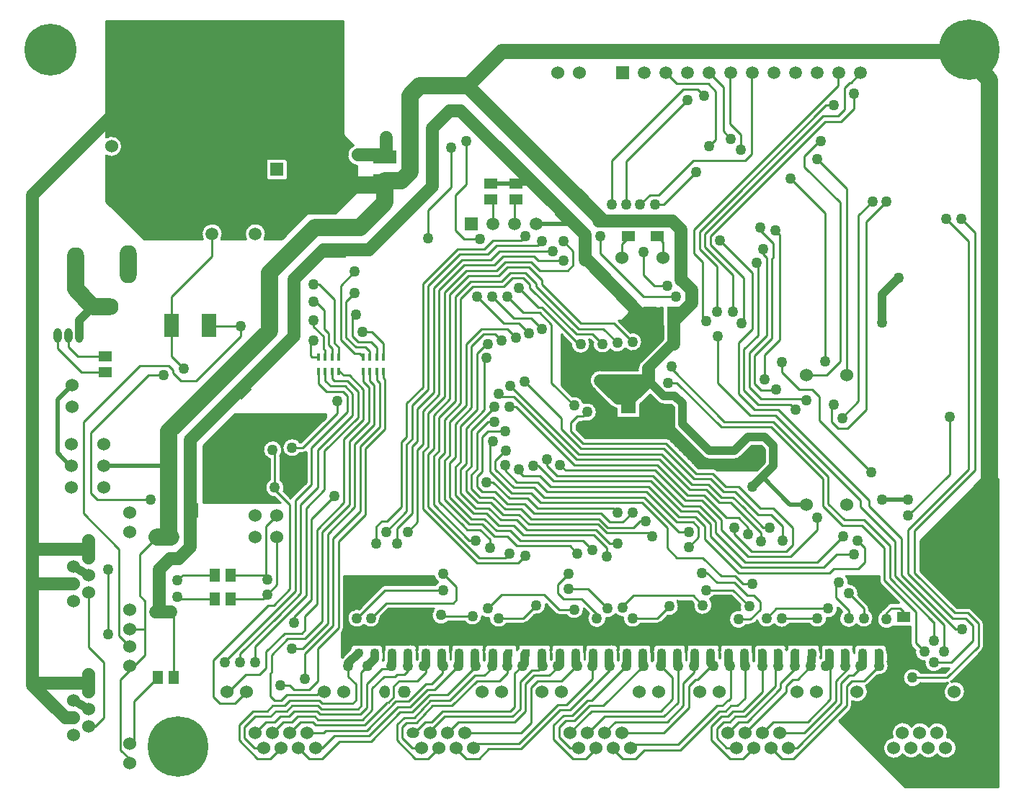
<source format=gbl>
%FSLAX23Y23*%
%MOIN*%
G70*
G01*
G75*
G04 Layer_Physical_Order=2*
%ADD10C,0.010*%
%ADD11R,0.039X0.033*%
%ADD12R,0.039X0.033*%
%ADD13R,0.037X0.035*%
%ADD14R,0.037X0.035*%
%ADD15R,0.059X0.051*%
%ADD16R,0.085X0.024*%
%ADD17R,0.106X0.071*%
%ADD18R,0.049X0.014*%
%ADD19R,0.035X0.037*%
%ADD20R,0.035X0.037*%
%ADD21R,0.047X0.087*%
%ADD22R,0.047X0.087*%
%ADD23R,0.134X0.087*%
%ADD24R,0.018X0.035*%
%ADD25R,0.053X0.014*%
%ADD26R,0.087X0.024*%
%ADD27R,0.087X0.024*%
%ADD28R,0.063X0.012*%
%ADD29R,0.012X0.063*%
%ADD30R,0.035X0.018*%
%ADD31R,0.106X0.071*%
%ADD32R,0.051X0.059*%
%ADD33R,0.106X0.063*%
%ADD34R,0.063X0.071*%
%ADD35R,0.100X0.100*%
%ADD36R,0.063X0.071*%
%ADD37R,0.077X0.124*%
%ADD38R,0.120X0.220*%
%ADD39R,0.150X0.114*%
%ADD40C,0.020*%
%ADD41C,0.040*%
%ADD42C,0.060*%
%ADD43C,0.030*%
%ADD44C,0.050*%
%ADD45C,0.023*%
%ADD46C,0.080*%
%ADD47C,0.011*%
%ADD48C,0.013*%
%ADD49C,0.016*%
%ADD50C,0.047*%
%ADD51C,0.025*%
%ADD52R,0.262X0.237*%
%ADD53C,0.060*%
%ADD54C,0.059*%
%ADD55C,0.240*%
%ADD56C,0.280*%
%ADD57C,0.059*%
%ADD58O,0.157X0.079*%
%ADD59O,0.079X0.157*%
%ADD60O,0.079X0.177*%
%ADD61O,0.050X0.060*%
%ADD62O,0.060X0.055*%
%ADD63O,0.060X0.050*%
%ADD64O,0.039X0.067*%
%ADD65R,0.059X0.059*%
%ADD66R,0.059X0.059*%
%ADD67C,0.050*%
%ADD68R,0.071X0.106*%
%ADD69R,0.071X0.063*%
%ADD70R,0.071X0.063*%
%ADD71C,0.039*%
%ADD72C,0.070*%
D10*
X3960Y2777D02*
G03*
X3988Y2765I28J28D01*
G01*
X3960Y2777D02*
G03*
X3988Y2765I28J28D01*
G01*
X4035Y2675D02*
G03*
X4047Y2647I40J0D01*
G01*
X4035Y2675D02*
G03*
X4047Y2647I40J0D01*
G01*
X4018Y2603D02*
G03*
X4000Y2610I-18J-18D01*
G01*
X3890Y3055D02*
G03*
X3836Y3099I-45J0D01*
G01*
X3882Y2963D02*
G03*
X3872Y2947I28J-28D01*
G01*
G03*
X3868Y2928I46J-19D01*
G01*
X4315Y2510D02*
G03*
X4343Y2522I0J40D01*
G01*
X4315Y2510D02*
G03*
X4343Y2522I0J40D01*
G01*
X4018Y2603D02*
G03*
X4000Y2610I-18J-18D01*
G01*
X4233Y2463D02*
G03*
X4215Y2470I-18J-18D01*
G01*
X4233Y2463D02*
G03*
X4215Y2470I-18J-18D01*
G01*
X4172Y2522D02*
G03*
X4200Y2510I28J28D01*
G01*
X4172Y2522D02*
G03*
X4200Y2510I28J28D01*
G01*
X3812Y3024D02*
G03*
X3890Y3055I33J31D01*
G01*
X3661Y3054D02*
G03*
X3742Y3019I44J-9D01*
G01*
G03*
X3812Y3024I33J31D01*
G01*
X3650Y3045D02*
G03*
X3645Y3065I-45J0D01*
G01*
X3560Y3045D02*
G03*
X3650Y3045I45J0D01*
G01*
X3743Y2759D02*
G03*
X3770Y2745I35J35D01*
G01*
X3743Y2759D02*
G03*
X3770Y2745I35J35D01*
G01*
X3696Y2926D02*
G03*
X3661Y2841I0J-50D01*
G01*
X3696Y2926D02*
G03*
X3661Y2841I0J-50D01*
G01*
X3680Y2730D02*
G03*
X3618Y2772I-45J0D01*
G01*
X3624Y2686D02*
G03*
X3680Y2730I11J44D01*
G01*
X3615Y2685D02*
G03*
X3624Y2686I0J25D01*
G01*
X3615Y2685D02*
G03*
X3624Y2686I0J25D01*
G01*
X3618Y2772D02*
G03*
X3566Y2804I-43J-12D01*
G01*
X2225Y2555D02*
G03*
X2165Y2513I-45J0D01*
G01*
X2267Y2338D02*
G03*
X2263Y2332I18J-18D01*
G01*
X2232Y2363D02*
G03*
X2235Y2380I-42J17D01*
G01*
X2267Y2338D02*
G03*
X2263Y2332I18J-18D01*
G01*
X2165Y2417D02*
G03*
X2190Y2335I25J-37D01*
G01*
X2235Y2380D02*
G03*
X2215Y2417I-45J0D01*
G01*
X2320Y2540D02*
G03*
X2335Y2545I0J25D01*
G01*
X2320Y2540D02*
G03*
X2335Y2545I0J25D01*
G01*
X2215Y2527D02*
G03*
X2225Y2555I-35J28D01*
G01*
X2307Y2590D02*
G03*
X2307Y2540I-37J-25D01*
G01*
X2691Y1578D02*
G03*
X2692Y1587I-39J10D01*
G01*
X2691Y1578D02*
G03*
X2692Y1587I-39J10D01*
G01*
Y1616D02*
G03*
X2690Y1629I-40J0D01*
G01*
X2695Y1629D02*
G03*
X2693Y1616I38J-13D01*
G01*
X2588Y1654D02*
G03*
X2567Y1654I-10J-39D01*
G01*
X2663Y1654D02*
G03*
X2642Y1654I-10J-39D01*
G01*
X2743Y1654D02*
G03*
X2722Y1654I-10J-39D01*
G01*
X2818Y1654D02*
G03*
X2797Y1654I-10J-39D01*
G01*
X2847Y1616D02*
G03*
X2845Y1629I-40J0D01*
G01*
X2850Y1629D02*
G03*
X2848Y1616I38J-13D01*
G01*
X3002D02*
G03*
X3000Y1629I-40J0D01*
G01*
X3005Y1629D02*
G03*
X3003Y1616I38J-13D01*
G01*
X3157D02*
G03*
X3155Y1629I-40J0D01*
G01*
X3160Y1629D02*
G03*
X3158Y1616I38J-13D01*
G01*
X2898Y1654D02*
G03*
X2877Y1654I-10J-39D01*
G01*
X2973Y1654D02*
G03*
X2952Y1654I-10J-39D01*
G01*
X3053Y1654D02*
G03*
X3032Y1654I-10J-39D01*
G01*
X3128Y1654D02*
G03*
X3107Y1654I-10J-39D01*
G01*
X3467Y1616D02*
G03*
X3465Y1629I-40J0D01*
G01*
X3470Y1629D02*
G03*
X3468Y1616I38J-13D01*
G01*
X3622D02*
G03*
X3620Y1629I-40J0D01*
G01*
X3315Y1635D02*
G03*
X3310Y1628I30J-26D01*
G01*
X3625Y1629D02*
G03*
X3623Y1616I38J-13D01*
G01*
X3777D02*
G03*
X3775Y1629I-40J0D01*
G01*
X3780Y1629D02*
G03*
X3778Y1616I38J-13D01*
G01*
X3932D02*
G03*
X3930Y1629I-40J0D01*
G01*
X3208Y1654D02*
G03*
X3187Y1654I-10J-39D01*
G01*
X3438Y1654D02*
G03*
X3417Y1654I-10J-39D01*
G01*
X3935Y1576D02*
G03*
X3932Y1580I-40J-21D01*
G01*
X3938Y1580D02*
G03*
X3935Y1576I37J-25D01*
G01*
X3940Y1629D02*
G03*
X3938Y1616I38J-13D01*
G01*
X4092D02*
G03*
X4090Y1629I-40J0D01*
G01*
X4095Y1629D02*
G03*
X4093Y1616I38J-13D01*
G01*
X4247D02*
G03*
X4245Y1629I-40J0D01*
G01*
X4250Y1629D02*
G03*
X4248Y1616I38J-13D01*
G01*
X4402D02*
G03*
X4400Y1629I-40J0D01*
G01*
X2503Y1712D02*
G03*
X2510Y1730I-18J18D01*
G01*
X2503Y1712D02*
G03*
X2510Y1730I-18J18D01*
G01*
X2579Y1819D02*
G03*
X2602Y1744I-9J-44D01*
G01*
G03*
X2680Y1775I32J31D01*
G01*
X3340Y1750D02*
G03*
X3358Y1757I0J25D01*
G01*
X3340Y1750D02*
G03*
X3358Y1757I0J25D01*
G01*
X3180Y1775D02*
G03*
X3262Y1750I45J-0D01*
G01*
X2926Y1820D02*
G03*
X2994Y1760I34J-30D01*
G01*
X3068D02*
G03*
X3150Y1783I37J25D01*
G01*
X2680Y1775D02*
G03*
X2679Y1784I-45J0D01*
G01*
X3150Y1783D02*
G03*
X3180Y1775I25J37D01*
G01*
X3487Y1797D02*
G03*
X3505Y1790I18J18D01*
G01*
X3487Y1797D02*
G03*
X3505Y1790I18J18D01*
G01*
X3391Y1791D02*
G03*
X3445Y1835I9J44D01*
G01*
X3518Y1654D02*
G03*
X3497Y1654I-10J-39D01*
G01*
X3593Y1654D02*
G03*
X3572Y1654I-10J-39D01*
G01*
X3673Y1654D02*
G03*
X3652Y1654I-10J-39D01*
G01*
X3538Y1790D02*
G03*
X3620Y1815I37J25D01*
G01*
G03*
X3620Y1820I-45J0D01*
G01*
X3748Y1654D02*
G03*
X3727Y1654I-10J-39D01*
G01*
X3641Y1798D02*
G03*
X3725Y1775I39J-23D01*
G01*
X3725Y1775D02*
G03*
X3767Y1794I5J45D01*
G01*
X2700Y1930D02*
G03*
X2682Y1923I0J-25D01*
G01*
X2700Y1930D02*
G03*
X2682Y1923I0J-25D01*
G01*
X3445Y1835D02*
G03*
X3445Y1840I-45J0D01*
G01*
X2945Y1942D02*
G03*
X2933Y1930I25J-38D01*
G01*
X2926Y1970D02*
G03*
X2945Y1942I44J10D01*
G01*
X3828Y1654D02*
G03*
X3807Y1654I-10J-39D01*
G01*
X3903Y1654D02*
G03*
X3882Y1654I-10J-39D01*
G01*
X3988Y1654D02*
G03*
X3967Y1654I-10J-39D01*
G01*
X3960Y1750D02*
G03*
X3978Y1757I0J25D01*
G01*
X3960Y1750D02*
G03*
X3978Y1757I0J25D01*
G01*
X4063Y1654D02*
G03*
X4042Y1654I-10J-39D01*
G01*
X4143Y1654D02*
G03*
X4122Y1654I-10J-39D01*
G01*
X4218Y1654D02*
G03*
X4197Y1654I-10J-39D01*
G01*
X4298Y1654D02*
G03*
X4277Y1654I-10J-39D01*
G01*
X4373Y1654D02*
G03*
X4352Y1654I-10J-39D01*
G01*
X4390Y1745D02*
G03*
X4408Y1752I0J25D01*
G01*
X4390Y1745D02*
G03*
X4408Y1752I0J25D01*
G01*
X3767Y1794D02*
G03*
X3800Y1780I33J31D01*
G01*
G03*
X3882Y1750I45J-5D01*
G01*
X4006Y1786D02*
G03*
X4060Y1830I9J44D01*
G01*
G03*
X4052Y1855I-45J0D01*
G01*
X4126Y1844D02*
G03*
X4215Y1835I44J-9D01*
G01*
X4343Y1814D02*
G03*
X4372Y1745I-8J-44D01*
G01*
X4215Y1835D02*
G03*
X4204Y1864I-45J0D01*
G01*
G03*
X4222Y1880I-19J41D01*
G01*
X4341Y1839D02*
G03*
X4343Y1814I44J-9D01*
G01*
X4853Y1352D02*
G03*
X4860Y1370I-18J18D01*
G01*
X4853Y1352D02*
G03*
X4860Y1370I-18J18D01*
G01*
Y1391D02*
G03*
X4934Y1435I24J44D01*
G01*
X4925Y1462D02*
G03*
X4933Y1467I-10J23D01*
G01*
X4925Y1462D02*
G03*
X4933Y1467I-10J23D01*
G01*
X4934Y1435D02*
G03*
X4925Y1462I-50J0D01*
G01*
X5094Y1145D02*
G03*
X5174Y1145I40J30D01*
G01*
X5048Y1224D02*
G03*
X5094Y1145I6J-50D01*
G01*
X5174D02*
G03*
X5254Y1145I40J30D01*
G01*
X5134Y1275D02*
G03*
X5048Y1224I-40J-30D01*
G01*
X5214Y1275D02*
G03*
X5134Y1275I-40J-30D01*
G01*
X4405Y1576D02*
G03*
X4402Y1580I-40J-21D01*
G01*
X4557Y1627D02*
G03*
X4555Y1632I-38J-14D01*
G01*
X4560Y1632D02*
G03*
X4557Y1627I35J-19D01*
G01*
X4715Y1616D02*
G03*
X4710Y1632I-40J-3D01*
G01*
X4870Y1616D02*
G03*
X4865Y1632I-40J-3D01*
G01*
X4976Y1511D02*
G03*
X5030Y1555I9J44D01*
G01*
X5177Y1525D02*
G03*
X5177Y1475I-37J-25D01*
G01*
X5195Y1575D02*
G03*
X5240Y1525I45J-5D01*
G01*
X5025Y1613D02*
G03*
X5020Y1632I-40J0D01*
G01*
X5030Y1555D02*
G03*
X5025Y1576I-45J0D01*
G01*
X5151Y1629D02*
G03*
X5195Y1575I44J-9D01*
G01*
X5304Y1245D02*
G03*
X5214Y1275I-50J0D01*
G01*
X5299Y1224D02*
G03*
X5304Y1245I-46J20D01*
G01*
X5254Y1145D02*
G03*
X5344Y1175I40J30D01*
G01*
G03*
X5299Y1224I-50J0D01*
G01*
X5240Y1525D02*
G03*
X5277Y1545I0J45D01*
G01*
X5304Y1475D02*
G03*
X5384Y1435I29J-41D01*
G01*
X5300Y1475D02*
G03*
X5304Y1475I0J25D01*
G01*
X5300Y1475D02*
G03*
X5304Y1475I0J25D01*
G01*
X5384Y1435D02*
G03*
X5318Y1482I-50J0D01*
G01*
X5463Y1627D02*
G03*
X5470Y1645I-18J18D01*
G01*
X5463Y1627D02*
G03*
X5470Y1645I-18J18D01*
G01*
X4500Y1747D02*
G03*
X4572Y1750I35J28D01*
G01*
X4421Y1766D02*
G03*
X4500Y1747I44J9D01*
G01*
X4663Y1750D02*
G03*
X4745Y1775I37J25D01*
G01*
X4745Y1775D02*
G03*
X4795Y1820I5J45D01*
G01*
G03*
X4795Y1825I-45J0D01*
G01*
X4813Y1807D02*
G03*
X4880Y1747I32J-32D01*
G01*
X4845Y1940D02*
G03*
X4834Y1970I-45J0D01*
G01*
X4890Y1890D02*
G03*
X4845Y1935I-45J0D01*
G01*
X4880Y1747D02*
G03*
X4960Y1775I35J28D01*
G01*
X4940Y1820D02*
G03*
X4933Y1838I-25J0D01*
G01*
X4940Y1820D02*
G03*
X4933Y1838I-25J0D01*
G01*
X4960Y1775D02*
G03*
X4940Y1812I-45J0D01*
G01*
X5002Y1818D02*
G03*
X4996Y1808I18J-18D01*
G01*
X5002Y1818D02*
G03*
X4996Y1808I18J-18D01*
G01*
X4845Y1935D02*
G03*
X4845Y1940I-45J5D01*
G01*
X4889Y1881D02*
G03*
X4890Y1890I-44J9D01*
G01*
X4985Y1950D02*
G03*
X4992Y1932I25J0D01*
G01*
X4985Y1950D02*
G03*
X4992Y1932I25J0D01*
G01*
X4996Y1808D02*
G03*
X5050Y1737I24J-38D01*
G01*
X5130Y1660D02*
G03*
X5137Y1642I25J0D01*
G01*
X5130Y1660D02*
G03*
X5137Y1642I25J0D01*
G01*
X5042Y1847D02*
G03*
X5025Y1840I0J-25D01*
G01*
X5042Y1847D02*
G03*
X5025Y1840I0J-25D01*
G01*
X5470Y1750D02*
G03*
X5463Y1768I-25J0D01*
G01*
X5470Y1750D02*
G03*
X5463Y1768I-25J0D01*
G01*
X5413Y1818D02*
G03*
X5395Y1825I-18J-18D01*
G01*
X5413Y1818D02*
G03*
X5395Y1825I-18J-18D01*
G01*
X1410Y3917D02*
G03*
X1485Y3960I25J43D01*
G01*
G03*
X1410Y4003I-50J0D01*
G01*
X1950Y3555D02*
G03*
X1857Y3530I-50J0D01*
G01*
X1943D02*
G03*
X1950Y3555I-43J25D01*
G01*
X2150D02*
G03*
X2057Y3530I-50J0D01*
G01*
X2143D02*
G03*
X2150Y3555I-43J25D01*
G01*
X2554Y3966D02*
G03*
X2570Y3870I21J-46D01*
G01*
X4200Y3960D02*
X4230Y3990D01*
Y3995D01*
X1420Y1700D02*
Y2000D01*
X4710Y2690D02*
X4950Y2450D01*
X4710Y2690D02*
Y2800D01*
X4675Y2835D02*
X4710Y2800D01*
X4615Y2835D02*
X4675D01*
X4535Y2915D02*
X4615Y2835D01*
X4535Y2915D02*
Y2960D01*
X4505Y3570D02*
X4525Y3550D01*
Y3065D02*
Y3550D01*
X4455Y2995D02*
X4525Y3065D01*
X4455Y2880D02*
Y2995D01*
X4505Y2830D02*
X4510Y2835D01*
X4440Y2830D02*
X4505D01*
X4410Y2860D02*
X4440Y2830D01*
X4410Y2860D02*
Y2990D01*
X4490Y3070D01*
Y3440D01*
X4465Y3085D02*
Y3445D01*
X4385Y3005D02*
X4465Y3085D01*
X4385Y2845D02*
Y3005D01*
Y2845D02*
X4440Y2790D01*
X4640D01*
X4645Y2785D01*
X4650D01*
X1330Y1273D02*
X1358D01*
X1400Y1315D01*
Y1570D01*
X1330Y1640D02*
X1400Y1570D01*
X1330Y1640D02*
Y1893D01*
X1235Y3030D02*
Y3085D01*
Y3030D02*
X1278Y2987D01*
X1405D01*
X1185Y3025D02*
Y3085D01*
Y3025D02*
X1297Y2913D01*
X1405D01*
X1538Y1723D02*
X1587D01*
X1475Y1166D02*
X1538Y1103D01*
X1475Y1166D02*
Y1490D01*
X1538Y1553D01*
X1538D01*
X1590Y1605D01*
Y1855D01*
X1565Y1880D02*
X1590Y1855D01*
X1565Y1880D02*
Y2070D01*
X1538Y1390D02*
X1648Y1500D01*
X1538Y1193D02*
Y1390D01*
X1305Y2260D02*
X1470Y2095D01*
X1537Y1643D02*
X1538D01*
X1340Y2355D02*
Y2635D01*
Y2355D02*
X1370Y2325D01*
X1305Y2260D02*
Y2685D01*
X1370Y2325D02*
X1615D01*
X1700Y2945D02*
X1720Y2925D01*
Y2910D02*
Y2925D01*
Y2910D02*
X1755Y2875D01*
X1825D01*
X2032Y3082D01*
X4925Y3610D02*
X5020Y3705D01*
X4925Y2740D02*
Y3610D01*
X4840Y2655D02*
X4925Y2740D01*
X4890Y3640D02*
X4955Y3705D01*
X4890Y2780D02*
Y3640D01*
X4815Y2705D02*
X4890Y2780D01*
X4815Y2700D02*
Y2705D01*
X5120Y2250D02*
X5312Y2442D01*
Y2707D01*
X5295Y3625D02*
X5400Y3520D01*
X5365Y3625D02*
X5430Y3560D01*
X5090Y1975D02*
Y2145D01*
X5240Y1670D02*
Y1755D01*
X5155Y1660D02*
Y1805D01*
X5010Y1950D02*
X5155Y1805D01*
X5010Y1950D02*
Y2100D01*
X5100Y1782D02*
Y1805D01*
X5083Y1822D02*
X5100Y1805D01*
X5042Y1822D02*
X5083D01*
X4885Y2135D02*
X4920Y2100D01*
Y2035D02*
Y2100D01*
X4890Y2005D02*
X4920Y2035D01*
X4775Y2005D02*
X4890D01*
X4755Y1985D02*
X4775Y2005D01*
X4335Y1985D02*
X4755D01*
X4790Y2070D02*
X4870D01*
X4730Y2010D02*
X4790Y2070D01*
X4350Y2010D02*
X4730D01*
X4700Y2035D02*
X4820Y2155D01*
X4365Y2035D02*
X4700D01*
Y2185D02*
Y2240D01*
X4575Y2060D02*
X4700Y2185D01*
X4380Y2060D02*
X4575D01*
X3990Y3690D02*
X4140Y3840D01*
X3950Y3690D02*
X3990D01*
X3750D02*
Y3895D01*
X4080Y4225D01*
X4145D01*
X4175Y4195D01*
X4195Y4250D02*
X4230Y4215D01*
Y3995D02*
Y4215D01*
X4200Y4300D02*
X4265Y4235D01*
Y4030D02*
Y4235D01*
Y4030D02*
X4300Y3995D01*
X4735Y4075D02*
X4810D01*
X4870Y4135D01*
Y4205D01*
X4740Y4150D02*
X4775D01*
X4725Y4100D02*
X4795D01*
X4825Y4130D01*
Y4230D01*
X4850Y4255D01*
X4855D01*
X4900Y4300D01*
X4050Y4250D02*
X4195D01*
X4000Y4300D02*
X4050Y4250D01*
X3815Y3890D02*
X4100Y4175D01*
X3815Y3690D02*
Y3890D01*
X3880Y3690D02*
X3925Y3735D01*
X3965D01*
X4125Y3895D01*
X4365D01*
X4395Y3925D01*
Y3955D01*
X4295Y4065D02*
Y4300D01*
Y4065D02*
X4345Y4015D01*
Y3945D02*
Y4015D01*
X4205Y3545D02*
X4735Y4075D01*
X4890Y4300D02*
X4895D01*
X4305Y3680D02*
X4725Y4100D01*
X4295Y3705D02*
X4740Y4150D01*
X4795Y4240D02*
Y4300D01*
X4285Y3730D02*
X4795Y4240D01*
X4395Y3955D02*
Y4300D01*
X2465Y3050D02*
Y3250D01*
Y3050D02*
X2487Y3028D01*
Y2983D02*
Y3028D01*
X2370Y3250D02*
X2420Y3200D01*
Y3115D02*
Y3200D01*
Y3115D02*
X2440Y3095D01*
Y3040D02*
Y3095D01*
Y3040D02*
X2456Y3024D01*
Y2983D02*
Y3024D01*
X2370Y3125D02*
Y3155D01*
Y3125D02*
X2415Y3080D01*
Y3025D02*
Y3080D01*
Y3025D02*
X2424Y3016D01*
Y2983D02*
Y3016D01*
X2355Y3045D02*
X2370Y3060D01*
X2355Y2990D02*
Y3045D01*
Y2990D02*
X2362Y2983D01*
X2393D01*
X2495Y3315D02*
X2560Y3380D01*
X2495Y3065D02*
Y3315D01*
Y3065D02*
X2560Y3000D01*
X2581D01*
X2598Y2983D01*
X2520Y3240D02*
X2560Y3280D01*
X2520Y3075D02*
Y3240D01*
Y3075D02*
X2565Y3030D01*
X2610D01*
X2629Y3011D01*
Y2983D02*
Y3011D01*
X2550Y3165D02*
X2565Y3180D01*
X2550Y3080D02*
Y3165D01*
Y3080D02*
X2575Y3055D01*
X2635D01*
X2661Y3029D01*
Y2983D02*
Y3029D01*
X2595Y3100D02*
X2640D01*
X2692Y3048D01*
Y2983D02*
Y3048D01*
X2393Y2862D02*
Y2917D01*
Y2862D02*
X2430Y2825D01*
X2505D01*
X2424Y2876D02*
Y2917D01*
Y2876D02*
X2450Y2850D01*
X2515D01*
X2480Y2725D02*
Y2780D01*
X2320Y2565D02*
X2480Y2725D01*
X2700Y2650D02*
Y2880D01*
X2692Y2888D02*
X2700Y2880D01*
X2692Y2888D02*
Y2922D01*
X2675Y2660D02*
Y2865D01*
X2661Y2879D02*
X2675Y2865D01*
X2661Y2879D02*
Y2922D01*
X2650Y2670D02*
X2650Y2855D01*
X2629Y2876D02*
X2650Y2855D01*
X2629Y2876D02*
Y2922D01*
X2625Y2685D02*
Y2845D01*
X2598Y2872D02*
X2625Y2845D01*
X2600Y2695D02*
Y2835D01*
X2535Y2900D02*
X2600Y2835D01*
X2509Y2900D02*
X2535D01*
X2575Y2705D02*
Y2825D01*
X2525Y2875D02*
X2575Y2825D01*
X2465Y2875D02*
X2525D01*
X2550Y2715D02*
Y2815D01*
X2515Y2850D02*
X2550Y2815D01*
X2525Y2730D02*
Y2805D01*
X2505Y2825D02*
X2525Y2805D01*
X2598Y2872D02*
Y2922D01*
X2487D02*
X2509Y2900D01*
X2456Y2884D02*
X2465Y2875D01*
X2456Y2884D02*
Y2922D01*
X4574Y2300D02*
Y2301D01*
X3984Y3130D02*
Y3215D01*
X3942Y3208D02*
X3984D01*
X3985Y3067D02*
Y3130D01*
X3892Y3200D02*
X3984D01*
X3976Y3058D02*
Y3214D01*
X3968Y3050D02*
Y3212D01*
X3889Y3064D02*
X3982D01*
X3960Y3042D02*
Y3211D01*
X3952Y3034D02*
Y3210D01*
X3925Y2811D02*
X3960Y2777D01*
X3898Y2784D02*
X3953D01*
X3842Y3192D02*
X3984D01*
X3831Y3104D02*
X3985D01*
X3864Y3096D02*
X3985D01*
X3882Y3080D02*
X3985D01*
X3876Y3088D02*
X3985D01*
X3887Y3072D02*
X3985D01*
X3890Y3056D02*
X3974D01*
X3882Y2963D02*
X3985Y3067D01*
X3889Y3048D02*
X3966D01*
X3887Y3040D02*
X3958D01*
X3884Y3032D02*
X3950D01*
X3890Y2776D02*
X3961D01*
X4010Y2608D02*
X4085D01*
X4023Y2765D02*
X4035Y2753D01*
X3988Y2765D02*
X4023D01*
X4035Y2675D02*
Y2753D01*
X4016Y2604D02*
Y2765D01*
X4008Y2609D02*
Y2765D01*
X4000Y2610D02*
Y2765D01*
X3992Y2610D02*
Y2765D01*
X3984Y2610D02*
Y2765D01*
X3880Y2752D02*
X4035D01*
X3880Y2744D02*
X4035D01*
X3880Y2736D02*
X4035D01*
X3882Y2768D02*
X3973D01*
X3880Y2760D02*
X4028D01*
X3880Y2728D02*
X4035D01*
X3880Y2720D02*
X4035D01*
X3880Y2712D02*
X4035D01*
X3880Y2704D02*
X4035D01*
X3968Y2610D02*
Y2770D01*
X3960Y2610D02*
Y2777D01*
X3976Y2610D02*
Y2767D01*
X3944Y3026D02*
Y3208D01*
X3936Y3018D02*
Y3207D01*
X3928Y3010D02*
Y3206D01*
X3878Y3024D02*
X3942D01*
X3888Y3068D02*
Y3199D01*
X3880Y3083D02*
Y3198D01*
X3872Y3091D02*
Y3197D01*
X3920Y3002D02*
Y3205D01*
X3912Y2994D02*
Y3203D01*
X3904Y2986D02*
Y3202D01*
X3896Y2978D02*
Y3201D01*
X3888Y2970D02*
Y3042D01*
X3880Y2961D02*
Y3027D01*
X3864Y3096D02*
Y3195D01*
X3856Y3099D02*
Y3194D01*
X3848Y3100D02*
Y3193D01*
X3840Y3100D02*
Y3192D01*
X3832Y3103D02*
Y3190D01*
X3872Y2947D02*
Y3019D01*
X3867Y3016D02*
X3934D01*
X3864Y2926D02*
Y3014D01*
X3856Y2926D02*
Y3011D01*
X3848Y2926D02*
Y3010D01*
X3840Y2926D02*
Y3010D01*
X3944Y2610D02*
Y2793D01*
X3906Y2792D02*
X3945D01*
X3952Y2610D02*
Y2785D01*
X3922Y2808D02*
X3929D01*
X3914Y2800D02*
X3937D01*
X3936Y2610D02*
Y2801D01*
X3928Y2610D02*
Y2809D01*
X3920Y2610D02*
Y2806D01*
X3912Y2610D02*
Y2798D01*
X3904Y2610D02*
Y2790D01*
X3896Y2610D02*
Y2782D01*
X3888Y2610D02*
Y2774D01*
X3880Y2767D02*
X3925Y2811D01*
X3880Y2704D02*
Y2767D01*
X3832Y2926D02*
Y3012D01*
X3880Y2610D02*
Y2704D01*
X3872Y2610D02*
Y2704D01*
X3864Y2610D02*
Y2704D01*
X3856Y2610D02*
Y2704D01*
X3848Y2610D02*
Y2704D01*
X3840Y2610D02*
Y2704D01*
X3832Y2610D02*
Y2704D01*
X4438Y2575D02*
X4455Y2558D01*
X4390Y2568D02*
X4445D01*
X4455Y2497D02*
Y2558D01*
X4448Y2490D02*
Y2565D01*
X4432Y2474D02*
Y2575D01*
X4397D02*
X4438D01*
X4440Y2482D02*
Y2573D01*
X4424Y2466D02*
Y2575D01*
X4416Y2460D02*
Y2575D01*
X4408Y2460D02*
Y2575D01*
X4400Y2460D02*
Y2575D01*
X4392Y2460D02*
Y2570D01*
X4384Y2460D02*
Y2562D01*
X4374Y2552D02*
X4455D01*
X4366Y2544D02*
X4455D01*
X4358Y2536D02*
X4455D01*
X4382Y2560D02*
X4453D01*
X4343Y2522D02*
X4397Y2575D01*
X4350Y2528D02*
X4455D01*
X4376Y2460D02*
Y2554D01*
X4368Y2460D02*
Y2546D01*
X4360Y2460D02*
Y2538D01*
X4352Y2460D02*
Y2530D01*
X4344Y2460D02*
Y2522D01*
X4341Y2520D02*
X4455D01*
X4327Y2512D02*
X4455D01*
X4418Y2460D02*
X4455Y2497D01*
X4336Y2460D02*
Y2516D01*
X4328Y2460D02*
Y2512D01*
X4320Y2460D02*
Y2510D01*
X4312Y2460D02*
Y2510D01*
X4304Y2460D02*
Y2510D01*
X4296Y2460D02*
Y2510D01*
X4288Y2460D02*
Y2510D01*
X4280Y2460D02*
Y2510D01*
X4124Y2496D02*
X4454D01*
X4116Y2504D02*
X4455D01*
X4132Y2488D02*
X4446D01*
X4200Y2510D02*
X4315D01*
X4140Y2480D02*
X4438D01*
X4148Y2472D02*
X4430D01*
X4272Y2460D02*
Y2510D01*
X4231Y2464D02*
X4422D01*
X4235Y2460D02*
X4418D01*
X4264D02*
Y2510D01*
X4256Y2460D02*
Y2510D01*
X4248Y2460D02*
Y2510D01*
X4088Y2532D02*
Y2605D01*
X4080Y2540D02*
Y2613D01*
X4068Y2552D02*
X4141D01*
X4060Y2560D02*
X4133D01*
X4064Y2556D02*
Y2629D01*
X4056Y2564D02*
Y2637D01*
X4072Y2548D02*
Y2621D01*
X4128Y2492D02*
Y2565D01*
X4120Y2500D02*
Y2573D01*
X4136Y2484D02*
Y2557D01*
X4104Y2516D02*
Y2589D01*
X4096Y2524D02*
Y2597D01*
X4112Y2508D02*
Y2581D01*
X4028Y2592D02*
X4101D01*
X4020Y2600D02*
X4093D01*
X4036Y2584D02*
X4109D01*
X4032Y2588D02*
Y2756D01*
X4024Y2596D02*
Y2764D01*
X4047Y2647D02*
X4172Y2522D01*
X4018Y2603D02*
X4150Y2470D01*
X4052Y2568D02*
X4125D01*
X4048Y2572D02*
Y2645D01*
X4040Y2580D02*
Y2656D01*
X4044Y2576D02*
X4117D01*
X4216Y2470D02*
Y2510D01*
X4208Y2470D02*
Y2510D01*
X4200Y2470D02*
Y2510D01*
X4184Y2470D02*
Y2513D01*
X4176Y2470D02*
Y2518D01*
X4192Y2470D02*
Y2511D01*
X4240Y2460D02*
Y2510D01*
X4232Y2463D02*
Y2510D01*
X4233Y2463D02*
X4235Y2460D01*
X4224Y2468D02*
Y2510D01*
X4100Y2520D02*
X4174D01*
X4108Y2512D02*
X4188D01*
X4084Y2536D02*
X4157D01*
X4076Y2544D02*
X4149D01*
X4092Y2528D02*
X4165D01*
X4168Y2470D02*
Y2525D01*
X4150Y2470D02*
X4215D01*
X4152D02*
Y2541D01*
X4144Y2476D02*
Y2549D01*
X4160Y2470D02*
Y2533D01*
X3830Y3190D02*
X3984Y3215D01*
X3824Y3184D02*
X3984D01*
X3816Y3176D02*
X3984D01*
X3808Y3168D02*
X3984D01*
X3816Y3119D02*
Y3176D01*
X3808Y3127D02*
Y3168D01*
X3807Y3128D02*
X3985D01*
X3823Y3112D02*
X3985D01*
X3815Y3120D02*
X3985D01*
X3824Y3111D02*
Y3184D01*
X3816Y2926D02*
Y3021D01*
X3808Y2926D02*
Y3019D01*
X3800Y3160D02*
X3984D01*
X3795Y3155D02*
X3830Y3190D01*
X3783Y3152D02*
X3984D01*
X3792Y3143D02*
Y3155D01*
X3780D02*
X3795D01*
X3784Y3151D02*
Y3155D01*
X3791Y3144D02*
X3984D01*
X3780Y3155D02*
X3836Y3099D01*
X3799Y3136D02*
X3984D01*
X3800Y3135D02*
Y3160D01*
X3824Y2926D02*
Y3015D01*
X3804Y3016D02*
X3823D01*
X3791Y3008D02*
X3926D01*
X3800Y2926D02*
Y3013D01*
X3739Y3016D02*
X3746D01*
X3792Y2926D02*
Y3008D01*
X3784Y2926D02*
Y3006D01*
X3776Y2926D02*
Y3005D01*
X3768Y2926D02*
Y3006D01*
X3752Y2926D02*
Y3011D01*
X3744Y2926D02*
Y3017D01*
X3760Y2926D02*
Y3008D01*
X3705Y3000D02*
X3918D01*
X3515Y2992D02*
X3910D01*
X3515Y2984D02*
X3902D01*
X3731Y3008D02*
X3759D01*
X3515Y2976D02*
X3894D01*
X3515Y2968D02*
X3886D01*
X3515Y2960D02*
X3879D01*
X3515Y2952D02*
X3874D01*
X3515Y2944D02*
X3871D01*
X3736Y2926D02*
Y3012D01*
X3515Y2936D02*
X3869D01*
X3696Y2926D02*
X3868D01*
X3650Y3065D02*
X3661Y3054D01*
X3646Y3064D02*
X3651D01*
X3650Y3048D02*
X3660D01*
X3649Y3056D02*
X3659D01*
X3645Y3065D02*
X3650D01*
X3648Y3058D02*
Y3065D01*
X3664Y2914D02*
Y3026D01*
X3648Y3032D02*
X3662D01*
X3645Y3024D02*
X3665D01*
X3656Y2906D02*
Y3059D01*
X3650Y3040D02*
X3660D01*
X3648Y2890D02*
Y3032D01*
X3515Y3090D02*
X3560Y3045D01*
X3515Y3056D02*
X3549D01*
X3515Y3048D02*
X3557D01*
X3515Y3080D02*
X3525D01*
X3515Y3072D02*
X3533D01*
X3515Y3064D02*
X3541D01*
X3515Y3040D02*
X3560D01*
X3515Y3024D02*
X3565D01*
X3520Y2850D02*
Y3085D01*
X3515Y2855D02*
Y3090D01*
Y3032D02*
X3562D01*
X3728Y2926D02*
Y3006D01*
X3720Y2926D02*
Y3003D01*
X3712Y2926D02*
Y3001D01*
X3639Y3016D02*
X3671D01*
X3631Y3008D02*
X3679D01*
X3605Y3000D02*
X3705D01*
X3704Y2926D02*
Y3000D01*
X3688Y2925D02*
Y3003D01*
X3696Y2926D02*
Y3001D01*
X3680Y2923D02*
Y3008D01*
X3672Y2920D02*
Y3014D01*
X3522Y2848D02*
X3655D01*
X3515Y2920D02*
X3672D01*
X3515Y2912D02*
X3661D01*
X3515Y2904D02*
X3655D01*
X3515Y3016D02*
X3571D01*
X3515Y3008D02*
X3579D01*
X3515Y3000D02*
X3605D01*
X3515Y2896D02*
X3650D01*
X3515Y2888D02*
X3647D01*
X3515Y2856D02*
X3650D01*
X3515Y2880D02*
X3646D01*
X3515Y2872D02*
X3646D01*
X3515Y2864D02*
X3647D01*
X3770Y2704D02*
Y2745D01*
X3768Y2610D02*
Y2745D01*
X3752Y2610D02*
Y2751D01*
X3744Y2610D02*
Y2757D01*
X3760Y2610D02*
Y2747D01*
X3728Y2610D02*
Y2773D01*
X3720Y2610D02*
Y2781D01*
X3736Y2610D02*
Y2765D01*
X3704Y2610D02*
Y2797D01*
X3696Y2610D02*
Y2805D01*
X3712Y2610D02*
Y2789D01*
X3613Y2784D02*
X3717D01*
X3607Y2792D02*
X3709D01*
X3617Y2776D02*
X3725D01*
X3596Y2800D02*
X3701D01*
X3678Y2744D02*
X3770D01*
X3674Y2752D02*
X3751D01*
X3680Y2736D02*
X3770D01*
X3661Y2841D02*
X3743Y2759D01*
X3659Y2768D02*
X3733D01*
X3669Y2760D02*
X3741D01*
X3770Y2704D02*
X3880D01*
X3680Y2728D02*
X3770D01*
X3824Y2610D02*
Y2704D01*
X3679Y2720D02*
X3770D01*
X3676Y2712D02*
X3770D01*
X3672Y2704D02*
X3770D01*
X3816Y2610D02*
Y2704D01*
X3808Y2610D02*
Y2704D01*
X3800Y2610D02*
Y2704D01*
X3792Y2610D02*
Y2704D01*
X3784Y2610D02*
Y2704D01*
X3776Y2610D02*
Y2704D01*
X3664Y2696D02*
X4035D01*
X3585Y2664D02*
X4037D01*
X3585Y2656D02*
X4040D01*
X3651Y2688D02*
X4035D01*
X3595Y2680D02*
X4035D01*
X3587Y2672D02*
X4035D01*
X3611Y2624D02*
X4069D01*
X3603Y2632D02*
X4061D01*
X3619Y2616D02*
X4077D01*
X3595Y2640D02*
X4053D01*
X3587Y2648D02*
X4045D01*
X3625Y2610D02*
X4000D01*
X3640Y2775D02*
Y3017D01*
X3632Y2775D02*
Y3009D01*
X3616Y2779D02*
Y3001D01*
X3608Y2791D02*
Y3000D01*
X3600Y2797D02*
Y3000D01*
X3592Y2802D02*
Y3002D01*
X3672Y2756D02*
Y2829D01*
X3664Y2764D02*
Y2837D01*
X3680Y2730D02*
Y2821D01*
X3648Y2773D02*
Y2862D01*
X3624Y2774D02*
Y3004D01*
X3656Y2770D02*
Y2846D01*
X3538Y2832D02*
X3669D01*
X3530Y2840D02*
X3661D01*
X3546Y2824D02*
X3677D01*
X3536Y2834D02*
Y3069D01*
X3528Y2842D02*
Y3077D01*
X3544Y2826D02*
Y3061D01*
X3576Y2805D02*
Y3011D01*
X3568Y2804D02*
Y3019D01*
X3584Y2804D02*
Y3005D01*
X3560Y2810D02*
Y3045D01*
X3552Y2818D02*
Y3053D01*
X3515Y2855D02*
X3566Y2804D01*
X3688Y2610D02*
Y2813D01*
X3680Y2610D02*
Y2730D01*
X3624Y2611D02*
Y2686D01*
X3672Y2610D02*
Y2704D01*
X3664Y2610D02*
Y2696D01*
X3656Y2610D02*
Y2690D01*
X3648Y2610D02*
Y2687D01*
X3640Y2610D02*
Y2685D01*
X3632Y2610D02*
Y2685D01*
X3562Y2808D02*
X3693D01*
X3554Y2816D02*
X3685D01*
X3600Y2685D02*
X3615D01*
X3585Y2670D02*
X3600Y2685D01*
X3616Y2619D02*
Y2685D01*
X3608Y2627D02*
Y2685D01*
X3585Y2650D02*
X3625Y2610D01*
X3600Y2635D02*
Y2685D01*
X3592Y2643D02*
Y2677D01*
X3585Y2650D02*
Y2670D01*
X2150Y1960D02*
X2155Y1955D01*
X2150Y1960D02*
Y2200D01*
X2200Y2250D01*
X4982Y1616D02*
X4985Y1613D01*
X1565Y2070D02*
X1645Y2150D01*
X4765Y2755D02*
X4775Y2765D01*
X4765Y2685D02*
Y2755D01*
Y2685D02*
X4795Y2655D01*
X4840D01*
X4520Y2740D02*
X4865Y2395D01*
X4940Y2320D01*
Y2295D02*
Y2320D01*
Y2295D02*
X5090Y2145D01*
X4900Y2290D02*
X5060Y2130D01*
X4900Y2290D02*
Y2320D01*
X4855Y2365D02*
X4900Y2320D01*
X4505Y2715D02*
X4855Y2365D01*
X4380Y2340D02*
X4435Y2285D01*
X4495D01*
X4585Y2195D01*
Y2115D02*
Y2195D01*
X4555Y2085D02*
X4585Y2115D01*
X4395Y2085D02*
X4555D01*
X4425Y2255D02*
X4485D01*
X4320Y2360D02*
X4425Y2255D01*
X4485D02*
X4540Y2200D01*
Y2135D02*
Y2200D01*
X4450Y2195D02*
X4480D01*
X4355Y2290D02*
X4450Y2195D01*
X4440Y2130D02*
Y2170D01*
X4345Y2265D02*
X4440Y2170D01*
X4380Y2165D02*
Y2195D01*
X4335Y2240D02*
X4380Y2195D01*
X4280Y2240D02*
X4335D01*
X4235Y2285D02*
X4280Y2240D01*
X4315Y2165D02*
Y2195D01*
Y2165D02*
X4395Y2085D01*
X4255Y2185D02*
X4350Y2090D01*
X4255Y2185D02*
Y2230D01*
X4225Y2260D02*
X4255Y2230D01*
X4230Y2170D02*
X4325Y2075D01*
X4230Y2170D02*
Y2220D01*
X4215Y2235D02*
X4230Y2220D01*
X4205Y2155D02*
X4300Y2060D01*
X4205Y2155D02*
Y2210D01*
X4180Y2140D02*
X4275Y2045D01*
X4180Y2140D02*
Y2200D01*
X4355Y1935D02*
X4400D01*
X4320Y1970D02*
X4355Y1935D01*
X4255Y1970D02*
X4320D01*
X4170Y2055D02*
X4255Y1970D01*
X4145Y2055D02*
X4170D01*
X4405Y1880D02*
X4435Y1850D01*
X4375Y1880D02*
X4405D01*
X4315Y1940D02*
X4375Y1880D01*
X4235Y1940D02*
X4315D01*
X4505Y3570D02*
X4520Y3555D01*
X4490Y3440D02*
X4495Y3445D01*
Y3510D01*
X4435Y3570D02*
X4495Y3510D01*
X4435Y3570D02*
Y3585D01*
X4645Y2790D02*
X4650Y2785D01*
X4450Y3460D02*
X4465Y3445D01*
X4575Y2765D02*
X4600Y2740D01*
X4425Y2765D02*
X4575D01*
X4360Y2830D02*
X4425Y2765D01*
X4360Y2830D02*
Y3020D01*
X4425Y3085D01*
Y3415D01*
X4420Y3420D02*
X4425Y3415D01*
X4240Y2865D02*
Y3080D01*
Y2865D02*
X4390Y2715D01*
X4505D01*
X4250Y3525D02*
X4400Y3375D01*
Y3115D02*
Y3375D01*
X4335Y3050D02*
X4400Y3115D01*
X4335Y2815D02*
Y3050D01*
Y2815D02*
X4410Y2740D01*
X4520D01*
X2530Y1555D02*
Y1568D01*
X2575Y1355D02*
X2590Y1370D01*
Y1525D01*
X2620Y1555D01*
X2550Y1380D02*
X2565Y1395D01*
Y1470D01*
X2530Y1505D02*
X2565Y1470D01*
X2530Y1505D02*
Y1555D01*
X3195D02*
X3198Y1558D01*
Y1616D01*
X3265Y1555D02*
X3272Y1562D01*
X4165Y1985D02*
X4190D01*
X4235Y1940D01*
X4435Y1815D02*
Y1850D01*
X4390Y1770D02*
X4435Y1815D01*
X4335Y1770D02*
X4390D01*
X4310Y1905D02*
X4385Y1830D01*
X4300Y1905D02*
X4310D01*
X4185D02*
X4300D01*
X4125Y1880D02*
X4170Y1835D01*
X3850Y1880D02*
X4125D01*
X3800Y1830D02*
X3850Y1880D01*
X3800Y1825D02*
Y1830D01*
X3960Y1775D02*
X4015Y1830D01*
X3845Y1775D02*
X3960D01*
X5300Y1500D02*
X5445Y1645D01*
X5140Y1500D02*
X5300D01*
X4130Y3575D02*
X4285Y3730D01*
X4130Y3465D02*
Y3575D01*
Y3465D02*
X4170Y3425D01*
Y3315D02*
Y3425D01*
X4155Y3565D02*
X4295Y3705D01*
X4155Y3485D02*
Y3565D01*
Y3485D02*
X4235Y3405D01*
Y3195D02*
Y3405D01*
X4180Y3555D02*
X4305Y3680D01*
X4180Y3495D02*
Y3555D01*
Y3495D02*
X4310Y3365D01*
Y3195D02*
Y3365D01*
X4205Y3505D02*
Y3545D01*
Y3505D02*
X4360Y3350D01*
Y3150D02*
Y3350D01*
X4350Y3140D02*
X4360Y3150D01*
X4170Y3160D02*
Y3315D01*
Y3160D02*
X4180Y3150D01*
X4185D01*
X4915Y1485D02*
X4985Y1555D01*
X4860Y1485D02*
X4915D01*
X5020Y1770D02*
Y1800D01*
X5042Y1822D01*
X3035Y3485D02*
X3160D01*
X3200Y3525D01*
X2875Y3325D02*
X3035Y3485D01*
X3300Y3708D02*
X3305Y3713D01*
X3300Y3600D02*
Y3708D01*
X3200Y3600D02*
Y3703D01*
X3410Y3430D02*
X3525D01*
X3390Y3450D02*
X3410Y3430D01*
X3525Y3520D02*
X3570Y3475D01*
Y3410D02*
Y3475D01*
X3545Y3385D02*
X3570Y3410D01*
X3415Y3385D02*
X3545D01*
X3375Y3425D02*
X3415Y3385D01*
X3230Y3475D02*
X3475D01*
X3405Y3500D02*
X3425Y3520D01*
X3215Y3500D02*
X3405D01*
X3330Y3525D02*
X3350Y3545D01*
X3200Y3525D02*
X3330D01*
X4335Y2385D02*
X4380Y2340D01*
X4275Y2385D02*
X4335D01*
X4215Y2445D02*
X4275Y2385D01*
X4140Y2445D02*
X4215D01*
X4000Y2585D02*
X4140Y2445D01*
X3615Y2585D02*
X4000D01*
X3560Y2640D02*
X3615Y2585D01*
X4265Y2360D02*
X4320D01*
X4205Y2420D02*
X4265Y2360D01*
X4130Y2420D02*
X4205D01*
X3990Y2560D02*
X4130Y2420D01*
X3605Y2560D02*
X3990D01*
X4310Y2335D02*
X4355Y2290D01*
X4255Y2335D02*
X4310D01*
X4195Y2395D02*
X4255Y2335D01*
X4120Y2395D02*
X4195D01*
X3980Y2535D02*
X4120Y2395D01*
X3595Y2535D02*
X3980D01*
X4300Y2310D02*
X4345Y2265D01*
X4245Y2310D02*
X4300D01*
X4185Y2370D02*
X4245Y2310D01*
X4110Y2370D02*
X4185D01*
X3970Y2510D02*
X4110Y2370D01*
X3585Y2510D02*
X3970D01*
X4175Y2345D02*
X4235Y2285D01*
X4100Y2345D02*
X4175D01*
X3960Y2485D02*
X4100Y2345D01*
X3575Y2485D02*
X3960D01*
X4165Y2320D02*
X4225Y2260D01*
X4090Y2320D02*
X4165D01*
X3950Y2460D02*
X4090Y2320D01*
X3535Y2460D02*
X3950D01*
X3510Y2485D02*
X3535Y2460D01*
X4155Y2295D02*
X4215Y2235D01*
X4080Y2295D02*
X4155D01*
X3940Y2435D02*
X4080Y2295D01*
X3495Y2435D02*
X3940D01*
X4145Y2270D02*
X4205Y2210D01*
X4070Y2270D02*
X4145D01*
X3930Y2410D02*
X4070Y2270D01*
X3480Y2410D02*
X3930D01*
X4135Y2245D02*
X4180Y2200D01*
X4060Y2245D02*
X4135D01*
X3920Y2385D02*
X4060Y2245D01*
X3465Y2385D02*
X3920D01*
X4125Y2220D02*
X4150Y2195D01*
X4050Y2220D02*
X4125D01*
X3910Y2360D02*
X4050Y2220D01*
X3450Y2360D02*
X3910D01*
X4060Y2175D02*
X4105D01*
X4030Y2205D02*
X4060Y2175D01*
X3900Y2335D02*
X4030Y2205D01*
X3435Y2335D02*
X3900D01*
X4005Y2100D02*
Y2195D01*
X3890Y2310D02*
X4005Y2195D01*
X3420Y2310D02*
X3890D01*
X4050Y2055D02*
X4145D01*
X4005Y2100D02*
X4050Y2055D01*
X4150Y2150D02*
Y2195D01*
X4105Y2105D02*
X4150Y2150D01*
X3920Y2170D02*
X3935Y2155D01*
X3725Y2170D02*
X3920D01*
X3175Y3460D02*
X3215Y3500D01*
X3045Y3460D02*
X3175D01*
X3190Y3435D02*
X3230Y3475D01*
X3055Y3435D02*
X3190D01*
X3245Y3450D02*
X3390D01*
X3205Y3410D02*
X3245Y3450D01*
X3065Y3410D02*
X3205D01*
X3320Y3305D02*
X3410Y3215D01*
X3425D01*
X3595Y3045D01*
X3605Y2951D02*
Y2955D01*
X3265Y3265D02*
X3340Y3190D01*
X3415D01*
X3195Y3265D02*
X3295Y3165D01*
X3375D01*
X3125Y3265D02*
X3250Y3140D01*
X3320D01*
X2135Y1865D02*
X2155Y1885D01*
X2125Y1865D02*
X2135D01*
X2155Y1885D02*
X2200Y1930D01*
Y2150D01*
X2005Y1380D02*
X2060Y1435D01*
X1935Y1380D02*
X2005D01*
X1905Y1410D02*
X1935Y1380D01*
X1905Y1410D02*
Y1580D01*
X3415Y3190D02*
X3470Y3135D01*
X3375Y3165D02*
X3425Y3115D01*
X3320Y3140D02*
X3365Y3095D01*
X3470Y2865D02*
X3575Y2760D01*
X3470Y2865D02*
Y3135D01*
X3425Y3115D02*
Y3125D01*
X3961Y3080D02*
X3966Y3076D01*
X2975Y2325D02*
X3090Y2210D01*
X3150D01*
X3205Y2155D01*
X3265D01*
X3310Y2110D01*
X3555D01*
X3000Y2335D02*
X3100Y2235D01*
X3160D01*
X3215Y2180D01*
X3280D01*
X3325Y2135D01*
X3615D01*
X3025Y2345D02*
X3110Y2260D01*
X3170D01*
X3225Y2205D01*
X3295D01*
X3340Y2160D01*
X3665D01*
X3050Y2355D02*
X3120Y2285D01*
X3180D01*
X3235Y2230D01*
X3310D01*
X3355Y2185D01*
X3675D01*
X3075Y2365D02*
X3130Y2310D01*
X3190D01*
X3245Y2255D01*
X3320D01*
X3365Y2210D01*
X3685D01*
X3100Y2375D02*
X3140Y2335D01*
X3200D01*
X3255Y2280D01*
X3330D01*
X3375Y2235D01*
X3690D01*
X3125Y2385D02*
X3150Y2360D01*
X3210D01*
X3265Y2305D01*
X3345D01*
X3390Y2260D01*
X3700D01*
X2975Y2325D02*
Y2505D01*
X3000Y2530D01*
Y2685D01*
X3075Y2760D01*
Y3045D01*
X3145Y3115D01*
X3265D01*
X3305Y3075D01*
X3000Y2335D02*
Y2495D01*
X3025Y2520D01*
Y2675D01*
X3100Y2750D01*
Y3035D01*
X3155Y3090D01*
X3210D01*
X3240Y3060D01*
X3025Y2345D02*
Y2475D01*
X3050Y2500D01*
Y2665D01*
X3125Y2740D01*
Y3000D01*
X3170Y3045D01*
X3175D01*
X3160Y2970D02*
X3170Y2980D01*
X3160Y2740D02*
Y2970D01*
X3075Y2655D02*
X3160Y2740D01*
X3050Y2355D02*
Y2465D01*
X3075Y2490D01*
Y2655D01*
Y2365D02*
Y2455D01*
X3100Y2480D01*
Y2645D01*
X3205Y2750D01*
Y2755D01*
X3100Y2375D02*
Y2440D01*
X3125Y2465D01*
Y2635D01*
X3175Y2685D01*
X3125Y2385D02*
Y2430D01*
X3150Y2455D01*
Y2615D01*
X3175Y2640D01*
X3185Y2455D02*
Y2580D01*
X3200Y2595D01*
X3360Y2330D02*
X3405Y2285D01*
X3275Y2330D02*
X3360D01*
X3200Y2405D02*
X3275Y2330D01*
X3375Y2355D02*
X3420Y2310D01*
X3285Y2355D02*
X3375D01*
X3185Y2455D02*
X3285Y2355D01*
X3390Y2380D02*
X3435Y2335D01*
X3295Y2380D02*
X3390D01*
X3210Y2465D02*
X3295Y2380D01*
X3405Y2405D02*
X3450Y2360D01*
X3310Y2405D02*
X3405D01*
X3255Y2460D02*
X3310Y2405D01*
X3415Y2435D02*
X3465Y2385D01*
X3340Y2435D02*
X3415D01*
X3320Y2455D02*
X3340Y2435D01*
X3320Y2455D02*
Y2465D01*
X4595Y1555D02*
X4600D01*
X4284Y1245D02*
X4290D01*
X4595Y1613D02*
X4598Y1616D01*
X4404Y1154D02*
Y1175D01*
X4443Y1616D02*
X4445Y1613D01*
X4430Y1260D02*
X4444Y1246D01*
Y1245D02*
Y1246D01*
X4753Y1616D02*
X4755Y1613D01*
X4672Y1616D02*
X4675Y1613D01*
X4524Y1245D02*
Y1246D01*
X4827Y1616D02*
X4830Y1613D01*
X4517Y1616D02*
X4520Y1613D01*
X4565Y1175D02*
X4580Y1190D01*
X4564Y1175D02*
X4565D01*
X4908Y1616D02*
X4910Y1613D01*
Y1540D02*
Y1555D01*
X4484Y1175D02*
X4485D01*
X4982Y1616D02*
X4985Y1613D01*
X2032Y3082D02*
Y3128D01*
X2185Y1835D02*
X2260Y1910D01*
X1740Y1875D02*
X1750Y1865D01*
X1913D01*
X1740Y1950D02*
X1765Y1975D01*
X1913D01*
X1987D02*
X2155D01*
X1987Y1865D02*
X2125D01*
X2195Y2365D02*
X2260Y2300D01*
Y1910D02*
Y2300D01*
X1722Y1500D02*
Y1793D01*
X1710Y1805D02*
X1722Y1793D01*
X3605Y2650D02*
Y2660D01*
X3917Y2876D02*
X3918Y2875D01*
X3800Y2220D02*
X3845Y2265D01*
X3740Y2220D02*
X3800D01*
X3880Y2225D02*
X3905D01*
X3850Y2195D02*
X3880Y2225D01*
X3590Y2710D02*
X3615D01*
X3635Y2730D01*
X4535Y1775D02*
X4700D01*
X4510Y1820D02*
X4750D01*
X4465Y1775D02*
X4510Y1820D01*
X4845Y1775D02*
Y1810D01*
X4785Y1870D02*
X4845Y1810D01*
X4785Y1870D02*
Y1925D01*
X4800Y1940D01*
X4915Y1775D02*
Y1820D01*
X4845Y1890D02*
X4915Y1820D01*
X4485Y1175D02*
X4535Y1125D01*
X4590D01*
X4835Y1370D01*
Y1460D01*
X4860Y1485D01*
X4565Y1175D02*
X4570D01*
X4565D02*
X4605D01*
X4810Y1380D01*
Y1475D01*
X4845Y1510D01*
X4865D01*
X4910Y1555D01*
X4525Y1245D02*
X4640D01*
X4785Y1390D01*
Y1485D01*
X4840Y1540D01*
Y1555D01*
X4445Y1245D02*
Y1245D01*
X4495Y1295D01*
X4655D01*
X4760Y1400D01*
Y1545D01*
X4750Y1555D02*
X4760Y1545D01*
X4365Y1245D02*
Y1245D01*
X4555Y1435D01*
Y1460D01*
X4585Y1490D01*
X4610D01*
X4670Y1555D01*
X4285Y1245D02*
Y1245D01*
X4335Y1295D01*
X4375D01*
X4530Y1450D01*
Y1475D01*
X4595Y1540D01*
Y1555D01*
X4280Y1175D02*
X4325D01*
X4235Y1220D02*
X4280Y1175D01*
X4235Y1220D02*
Y1265D01*
X4365Y1320D02*
X4505Y1460D01*
Y1540D01*
X4520Y1555D01*
X4405Y1175D02*
X4405D01*
X4355Y1125D02*
X4405Y1175D01*
X4295Y1125D02*
X4355D01*
X4210Y1210D02*
X4295Y1125D01*
X4210Y1210D02*
Y1275D01*
X3757Y1168D02*
Y1175D01*
Y1168D02*
X3800Y1125D01*
X3860D01*
X3900Y1165D01*
X4065D01*
X4330Y1370D02*
X4365Y1405D01*
Y1555D01*
X4355Y1345D02*
X4445Y1435D01*
Y1555D01*
X4235Y1265D02*
X4265Y1295D01*
X4295D01*
X4320Y1320D01*
X4365D01*
X4310Y1345D02*
X4355D01*
X4285Y1320D02*
X4310Y1345D01*
X4255Y1320D02*
X4285D01*
X4210Y1275D02*
X4255Y1320D01*
X4300Y1370D02*
X4330D01*
X4275Y1345D02*
X4300Y1370D01*
X4245Y1345D02*
X4275D01*
X4065Y1165D02*
X4245Y1345D01*
X3837Y1175D02*
Y1177D01*
X3850Y1190D01*
X4055D01*
X4235Y1370D01*
X4260D01*
X4285Y1395D01*
X4290D01*
X4300Y1405D01*
Y1540D01*
X4285Y1555D02*
X4300Y1540D01*
X3797Y1245D02*
X3990D01*
X4105Y1360D01*
Y1460D01*
X4135Y1490D01*
X4145D01*
X4210Y1555D01*
X3717Y1245D02*
Y1247D01*
X3765Y1295D01*
X4005D01*
X4080Y1370D01*
Y1475D01*
X4130Y1525D01*
Y1555D01*
X3637Y1245D02*
X3640D01*
X3715Y1320D01*
X3990D01*
X4055Y1385D01*
Y1555D01*
X3557Y1245D02*
Y1247D01*
X3655Y1345D01*
X3975D01*
X4030Y1400D01*
Y1500D01*
X3975Y1555D02*
X4030Y1500D01*
X3555Y1175D02*
X3597D01*
X3505Y1225D02*
X3555Y1175D01*
X3505Y1225D02*
Y1270D01*
X3535Y1300D01*
X3575D01*
X3645Y1370D01*
X3677Y1172D02*
Y1175D01*
X3630Y1125D02*
X3677Y1172D01*
X3570Y1125D02*
X3630D01*
X3480Y1215D02*
X3570Y1125D01*
X3480Y1215D02*
Y1280D01*
X3525Y1325D01*
X3565D01*
X3635Y1395D01*
X3029Y1171D02*
Y1175D01*
Y1171D02*
X3075Y1125D01*
X3135D01*
X3180Y1170D01*
X3330D01*
X3510Y1350D01*
X3555D01*
X3740Y1535D01*
Y1555D01*
X3109Y1175D02*
X3110D01*
X3130Y1195D01*
X3320D01*
X3500Y1375D01*
X3540D01*
X3660Y1495D01*
Y1555D01*
X3635Y1395D02*
X3655D01*
X3815Y1555D01*
X3645Y1370D02*
X3710D01*
X3895Y1555D01*
X3069Y1245D02*
X3330D01*
X3375Y1290D01*
Y1455D01*
X3405Y1485D01*
X3515D01*
X3585Y1555D01*
X2989Y1245D02*
X2990D01*
X3040Y1295D01*
X3300D01*
X3350Y1345D01*
Y1470D01*
X3390Y1510D01*
X3460D01*
X3505Y1555D01*
X2909Y1245D02*
Y1254D01*
X2975Y1320D01*
X3290D01*
X3325Y1355D01*
Y1480D01*
X3380Y1535D01*
X3410D01*
X3430Y1555D01*
X2829Y1245D02*
X2830D01*
X3280Y1345D02*
X3300Y1365D01*
Y1520D01*
X3335Y1555D01*
X2825Y1175D02*
X2869D01*
X2780Y1220D02*
X2825Y1175D01*
X2780Y1220D02*
Y1270D01*
X2920Y1370D02*
X3010D01*
X3265Y1520D02*
Y1555D01*
X3230Y1485D02*
X3265Y1520D01*
X3125Y1485D02*
X3230D01*
X3010Y1370D02*
X3125Y1485D01*
X3195Y1545D02*
Y1555D01*
X3160Y1510D02*
X3195Y1545D01*
X3115Y1510D02*
X3160D01*
X3000Y1395D02*
X3115Y1510D01*
X2910Y1395D02*
X3000D01*
X2755Y1210D02*
Y1285D01*
Y1210D02*
X2840Y1125D01*
X2899D01*
X2949Y1175D01*
X2780Y1270D02*
X2800Y1290D01*
X2845D01*
X2920Y1370D01*
X2755Y1285D02*
X2790Y1315D01*
X2835D01*
X2910Y1395D01*
X2300Y1175D02*
X2300D01*
X2350Y1125D01*
X2410D01*
X2490Y1205D01*
X2635D01*
X2905Y1420D02*
X2990D01*
X3120Y1550D02*
Y1555D01*
X2990Y1420D02*
X3120Y1550D01*
X2380Y1175D02*
X2410D01*
X2465Y1230D01*
X2625D01*
X2760Y1365D01*
X2815D01*
X2895Y1445D01*
X2930D01*
X3040Y1555D01*
X2180Y1245D02*
Y1245D01*
X2805Y1530D02*
Y1555D01*
X2095Y1175D02*
X2140D01*
X2050Y1220D02*
X2095Y1175D01*
X2050Y1220D02*
Y1270D01*
X2220Y1175D02*
X2220D01*
X2170Y1125D02*
X2220Y1175D01*
X2110Y1125D02*
X2170D01*
X2025Y1210D02*
X2110Y1125D01*
X2025Y1210D02*
Y1280D01*
X3795Y3445D02*
Y3508D01*
X3825Y3538D01*
X3987Y3445D02*
Y3515D01*
X3960Y3543D02*
X3987Y3515D01*
X3560Y2680D02*
X3590Y2710D01*
X3560Y2640D02*
Y2680D01*
X3215Y2825D02*
X3240Y2800D01*
X3175Y2685D02*
X3205D01*
X3175Y2640D02*
X3255D01*
X3450Y2480D02*
X3495Y2435D01*
X3450Y2480D02*
Y2510D01*
X3410Y2480D02*
X3480Y2410D01*
X3385Y2480D02*
X3410D01*
X3255Y2465D02*
Y2485D01*
Y2550D02*
X3260D01*
X3210Y2505D02*
X3255Y2550D01*
X3210Y2465D02*
Y2505D01*
X3255Y2460D02*
Y2485D01*
X3755Y2285D02*
X3775Y2265D01*
X3405Y2285D02*
X3755D01*
X3170Y2405D02*
X3200D01*
X3700Y2260D02*
X3740Y2220D01*
X3730Y2195D02*
X3850D01*
X3690Y2235D02*
X3730Y2195D01*
X3685Y2210D02*
X3725Y2170D01*
X3740Y2120D02*
X3775D01*
X3675Y2185D02*
X3740Y2120D01*
X3725Y2060D02*
Y2100D01*
X3665Y2160D02*
X3725Y2100D01*
X3615Y2135D02*
X3660Y2090D01*
X3555Y2110D02*
X3590Y2075D01*
X3370Y3305D02*
X3585Y3090D01*
X3370Y3305D02*
Y3320D01*
X3340Y3350D02*
X3370Y3320D01*
X3290Y3350D02*
X3340D01*
X3250Y3310D02*
X3290Y3350D01*
X3105Y3310D02*
X3250D01*
X3050Y3255D02*
X3105Y3310D01*
X3050Y2770D02*
Y3255D01*
X2975Y2695D02*
X3050Y2770D01*
X2975Y2540D02*
Y2695D01*
X2950Y2515D02*
X2975Y2540D01*
X2950Y2315D02*
Y2515D01*
Y2315D02*
X3062Y2203D01*
X3080Y2185D01*
X3140D01*
X3185Y2140D01*
Y2100D02*
Y2140D01*
X3400Y3310D02*
X3595Y3115D01*
X3400Y3310D02*
Y3325D01*
X3350Y3375D02*
X3400Y3325D01*
X3280Y3375D02*
X3350D01*
X3240Y3335D02*
X3280Y3375D01*
X3095Y3335D02*
X3240D01*
X3025Y3265D02*
X3095Y3335D01*
X3025Y2780D02*
Y3265D01*
X2950Y2705D02*
X3025Y2780D01*
X2950Y2550D02*
Y2705D01*
X2925Y2525D02*
X2950Y2550D01*
X2925Y2300D02*
Y2525D01*
Y2300D02*
X3090Y2135D01*
X3120D01*
X3425Y3320D02*
X3605Y3140D01*
X3425Y3320D02*
Y3340D01*
X3365Y3400D02*
X3425Y3340D01*
X3265Y3400D02*
X3365D01*
X3225Y3360D02*
X3265Y3400D01*
X3085Y3360D02*
X3225D01*
X3000Y3275D02*
X3085Y3360D01*
X3000Y2790D02*
Y3275D01*
X2925Y2715D02*
X3000Y2790D01*
X2925Y2560D02*
Y2715D01*
X2900Y2535D02*
X2925Y2560D01*
X2900Y2290D02*
Y2535D01*
Y2290D02*
X3135Y2055D01*
X3255D01*
X3275Y2075D01*
X3255Y3425D02*
X3375D01*
X3215Y3385D02*
X3255Y3425D01*
X3075Y3385D02*
X3215D01*
X2975Y3285D02*
X3075Y3385D01*
X2975Y2800D02*
Y3285D01*
X2900Y2725D02*
X2975Y2800D01*
X2900Y2570D02*
Y2725D01*
X2875Y2545D02*
X2900Y2570D01*
X2875Y2280D02*
Y2545D01*
Y2280D02*
X3125Y2030D01*
X3315D01*
X3350Y2065D01*
X2950Y3295D02*
X3065Y3410D01*
X2950Y2810D02*
Y3295D01*
X2875Y2735D02*
X2950Y2810D01*
X2875Y2580D02*
Y2735D01*
X2850Y2555D02*
X2875Y2580D01*
X2850Y2220D02*
Y2555D01*
X2805Y2175D02*
X2850Y2220D01*
X2755Y2120D02*
Y2190D01*
X2825Y2260D01*
Y2570D01*
X2850Y2595D01*
Y2745D01*
X2925Y2820D01*
Y3305D01*
X3055Y3435D01*
X2900Y3315D02*
X3045Y3460D01*
X2900Y2835D02*
Y3315D01*
X2825Y2760D02*
X2900Y2835D01*
X2825Y2605D02*
Y2760D01*
X2800Y2580D02*
X2825Y2605D01*
X2800Y2270D02*
Y2580D01*
X2705Y2175D02*
X2800Y2270D01*
X2660Y2120D02*
Y2200D01*
X2685Y2225D01*
X2710D01*
X2775Y2290D01*
Y2590D01*
X2800Y2615D01*
Y2770D01*
X2875Y2845D01*
Y3325D01*
X2829Y1245D02*
X2835D01*
X2885Y1295D01*
X2915D01*
X2965Y1345D01*
X3280D01*
X2825Y1340D02*
X2905Y1420D01*
X2770Y1340D02*
X2825D01*
X2635Y1205D02*
X2770Y1340D01*
X2340Y1245D02*
X2415D01*
X2425Y1255D01*
X2615D01*
X2750Y1390D01*
X2810D01*
X2890Y1470D01*
X2915D01*
X2965Y1520D01*
Y1555D01*
X2260Y1245D02*
Y1245D01*
X2310Y1295D01*
X2715Y1385D02*
X2740Y1410D01*
Y1460D01*
X2765Y1485D01*
X2850D01*
X2890Y1525D01*
Y1555D01*
X2640Y1450D02*
X2695Y1505D01*
X2745D01*
X2755Y1515D01*
X2790D01*
X2805Y1530D01*
X2615Y1470D02*
X2685Y1540D01*
X2720D01*
X2730Y1550D01*
Y1555D01*
X2310Y1295D02*
X2365D01*
X2380Y1280D01*
X2605D01*
X2710Y1385D01*
X2375Y1320D02*
X2390Y1305D01*
X2595D01*
X2640Y1350D01*
Y1450D01*
X2385Y1345D02*
X2400Y1330D01*
X2585D01*
X2615Y1360D01*
Y1470D01*
X2390Y1370D02*
X2405Y1355D01*
X2575D01*
X2395Y1395D02*
X2410Y1380D01*
X2550D01*
X2195Y1810D02*
X2285Y1900D01*
Y2320D01*
X2360Y2395D01*
Y2565D01*
X2525Y2730D01*
X2205Y1785D02*
X2310Y1890D01*
Y2300D01*
X2390Y2380D01*
Y2555D01*
X2550Y2715D01*
X2215Y1760D02*
X2335Y1880D01*
Y2285D01*
X2420Y2370D01*
Y2550D01*
X2575Y2705D01*
X2100Y1645D02*
X2215Y1760D01*
X2100Y1570D02*
Y1645D01*
X2030Y1610D02*
X2205Y1785D01*
X2030Y1570D02*
Y1610D01*
X1960Y1575D02*
X2195Y1810D01*
X1960Y1570D02*
Y1575D01*
X2160Y1835D02*
X2185D01*
X1905Y1580D02*
X2160Y1835D01*
X2280Y1755D02*
Y1780D01*
X2360Y1860D01*
Y2235D01*
X2465Y2340D01*
X1970Y1435D02*
X1975D01*
X2055Y1515D01*
X2120D01*
X2150Y1545D01*
Y1620D01*
X2235Y1705D01*
X2315D01*
X2330Y1720D01*
Y1785D01*
X2385Y1840D01*
Y2185D01*
X2510Y2310D01*
Y2605D01*
X2600Y2695D01*
X2400Y1435D02*
X2420D01*
X2295Y1320D02*
X2375D01*
X2270Y1295D02*
X2295Y1320D01*
X2230Y1295D02*
X2270D01*
X2180Y1245D02*
X2230Y1295D01*
X2280Y1345D02*
X2385D01*
X2255Y1320D02*
X2280Y1345D01*
X2215Y1320D02*
X2255D01*
X2190Y1295D02*
X2215Y1320D01*
X2150Y1295D02*
X2190D01*
X2100Y1245D02*
X2150Y1295D01*
X2270Y1370D02*
X2390D01*
X2245Y1345D02*
X2270Y1370D01*
X2195Y1345D02*
X2245D01*
X2170Y1320D02*
X2195Y1345D01*
X2100Y1320D02*
X2170D01*
X2050Y1270D02*
X2100Y1320D01*
X2260Y1395D02*
X2395D01*
X2235Y1370D02*
X2260Y1395D01*
X2180Y1370D02*
X2235D01*
X2155Y1345D02*
X2180Y1370D01*
X2090Y1345D02*
X2155D01*
X2025Y1280D02*
X2090Y1345D01*
X2400Y1435D02*
X2420D01*
X2385Y1420D02*
X2400Y1435D01*
X2245Y1420D02*
X2385D01*
X2220Y1395D02*
X2245Y1420D01*
X2190Y1395D02*
X2220D01*
X2170Y1415D02*
X2190Y1395D01*
X2170Y1415D02*
Y1520D01*
X2175Y1525D01*
Y1605D01*
X2250Y1680D01*
X2330D01*
X2410Y1760D01*
Y2175D01*
X2535Y2300D01*
Y2385D01*
Y2595D01*
X2625Y2685D01*
X2270Y1635D02*
X2320D01*
X2435Y1750D01*
Y2165D01*
X2560Y2290D01*
Y2580D01*
X2650Y2670D01*
X2585Y2570D02*
X2675Y2660D01*
X2585Y2270D02*
Y2570D01*
X2460Y2145D02*
X2585Y2270D01*
X2460Y1740D02*
Y2145D01*
X2330Y1610D02*
X2460Y1740D01*
X2330Y1495D02*
Y1610D01*
X2215Y1465D02*
X2260D01*
X2280Y1445D01*
X2350D01*
X2390Y1485D01*
Y1635D01*
X2485Y1730D01*
Y2130D01*
X2610Y2255D01*
Y2560D01*
X2700Y2650D01*
X5285Y1620D02*
Y1745D01*
X5060Y1970D02*
X5285Y1745D01*
X5060Y1970D02*
Y2130D01*
X4350Y2090D02*
X4380Y2060D01*
X4325Y2075D02*
X4365Y2035D01*
X4300Y2060D02*
X4350Y2010D01*
X4275Y2045D02*
X4335Y1985D01*
X3585Y3090D02*
X3660D01*
X3705Y3045D01*
X3595Y3115D02*
X3710D01*
X3775Y3050D01*
X3605Y3140D02*
X3760D01*
X3845Y3055D01*
X4010Y2865D02*
X4050D01*
X4255Y2660D01*
X4485D01*
X4905Y2205D02*
X5010Y2100D01*
X5155Y1660D02*
X5195Y1620D01*
X5225Y1770D02*
X5240Y1755D01*
X5035Y1960D02*
X5240Y1755D01*
X5035Y1960D02*
Y2110D01*
X4915Y2230D02*
X5035Y2110D01*
X4825Y2230D02*
X4915D01*
X4750Y2305D02*
X4825Y2230D01*
X4495Y2685D02*
X4750Y2430D01*
X4270Y2685D02*
X4495D01*
X4025Y2930D02*
X4270Y2685D01*
X4025Y2930D02*
Y2940D01*
X3945Y3315D02*
X4005D01*
X3895Y3365D02*
X3945Y3315D01*
X3895Y3365D02*
Y3470D01*
Y3265D02*
X4045D01*
X3695Y3465D02*
X3895Y3265D01*
X3695Y3465D02*
Y3545D01*
X4450Y3460D02*
Y3485D01*
X4435Y3570D02*
Y3585D01*
Y3570D02*
Y3585D01*
X4505Y3555D02*
Y3570D01*
X3680Y1775D02*
Y1795D01*
X3610Y1865D02*
X3680Y1795D01*
X3525Y1865D02*
X3610D01*
X3500Y1890D02*
X3525Y1865D01*
X3500Y1890D02*
Y1930D01*
X3550Y1980D01*
X3640Y1910D02*
X3730Y1820D01*
X3550Y1910D02*
X3640D01*
X3225Y1775D02*
X3340D01*
X3400Y1835D01*
X3175Y1820D02*
X3240Y1885D01*
X3435D01*
X3505Y1815D01*
X3575D01*
X2700Y1905D02*
X2970D01*
X2570Y1775D02*
X2700Y1905D01*
X2635Y1775D02*
X2705Y1845D01*
X3015D01*
X3030Y1860D01*
Y1920D01*
X2970Y1980D02*
X3030Y1920D01*
X2965Y1785D02*
X3105D01*
X2960Y1790D02*
X2965Y1785D01*
X2190Y2380D02*
Y2555D01*
X2265Y2565D02*
X2320D01*
X1860Y2315D02*
X1865Y2310D01*
X1860Y2326D02*
X1876Y2310D01*
X1860Y2337D02*
X1887Y2310D01*
X1860Y2349D02*
X1899Y2310D01*
X1860Y2360D02*
X1910Y2310D01*
X1860Y2371D02*
X1921Y2310D01*
X1860Y2383D02*
X1933Y2310D01*
X1860Y2394D02*
X1944Y2310D01*
X1860Y2405D02*
X1955Y2310D01*
X1860Y2417D02*
X1967Y2310D01*
X1860Y2428D02*
X1978Y2310D01*
X1860Y2439D02*
X1989Y2310D01*
X1860Y2451D02*
X2001Y2310D01*
X1860Y2462D02*
X2012Y2310D01*
X1860Y2473D02*
X2023Y2310D01*
X1860Y2484D02*
X2034Y2310D01*
X1860Y2496D02*
X2046Y2310D01*
X1860Y2507D02*
X2057Y2310D01*
X1860Y2518D02*
X2068Y2310D01*
X1860Y2530D02*
X2080Y2310D01*
X1860Y2541D02*
X2091Y2310D01*
X1860Y2552D02*
X2102Y2310D01*
X1860D02*
Y2575D01*
Y2564D02*
X2114Y2310D01*
X1860Y2575D02*
X2125Y2310D01*
X1880D02*
X2136Y2566D01*
X1866Y2581D02*
X2136Y2310D01*
X1903D02*
X2136Y2544D01*
X1891Y2310D02*
X2135Y2554D01*
X1993Y2310D02*
X2165Y2482D01*
X1860Y2310D02*
X2215D01*
X2005D02*
X2165Y2470D01*
X2027Y2310D02*
X2165Y2448D01*
X2016Y2310D02*
X2165Y2459D01*
X2050Y2310D02*
X2165Y2425D01*
X2038Y2310D02*
X2165Y2437D01*
X2072Y2310D02*
X2145Y2383D01*
X2084Y2310D02*
X2146Y2372D01*
X2061Y2310D02*
X2149Y2397D01*
X2106Y2310D02*
X2152Y2356D01*
X2095Y2310D02*
X2148Y2363D01*
X2129Y2310D02*
X2163Y2344D01*
X2118Y2310D02*
X2157Y2349D01*
X1871Y2586D02*
X2148Y2310D01*
X1877Y2592D02*
X2159Y2310D01*
X1869D02*
X2279Y2720D01*
X1883Y2598D02*
X2170Y2310D01*
X1888Y2603D02*
X2182Y2310D01*
X1860Y2324D02*
X2256Y2720D01*
X1860Y2313D02*
X2267Y2720D01*
X1925Y2310D02*
X2144Y2528D01*
X1914Y2310D02*
X2139Y2535D01*
X1937Y2310D02*
X2149Y2522D01*
X1894Y2609D02*
X2193Y2310D01*
X1959D02*
X2163Y2513D01*
X1948Y2310D02*
X2155Y2517D01*
X1982Y2310D02*
X2165Y2493D01*
X1971Y2310D02*
X2165Y2504D01*
X1900Y2615D02*
X2147Y2367D01*
X1905Y2620D02*
X2145Y2380D01*
X1911Y2626D02*
X2146Y2391D01*
X1860Y2575D02*
X2005Y2720D01*
X1860Y2573D02*
X2007Y2720D01*
X1860Y2561D02*
X2019Y2720D01*
X1860Y2550D02*
X2030Y2720D01*
X1979Y2694D02*
X2143Y2530D01*
X1916Y2632D02*
X2149Y2399D01*
X1922Y2637D02*
X2153Y2406D01*
X1984Y2700D02*
X2135Y2548D01*
X1990Y2705D02*
X2135Y2560D01*
X1996Y2711D02*
X2137Y2569D01*
X2001Y2716D02*
X2141Y2577D01*
X1860Y2494D02*
X2086Y2720D01*
X1860Y2482D02*
X2098Y2720D01*
X1860Y2471D02*
X2109Y2720D01*
X1860Y2539D02*
X2041Y2720D01*
X1860Y2528D02*
X2052Y2720D01*
X1860Y2516D02*
X2064Y2720D01*
X1860Y2505D02*
X2075Y2720D01*
X1860Y2460D02*
X2120Y2720D01*
X1860Y2448D02*
X2132Y2720D01*
X1860Y2437D02*
X2143Y2720D01*
X1860Y2426D02*
X2154Y2720D01*
X2009D02*
X2145Y2584D01*
X2020Y2720D02*
X2151Y2589D01*
X2020Y2720D02*
X2151Y2589D01*
X2032Y2720D02*
X2158Y2594D01*
X1928Y2643D02*
X2159Y2412D01*
X1860Y2414D02*
X2166Y2720D01*
X1860Y2403D02*
X2177Y2720D01*
X1933Y2649D02*
X2165Y2417D01*
X1939Y2654D02*
X2165Y2428D01*
X1945Y2660D02*
X2165Y2440D01*
X1950Y2666D02*
X2165Y2451D01*
X1956Y2671D02*
X2165Y2462D01*
X1962Y2677D02*
X2165Y2474D01*
X1967Y2683D02*
X2165Y2485D01*
X1973Y2688D02*
X2165Y2496D01*
X2043Y2720D02*
X2165Y2598D01*
X2054Y2720D02*
X2175Y2600D01*
X1860Y2346D02*
X2234Y2720D01*
X1860Y2335D02*
X2245Y2720D01*
X1860Y2324D02*
X2256Y2720D01*
X1860Y2392D02*
X2188Y2720D01*
X1860Y2380D02*
X2200Y2720D01*
X1860Y2369D02*
X2211Y2720D01*
X1860Y2358D02*
X2222Y2720D01*
X2077D02*
X2204Y2593D01*
X2088Y2720D02*
X2228Y2581D01*
X2100Y2720D02*
X2231Y2588D01*
X2111Y2720D02*
X2236Y2595D01*
X2066Y2720D02*
X2186Y2600D01*
X2122Y2720D02*
X2242Y2600D01*
X2134Y2720D02*
X2249Y2605D01*
X2005Y2720D02*
X2425D01*
X2140Y2310D02*
X2170Y2340D01*
X2152Y2310D02*
X2178Y2337D01*
X2163Y2310D02*
X2188Y2335D01*
X2186Y2310D02*
X2200Y2325D01*
X2174Y2310D02*
X2194Y2330D01*
X2177Y2337D02*
X2204Y2310D01*
X2190Y2335D02*
X2215Y2310D01*
X2197D02*
X2206Y2319D01*
X2208Y2310D02*
X2211Y2313D01*
X2232Y2363D02*
X2263Y2332D01*
X2234Y2371D02*
X2267Y2338D01*
X2215Y2424D02*
X2284Y2354D01*
X2215Y2435D02*
X2290Y2360D01*
X2165Y2417D02*
Y2513D01*
X2215Y2446D02*
X2295Y2366D01*
X2215Y2458D02*
X2301Y2371D01*
X2235Y2381D02*
X2273Y2343D01*
X2215Y2417D02*
Y2527D01*
X2232Y2395D02*
X2278Y2349D01*
X2215Y2469D02*
X2307Y2377D01*
X2215Y2475D02*
X2261Y2521D01*
X2215Y2487D02*
X2252Y2524D01*
X2215Y2464D02*
X2271Y2520D01*
X2215Y2453D02*
X2285Y2523D01*
X2215Y2480D02*
X2312Y2383D01*
X2235Y2360D02*
X2335Y2459D01*
X2234Y2370D02*
X2335Y2471D01*
X2215Y2492D02*
X2318Y2388D01*
X2215Y2503D02*
X2324Y2394D01*
X2230Y2400D02*
X2335Y2505D01*
X2215Y2514D02*
X2329Y2400D01*
X2258Y2337D02*
X2335Y2414D01*
X2267Y2338D02*
X2335Y2405D01*
X2252Y2343D02*
X2335Y2426D01*
X2247Y2349D02*
X2335Y2437D01*
X2241Y2354D02*
X2335Y2448D01*
X2235Y2382D02*
X2335Y2482D01*
X2233Y2392D02*
X2335Y2493D01*
X2215Y2525D02*
X2335Y2405D01*
X2215Y2525D02*
X2335Y2405D01*
X2221Y2413D02*
X2335Y2527D01*
X2215Y2441D02*
X2314Y2540D01*
X2215Y2430D02*
X2326Y2541D01*
X2219Y2533D02*
X2335Y2417D01*
X2215Y2419D02*
X2335Y2539D01*
X2226Y2407D02*
X2335Y2516D01*
Y2405D02*
Y2545D01*
X2249Y2525D02*
X2335Y2439D01*
X2223Y2540D02*
X2335Y2428D01*
X2265Y2520D02*
X2335Y2451D01*
X2277Y2520D02*
X2335Y2462D01*
X2286Y2523D02*
X2335Y2473D01*
X2293Y2526D02*
X2335Y2485D01*
X2155Y2518D02*
X2165Y2508D01*
X2215Y2498D02*
X2245Y2528D01*
X2300Y2531D02*
X2335Y2496D01*
X2222Y2539D02*
X2229Y2546D01*
X2225Y2550D02*
X2230Y2544D01*
X2215Y2509D02*
X2239Y2533D01*
X2215Y2520D02*
X2233Y2539D01*
X2305Y2537D02*
X2335Y2507D01*
X2314Y2540D02*
X2335Y2519D01*
X2324Y2540D02*
X2335Y2530D01*
X2307Y2540D02*
X2320D01*
X2333Y2543D02*
X2335Y2541D01*
X2169Y2599D02*
X2290Y2720D01*
X2181Y2600D02*
X2301Y2720D01*
X2190D02*
X2315Y2595D01*
X2145Y2720D02*
X2257Y2608D01*
X2156Y2720D02*
X2266Y2610D01*
X2168Y2720D02*
X2278Y2609D01*
X2191Y2599D02*
X2313Y2720D01*
X2218Y2579D02*
X2225Y2572D01*
X2222Y2572D02*
X2227Y2577D01*
X2201Y2720D02*
X2321Y2601D01*
X2200Y2596D02*
X2324Y2720D01*
X2213D02*
X2326Y2607D01*
X2224Y2720D02*
X2332Y2612D01*
X2207Y2591D02*
X2335Y2720D01*
X2213Y2586D02*
X2347Y2720D01*
X2218Y2580D02*
X2358Y2720D01*
X2235D02*
X2338Y2618D01*
X2247Y2720D02*
X2343Y2624D01*
X2258Y2720D02*
X2349Y2629D01*
X2258Y2608D02*
X2369Y2720D01*
X2269D02*
X2354Y2635D01*
X2307Y2590D02*
X2425Y2708D01*
X2310Y2590D02*
X2425Y2705D01*
X2281Y2720D02*
X2360Y2641D01*
X2292Y2720D02*
X2366Y2646D01*
X2303Y2720D02*
X2371Y2652D01*
X2315Y2720D02*
X2377Y2657D01*
X2289Y2606D02*
X2403Y2720D01*
X2296Y2602D02*
X2415Y2720D01*
X2302Y2596D02*
X2425Y2719D01*
X2271Y2610D02*
X2381Y2720D01*
X2326D02*
X2383Y2663D01*
X2337Y2720D02*
X2388Y2669D01*
X2281Y2609D02*
X2392Y2720D01*
X2349D02*
X2394Y2674D01*
X2360Y2720D02*
X2400Y2680D01*
X2371Y2720D02*
X2405Y2686D01*
X2382Y2720D02*
X2411Y2691D01*
X2394Y2720D02*
X2417Y2697D01*
X2405Y2720D02*
X2422Y2703D01*
X2425Y2705D02*
Y2720D01*
X2416D02*
X2425Y2711D01*
X5240Y1570D02*
X5320D01*
X5420Y1670D01*
X5340Y1725D02*
X5370D01*
X5090Y1975D02*
X5340Y1725D01*
X5325Y1775D02*
X5385D01*
X5420Y1740D01*
Y1670D02*
Y1740D01*
X5120Y1980D02*
X5325Y1775D01*
X5120Y1980D02*
Y2185D01*
X5400Y2465D01*
Y3520D01*
X5430Y2460D02*
Y3560D01*
X5150Y2180D02*
X5430Y2460D01*
X5150Y1985D02*
Y2180D01*
Y1985D02*
X5335Y1800D01*
X5395D01*
X5445Y1750D01*
Y1645D02*
Y1750D01*
X3305Y2755D02*
X3575Y2485D01*
X3275Y2755D02*
X3305D01*
X3295Y2800D02*
X3585Y2510D01*
X3240Y2800D02*
X3295D01*
X3280Y2850D02*
X3595Y2535D01*
X3515Y2650D02*
X3605Y2560D01*
X3515Y2650D02*
Y2700D01*
X3345Y2870D02*
X3515Y2700D01*
X1520Y1643D02*
Y1645D01*
X1470Y1695D02*
X1520Y1645D01*
X1470Y1695D02*
Y2095D01*
X2500Y1607D02*
X2506Y1601D01*
X2500Y1618D02*
X2512Y1606D01*
X2500Y1630D02*
X2517Y1612D01*
X2502Y1596D02*
X2540Y1635D01*
X2500Y1641D02*
X2523Y1618D01*
X2500Y1595D02*
X2540Y1635D01*
X2500Y1606D02*
X2540Y1646D01*
X2500Y1652D02*
X2529Y1623D01*
X2500Y1663D02*
X2534Y1629D01*
X2500Y1595D02*
Y1710D01*
Y1675D02*
X2540Y1635D01*
Y1635D02*
Y1654D01*
X2693Y1580D02*
Y1616D01*
X2692Y1587D02*
Y1616D01*
X2691Y1627D02*
X2695Y1631D01*
X2690Y1632D02*
X2694Y1627D01*
X2690Y1638D02*
X2695Y1643D01*
X2690Y1629D02*
Y1654D01*
X2695Y1629D02*
Y1654D01*
X2690Y1643D02*
X2695Y1638D01*
X2500Y1686D02*
X2540Y1646D01*
X2500Y1697D02*
X2543Y1654D01*
X2540Y1646D02*
X2548Y1654D01*
X2540D02*
X2567D01*
X2588D02*
X2615D01*
X2500Y1651D02*
X2580Y1731D01*
X2500Y1709D02*
X2554Y1654D01*
X2505Y1715D02*
X2566Y1654D01*
X2509Y1722D02*
X2576Y1656D01*
X2548Y1654D02*
X2625Y1731D01*
X2560Y1654D02*
X2635Y1730D01*
X2615Y1654D02*
X2642D01*
X2663D02*
X2690D01*
X2679D02*
X2690Y1643D01*
Y1649D02*
X2695Y1654D01*
X2690Y1654D02*
X2695Y1650D01*
X2569Y1730D02*
X2644Y1655D01*
X2695Y1654D02*
X2722D01*
X2743D02*
X2770D01*
Y1654D02*
X2797D01*
X2818D02*
X2845D01*
X2847Y1586D02*
Y1616D01*
X2848Y1586D02*
Y1616D01*
X3002Y1586D02*
Y1616D01*
X3003Y1586D02*
Y1616D01*
X2845Y1629D02*
Y1654D01*
Y1635D02*
X2850Y1630D01*
X2845Y1635D02*
X2850Y1639D01*
X2846Y1625D02*
X2849Y1627D01*
X2850Y1629D02*
Y1654D01*
X3001Y1626D02*
X3003Y1624D01*
X3157Y1580D02*
Y1616D01*
X3158Y1580D02*
Y1616D01*
X3000Y1629D02*
Y1654D01*
X3005Y1629D02*
Y1654D01*
X3000Y1631D02*
X3005Y1636D01*
X3155Y1631D02*
X3159Y1627D01*
X3155Y1628D02*
X3160Y1633D01*
X3155Y1629D02*
Y1654D01*
X3160Y1629D02*
Y1654D01*
X2845Y1646D02*
X2850Y1642D01*
X2837Y1654D02*
X2845Y1646D01*
Y1646D02*
X2850Y1651D01*
X3000Y1639D02*
X3005Y1634D01*
X2850Y1651D02*
X2854Y1654D01*
X2850D02*
X2877D01*
X2898D02*
X2925D01*
Y1654D02*
X2952D01*
X2995D02*
X3000Y1650D01*
X2973Y1654D02*
X3000D01*
Y1642D02*
X3005Y1647D01*
X3000Y1650D02*
X3005Y1645D01*
Y1647D02*
X3012Y1654D01*
X3155Y1642D02*
X3160Y1637D01*
X3005Y1654D02*
X3032D01*
X3155Y1639D02*
X3160Y1644D01*
X3053Y1654D02*
X3080D01*
Y1654D02*
X3107D01*
X3155Y1653D02*
X3160Y1648D01*
Y1644D02*
X3171Y1654D01*
X3128Y1654D02*
X3155D01*
X2500Y1618D02*
X2616Y1734D01*
X2510Y1733D02*
X2588Y1654D01*
X2555Y1732D02*
X2633Y1654D01*
X2572Y1655D02*
X2648Y1732D01*
X2580Y1731D02*
X2655Y1656D01*
X2588Y1734D02*
X2667Y1654D01*
X2500Y1629D02*
X2609Y1738D01*
X2510Y1744D02*
X2599Y1654D01*
X2500Y1640D02*
X2603Y1743D01*
X2510Y1755D02*
X2611Y1654D01*
X2510Y1767D02*
X2622Y1654D01*
X2595Y1738D02*
X2679Y1654D01*
X2583Y1655D02*
X2748Y1820D01*
X2602Y1743D02*
X2690Y1654D01*
X2625Y1731D02*
X2701Y1654D01*
X2699Y1804D02*
X2850Y1653D01*
X2637Y1730D02*
X2713Y1654D01*
X2647Y1732D02*
X2724Y1655D01*
X2594Y1654D02*
X2759Y1820D01*
X2605Y1654D02*
X2770Y1820D01*
X2616Y1654D02*
X2782Y1820D01*
X2627Y1654D02*
X2793Y1820D01*
X2639Y1654D02*
X2804Y1820D01*
X2651Y1656D02*
X2816Y1820D01*
X2655Y1735D02*
X2734Y1656D01*
X2662Y1739D02*
X2747Y1654D01*
X2668Y1744D02*
X2758Y1654D01*
X2673Y1751D02*
X2769Y1654D01*
X2677Y1758D02*
X2780Y1654D01*
X2679Y1767D02*
X2792Y1654D01*
X2662Y1655D02*
X2827Y1820D01*
X2680Y1778D02*
X2802Y1655D01*
X2673Y1654D02*
X2838Y1820D01*
X2682Y1787D02*
X2814Y1655D01*
X2688Y1792D02*
X2826Y1654D01*
X2693Y1798D02*
X2837Y1654D01*
X2684D02*
X2850Y1820D01*
X2695Y1654D02*
X2861Y1820D01*
X2705Y1809D02*
X2860Y1654D01*
X2707D02*
X2872Y1820D01*
X2710Y1815D02*
X2871Y1654D01*
X2717Y1820D02*
X2881Y1655D01*
X2718Y1654D02*
X2883Y1820D01*
X2731Y1656D02*
X2895Y1820D01*
X2728D02*
X2893Y1655D01*
X2741Y1655D02*
X2906Y1820D01*
X2739D02*
X2905Y1654D01*
X2751Y1820D02*
X2916Y1654D01*
X2752D02*
X2917Y1820D01*
X2797Y1654D02*
X2918Y1775D01*
X2810Y1656D02*
X2921Y1767D01*
X2820Y1654D02*
X2926Y1761D01*
X2831Y1654D02*
X2932Y1755D01*
X2842Y1654D02*
X2938Y1751D01*
X2854Y1654D02*
X2946Y1747D01*
X2763Y1654D02*
X2921Y1812D01*
X2762Y1820D02*
X2928Y1654D01*
X2773Y1820D02*
X2939Y1654D01*
X2775D02*
X2915Y1795D01*
X2786Y1654D02*
X2915Y1784D01*
X2785Y1820D02*
X2950Y1654D01*
X2865Y1654D02*
X2956Y1745D01*
X2876Y1654D02*
X2968Y1746D01*
X2889Y1656D02*
X2988Y1755D01*
X2899Y1654D02*
X3005Y1760D01*
X2910Y1654D02*
X3016Y1760D01*
X2922Y1654D02*
X3027Y1760D01*
X2796Y1820D02*
X2960Y1656D01*
X2807Y1820D02*
X2973Y1654D01*
X2819Y1820D02*
X2984Y1654D01*
X2830Y1820D02*
X2995Y1654D01*
X2841Y1820D02*
X3007Y1654D01*
X2853Y1820D02*
X3018Y1654D01*
X2864Y1820D02*
X3029Y1654D01*
X2949Y1746D02*
X3040Y1656D01*
X2961Y1745D02*
X3052Y1655D01*
X2971Y1746D02*
X3063Y1654D01*
X2980Y1750D02*
X3075Y1654D01*
X2990Y1654D02*
X3082Y1747D01*
X3000Y1654D02*
X3089Y1743D01*
X2933Y1654D02*
X3038Y1760D01*
X2944Y1654D02*
X3050Y1760D01*
X2956Y1655D02*
X3061Y1760D01*
X2968Y1655D02*
X3070Y1757D01*
X2978Y1654D02*
X3075Y1751D01*
X2987Y1754D02*
X3086Y1654D01*
X2993Y1759D02*
X3097Y1654D01*
X3012Y1654D02*
X3098Y1741D01*
X3003Y1760D02*
X3108Y1655D01*
X3023Y1654D02*
X3109Y1740D01*
X3035Y1655D02*
X3125Y1745D01*
X3087Y1744D02*
X3176Y1654D01*
X3014Y1760D02*
X3119Y1656D01*
X3026Y1760D02*
X3131Y1654D01*
X3037Y1760D02*
X3143Y1654D01*
X3048Y1760D02*
X3154Y1654D01*
X3047Y1656D02*
X3167Y1776D01*
X3060Y1760D02*
X3165Y1654D01*
X3057D02*
X3178Y1775D01*
X3467Y1586D02*
Y1616D01*
X3468Y1586D02*
Y1616D01*
X3622Y1586D02*
Y1616D01*
X3310Y1628D02*
Y1654D01*
Y1634D02*
X3313Y1632D01*
X3465Y1629D02*
Y1654D01*
X3470Y1629D02*
Y1654D01*
X3465Y1637D02*
X3470Y1633D01*
X3623Y1586D02*
Y1616D01*
X3620Y1629D02*
X3624Y1626D01*
X3777Y1580D02*
Y1616D01*
X3778Y1580D02*
Y1616D01*
X3620Y1629D02*
X3625Y1634D01*
X3620Y1629D02*
Y1654D01*
X3775Y1633D02*
X3780Y1628D01*
X3776Y1626D02*
X3780Y1630D01*
X3160Y1654D02*
X3187D01*
X3208D02*
X3235D01*
X3310Y1636D02*
X3315Y1640D01*
X3310Y1645D02*
X3315Y1641D01*
X3310Y1647D02*
X3315Y1652D01*
Y1635D02*
Y1654D01*
X3301Y1654D02*
X3310Y1645D01*
X3235Y1654D02*
X3310D01*
X3315Y1652D02*
X3318Y1654D01*
X3315D02*
X3390D01*
Y1654D02*
X3417D01*
X3465Y1632D02*
X3470Y1637D01*
X3465Y1649D02*
X3470Y1644D01*
X3620Y1641D02*
X3625Y1636D01*
X3775Y1637D02*
X3780Y1642D01*
X3620Y1640D02*
X3625Y1645D01*
X3775Y1644D02*
X3780Y1639D01*
X3459Y1654D02*
X3465Y1649D01*
X3438Y1654D02*
X3465D01*
Y1644D02*
X3470Y1648D01*
X3476Y1654D01*
X3620Y1652D02*
X3625Y1647D01*
X3775Y1648D02*
X3780Y1653D01*
X3933Y1579D02*
X3938Y1584D01*
X3932Y1589D02*
X3938Y1583D01*
X3932Y1590D02*
X3938Y1596D01*
X3932Y1600D02*
X3938Y1595D01*
X3932Y1580D02*
Y1616D01*
Y1602D02*
X3938Y1607D01*
X3932Y1611D02*
X3938Y1606D01*
Y1580D02*
Y1616D01*
X3932Y1613D02*
X3938Y1618D01*
X4402Y1583D02*
X4405Y1580D01*
X4402Y1585D02*
X4405Y1588D01*
X4402Y1594D02*
X4405Y1591D01*
X4402Y1597D02*
X4405Y1599D01*
X4402Y1605D02*
X4405Y1603D01*
X4402Y1608D02*
X4405Y1610D01*
X4092Y1580D02*
Y1616D01*
X4093Y1580D02*
Y1616D01*
X4248Y1591D02*
Y1616D01*
X4402Y1580D02*
Y1616D01*
X4247Y1591D02*
Y1616D01*
X3932Y1623D02*
X3938Y1617D01*
X3932Y1624D02*
X3940Y1632D01*
X3930Y1636D02*
X3939Y1627D01*
X4091Y1625D02*
X4095Y1628D01*
X4090Y1635D02*
X4095Y1630D01*
X3930Y1633D02*
X3940Y1643D01*
X3930Y1648D02*
X3940Y1638D01*
X4090Y1635D02*
X4095Y1640D01*
X4090Y1646D02*
X4095Y1641D01*
X4090Y1646D02*
X4095Y1651D01*
X4402Y1616D02*
X4405Y1614D01*
X4246Y1626D02*
X4248Y1623D01*
X4402Y1619D02*
X4405Y1622D01*
X4400Y1630D02*
X4405Y1625D01*
X4400Y1628D02*
X4405Y1633D01*
X4245Y1632D02*
X4250Y1636D01*
X4245Y1638D02*
X4250Y1633D01*
X4245Y1643D02*
X4250Y1648D01*
X4400Y1641D02*
X4405Y1637D01*
X4400Y1640D02*
X4405Y1644D01*
X4245Y1649D02*
X4250Y1645D01*
X4400Y1653D02*
X4405Y1648D01*
X3102Y1740D02*
X3188Y1655D01*
X3113Y1741D02*
X3198Y1656D01*
X3115Y1656D02*
X3198Y1739D01*
X3126Y1655D02*
X3205Y1735D01*
X3137Y1654D02*
X3214Y1731D01*
X3148Y1654D02*
X3223Y1730D01*
X3069Y1654D02*
X3181Y1767D01*
X3080Y1654D02*
X3183Y1758D01*
X3091Y1654D02*
X3187Y1750D01*
X3103Y1654D02*
X3192Y1744D01*
X3122Y1743D02*
X3210Y1654D01*
X3129Y1747D02*
X3222Y1654D01*
X3155Y1650D02*
X3236Y1731D01*
X3155Y1650D02*
X3236Y1731D01*
X3171Y1654D02*
X3266Y1750D01*
X3235Y1731D02*
X3315Y1652D01*
X3182Y1654D02*
X3277Y1750D01*
X3212Y1732D02*
X3290Y1654D01*
X3136Y1752D02*
X3233Y1654D01*
X3141Y1758D02*
X3244Y1654D01*
X3145Y1765D02*
X3256Y1654D01*
X3148Y1773D02*
X3267Y1654D01*
X3151Y1782D02*
X3278Y1654D01*
X3194Y1656D02*
X3289Y1750D01*
X3205Y1655D02*
X3300Y1750D01*
X3216Y1654D02*
X3311Y1750D01*
X3225Y1730D02*
X3301Y1654D01*
X3227Y1654D02*
X3323Y1750D01*
X3244Y1734D02*
X3324Y1654D01*
X3251Y1738D02*
X3335Y1654D01*
X3257Y1744D02*
X3346Y1654D01*
X3238Y1654D02*
X3334Y1750D01*
X3250Y1654D02*
X3346Y1751D01*
X3262Y1750D02*
X3357Y1654D01*
X3273Y1750D02*
X3369Y1654D01*
X3285Y1750D02*
X3380Y1654D01*
X3296Y1750D02*
X3391Y1654D01*
X3261D02*
X3397Y1790D01*
X3307Y1750D02*
X3403Y1654D01*
X3319Y1750D02*
X3414Y1654D01*
X3330Y1750D02*
X3424Y1656D01*
X3341Y1750D02*
X3436Y1655D01*
X3350Y1752D02*
X3448Y1654D01*
X3272D02*
X3409Y1791D01*
X3284Y1654D02*
X3457Y1828D01*
X3295Y1654D02*
X3463Y1822D01*
X3306Y1654D02*
X3468Y1816D01*
X3318Y1654D02*
X3474Y1811D01*
X3329Y1654D02*
X3480Y1805D01*
X3340Y1654D02*
X3485Y1799D01*
X3625Y1629D02*
Y1654D01*
X3618Y1654D02*
X3620Y1652D01*
X3625Y1645D02*
X3634Y1654D01*
X3775Y1629D02*
Y1654D01*
X3765D02*
X3775Y1644D01*
X3780Y1629D02*
Y1654D01*
X3620Y1652D02*
X3710Y1742D01*
X3352Y1654D02*
X3491Y1794D01*
X3697Y1733D02*
X3780Y1651D01*
X3930Y1629D02*
Y1654D01*
X3923D02*
X3930Y1648D01*
X3940Y1629D02*
Y1654D01*
X4090Y1629D02*
Y1654D01*
X3940Y1643D02*
X3951Y1654D01*
X4082Y1654D02*
X4090Y1646D01*
X4095Y1629D02*
Y1654D01*
Y1651D02*
X4098Y1654D01*
X4245Y1629D02*
Y1654D01*
X3930Y1645D02*
X4125Y1840D01*
X3857Y1732D02*
X3940Y1649D01*
X3984Y1764D02*
X4095Y1652D01*
X4240Y1654D02*
X4245Y1649D01*
X4250Y1629D02*
Y1654D01*
Y1648D02*
X4257Y1654D01*
X4400Y1651D02*
X4483Y1734D01*
X3357Y1757D02*
X3459Y1654D01*
X3363Y1762D02*
X3471Y1654D01*
X3368Y1768D02*
X3482Y1654D01*
X3374Y1774D02*
X3493Y1654D01*
X3380Y1779D02*
X3503Y1656D01*
X3385Y1785D02*
X3515Y1655D01*
X3363Y1654D02*
X3499Y1791D01*
X3374Y1654D02*
X3510Y1790D01*
X3385Y1654D02*
X3521Y1790D01*
X3391Y1791D02*
X3527Y1654D01*
X3397Y1654D02*
X3532Y1790D01*
X3403Y1790D02*
X3539Y1654D01*
X3408Y1654D02*
X3540Y1787D01*
X3420Y1655D02*
X3546Y1781D01*
X3413Y1792D02*
X3550Y1654D01*
X3432Y1656D02*
X3552Y1776D01*
X3442Y1654D02*
X3560Y1773D01*
X3453Y1654D02*
X3569Y1770D01*
X3421Y1795D02*
X3561Y1654D01*
X3428Y1799D02*
X3572Y1655D01*
X3433Y1805D02*
X3582Y1656D01*
X3438Y1811D02*
X3595Y1654D01*
X3442Y1819D02*
X3606Y1654D01*
X3444Y1828D02*
X3618Y1654D01*
X3445Y1839D02*
X3629Y1654D01*
X2500Y1663D02*
X2567Y1730D01*
X2500Y1710D02*
X2503Y1712D01*
X2500Y1685D02*
X2550Y1735D01*
X2500Y1674D02*
X2558Y1732D01*
X2500Y1697D02*
X2543Y1739D01*
X2510Y1729D02*
X2532Y1751D01*
X2500Y1708D02*
X2537Y1745D01*
X2510Y1752D02*
X2526Y1768D01*
X2510Y1741D02*
X2528Y1759D01*
X3262Y1750D02*
X3340D01*
X3465Y1654D02*
X3581Y1770D01*
X3470Y1654D02*
X3497D01*
X3476D02*
X3598Y1776D01*
X3358Y1757D02*
X3391Y1791D01*
X3487Y1654D02*
X3636Y1803D01*
X2510Y1778D02*
X2527Y1760D01*
X2510Y1763D02*
X2525Y1778D01*
X2510Y1789D02*
X2525Y1774D01*
X2510Y1775D02*
X2529Y1794D01*
X2510Y1801D02*
X2526Y1785D01*
X2510Y1812D02*
X2529Y1793D01*
X2510Y1823D02*
X2533Y1800D01*
X2510Y1834D02*
X2538Y1807D01*
X2678Y1762D02*
X2736Y1820D01*
X2679Y1784D02*
X2715Y1820D01*
X2680Y1775D02*
X2725Y1820D01*
X2994Y1760D02*
X3068D01*
X3145Y1765D02*
X3158Y1778D01*
X3169Y1775D02*
X3182Y1762D01*
X2875Y1820D02*
X2916Y1779D01*
X2887Y1820D02*
X2915Y1791D01*
X2715Y1820D02*
X2926D01*
X2898D02*
X2916Y1801D01*
X2909Y1820D02*
X2920Y1810D01*
X2920Y1820D02*
X2924Y1817D01*
X3518Y1654D02*
X3545D01*
Y1654D02*
X3572D01*
X3555D02*
X3646Y1745D01*
X3593Y1654D02*
X3620D01*
X3499Y1655D02*
X3640Y1796D01*
X3511Y1656D02*
X3635Y1780D01*
X3505Y1790D02*
X3640Y1654D01*
X3521D02*
X3635Y1769D01*
X3533Y1654D02*
X3638Y1760D01*
X3544Y1654D02*
X3641Y1752D01*
X3567Y1654D02*
X3652Y1740D01*
X3579Y1656D02*
X3659Y1735D01*
X3570Y1770D02*
X3686Y1654D01*
X3590Y1655D02*
X3667Y1732D01*
X3600Y1654D02*
X3676Y1730D01*
X3612Y1654D02*
X3688Y1731D01*
X3516Y1790D02*
X3652Y1654D01*
X3527Y1790D02*
X3662Y1656D01*
X3553Y1776D02*
X3674Y1654D01*
X3581Y1770D02*
X3697Y1654D01*
X3590Y1773D02*
X3708Y1654D01*
X3598Y1776D02*
X3720Y1654D01*
X3604Y1781D02*
X3730Y1655D01*
X3610Y1787D02*
X3638Y1759D01*
X3505Y1790D02*
X3538D01*
X3615Y1793D02*
X3635Y1773D01*
X3625Y1654D02*
X3652D01*
X3618Y1801D02*
X3636Y1783D01*
X3614Y1792D02*
X3631Y1809D01*
X3620Y1811D02*
X3638Y1792D01*
X3620Y1820D02*
X3641Y1798D01*
X3620Y1809D02*
X3625Y1815D01*
X3673Y1654D02*
X3700D01*
X3678Y1730D02*
X3753Y1654D01*
X3688Y1731D02*
X3765Y1654D01*
X3700D02*
X3727D01*
X3748D02*
X3775D01*
X3634Y1654D02*
X3771Y1791D01*
X3646Y1654D02*
X3777Y1786D01*
X3664Y1733D02*
X3741Y1656D01*
X3713Y1745D02*
X3747Y1778D01*
X3724Y1767D02*
X3732Y1775D01*
X2510Y1846D02*
X2544Y1812D01*
X2510Y1857D02*
X2551Y1816D01*
X2510Y1868D02*
X2560Y1819D01*
X2510Y1880D02*
X2570Y1820D01*
X2510Y1891D02*
X2580Y1821D01*
X2510Y1902D02*
X2586Y1826D01*
X2510Y1914D02*
X2592Y1832D01*
X2510Y1925D02*
X2597Y1838D01*
X2510Y1936D02*
X2603Y1843D01*
X2510Y1730D02*
Y1970D01*
Y1948D02*
X2609Y1849D01*
X2510Y1959D02*
X2614Y1855D01*
X2510Y1854D02*
X2626Y1970D01*
X2510Y1865D02*
X2615Y1970D01*
X2510D02*
X2620Y1860D01*
X2579Y1819D02*
X2682Y1923D01*
X2510Y1842D02*
X2638Y1970D01*
X2510Y1831D02*
X2649Y1970D01*
X2510Y1797D02*
X2683Y1970D01*
X2510Y1820D02*
X2660Y1970D01*
X2510Y1809D02*
X2671Y1970D01*
X2510Y1786D02*
X2694Y1970D01*
X2551Y1816D02*
X2705Y1970D01*
X2567Y1820D02*
X2717Y1970D01*
X2577Y1819D02*
X2728Y1970D01*
X2510Y1944D02*
X2536Y1970D01*
X2510Y1967D02*
X2513Y1970D01*
X2510Y1956D02*
X2524Y1970D01*
X2510Y1910D02*
X2570Y1970D01*
X2510Y1933D02*
X2547Y1970D01*
X2510Y1922D02*
X2558Y1970D01*
X2510Y1876D02*
X2604Y1970D01*
X2510Y1899D02*
X2581Y1970D01*
X2510Y1888D02*
X2592Y1970D01*
X2522D02*
X2626Y1866D01*
X2533Y1970D02*
X2631Y1872D01*
X2544Y1970D02*
X2637Y1877D01*
X2555Y1970D02*
X2643Y1883D01*
X2567Y1970D02*
X2648Y1889D01*
X2578Y1970D02*
X2654Y1894D01*
X2589Y1970D02*
X2660Y1900D01*
X2601Y1970D02*
X2665Y1906D01*
X2612Y1970D02*
X2671Y1911D01*
X2623Y1970D02*
X2677Y1917D01*
X2635Y1970D02*
X2682Y1923D01*
X2510Y1970D02*
X2926D01*
X2646D02*
X2689Y1927D01*
X2657Y1970D02*
X2697Y1930D01*
X2669Y1970D02*
X2709Y1930D01*
X2680Y1970D02*
X2720Y1930D01*
X2691Y1970D02*
X2731Y1930D01*
X2699Y1930D02*
X2739Y1970D01*
X2703D02*
X2743Y1930D01*
X2711D02*
X2751Y1970D01*
X2714D02*
X2754Y1930D01*
X2722D02*
X2762Y1970D01*
X2725D02*
X2765Y1930D01*
X2733D02*
X2773Y1970D01*
X2737D02*
X2777Y1930D01*
X2745D02*
X2785Y1970D01*
X2700Y1930D02*
X2933D01*
X2748Y1970D02*
X2788Y1930D01*
X2756D02*
X2796Y1970D01*
X3445Y1840D02*
X3487Y1797D01*
X3444Y1826D02*
X3451Y1833D01*
X2759Y1970D02*
X2799Y1930D01*
X2767D02*
X2807Y1970D01*
X2770D02*
X2810Y1930D01*
X2779D02*
X2819Y1970D01*
X2782D02*
X2822Y1930D01*
X2790D02*
X2830Y1970D01*
X2793D02*
X2833Y1930D01*
X2801D02*
X2841Y1970D01*
X2804D02*
X2844Y1930D01*
X2812D02*
X2852Y1970D01*
X2816D02*
X2856Y1930D01*
X2824D02*
X2864Y1970D01*
X2827D02*
X2867Y1930D01*
X2835D02*
X2875Y1970D01*
X2838D02*
X2878Y1930D01*
X2846D02*
X2886Y1970D01*
X2850D02*
X2890Y1930D01*
X2858D02*
X2898Y1970D01*
X2861D02*
X2901Y1930D01*
X2869D02*
X2909Y1970D01*
X2892Y1930D02*
X2927Y1966D01*
X2903Y1930D02*
X2931Y1958D01*
X2914Y1930D02*
X2935Y1951D01*
X2926Y1930D02*
X2941Y1946D01*
X2872Y1970D02*
X2912Y1930D01*
X2880D02*
X2920Y1970D01*
X2884D02*
X2924Y1930D01*
X2895Y1970D02*
X2934Y1931D01*
X2906Y1970D02*
X2939Y1937D01*
X2918Y1970D02*
X2933Y1955D01*
X3705Y1737D02*
X3787Y1654D01*
X3711Y1742D02*
X3799Y1654D01*
X3738Y1656D02*
X3820Y1738D01*
X3748Y1654D02*
X3827Y1734D01*
X3780Y1654D02*
X3807D01*
X3691D02*
X3801Y1765D01*
X3702Y1654D02*
X3804Y1756D01*
X3714Y1654D02*
X3808Y1749D01*
X3716Y1748D02*
X3810Y1655D01*
X3725Y1654D02*
X3813Y1743D01*
X3720Y1755D02*
X3820Y1656D01*
X3759Y1654D02*
X3835Y1731D01*
X3770Y1654D02*
X3846Y1730D01*
X3781Y1654D02*
X3859Y1732D01*
X3793Y1654D02*
X3888Y1750D01*
X3828Y1654D02*
X3855D01*
X3835Y1731D02*
X3912Y1654D01*
X3724Y1764D02*
X3833Y1654D01*
X3725Y1773D02*
X3844Y1654D01*
X3804D02*
X3900Y1750D01*
X3817Y1656D02*
X3911Y1750D01*
X3827Y1655D02*
X3922Y1750D01*
X3838Y1654D02*
X3934Y1750D01*
X3848Y1730D02*
X3923Y1654D01*
X3855D02*
X3882D01*
X3865Y1735D02*
X3946Y1654D01*
X3903Y1654D02*
X3930D01*
X3940Y1654D02*
X3967D01*
X3849D02*
X3945Y1750D01*
X3861Y1654D02*
X3956Y1750D01*
X3872Y1739D02*
X3957Y1654D01*
X3872Y1654D02*
X3969Y1752D01*
X3882Y1750D02*
X3960D01*
X3878Y1745D02*
X3968Y1655D01*
X3884Y1750D02*
X3978Y1656D01*
X3896Y1750D02*
X3991Y1654D01*
X3907Y1750D02*
X4002Y1654D01*
X3918Y1750D02*
X4014Y1654D01*
X3929Y1750D02*
X4025Y1654D01*
X3941Y1750D02*
X4036Y1654D01*
X3952Y1750D02*
X4047Y1655D01*
X3963Y1750D02*
X4058Y1655D01*
X3972Y1753D02*
X4070Y1654D01*
X3978Y1758D02*
X4082Y1654D01*
X3988Y1654D02*
X4015D01*
Y1654D02*
X4042D01*
X4063D02*
X4090D01*
X4095Y1654D02*
X4122D01*
X3990Y1769D02*
X4104Y1654D01*
X4143D02*
X4170D01*
Y1654D02*
X4197D01*
X4218D02*
X4245D01*
X4250Y1654D02*
X4277D01*
X4245Y1654D02*
X4319Y1728D01*
X4257Y1654D02*
X4328Y1726D01*
X4268Y1654D02*
X4339Y1725D01*
X4298Y1654D02*
X4325D01*
X4280Y1655D02*
X4354Y1729D01*
X4177Y1654D02*
X4290Y1767D01*
X4189Y1654D02*
X4292Y1758D01*
X4201Y1655D02*
X4295Y1749D01*
X4212Y1655D02*
X4299Y1742D01*
X4223Y1654D02*
X4305Y1737D01*
X4234Y1654D02*
X4311Y1732D01*
X4292Y1656D02*
X4381Y1745D01*
X4325Y1654D02*
X4352D01*
X4327Y1726D02*
X4398Y1654D01*
X4339Y1725D02*
X4410Y1654D01*
X4348Y1727D02*
X4421Y1654D01*
X4373Y1654D02*
X4400D01*
X4302Y1654D02*
X4393Y1745D01*
X4306Y1736D02*
X4387Y1654D01*
X4313Y1654D02*
X4422Y1763D01*
X4372Y1745D02*
X4390D01*
X4356Y1730D02*
X4432Y1654D01*
X4360Y1656D02*
X4441Y1737D01*
X4363Y1735D02*
X4444Y1654D01*
X4370Y1655D02*
X4448Y1733D01*
X4381Y1654D02*
X4457Y1731D01*
X4392Y1654D02*
X4468Y1730D01*
X4325Y1654D02*
X4425Y1755D01*
X4336Y1654D02*
X4429Y1748D01*
X4347Y1654D02*
X4435Y1742D01*
X4369Y1740D02*
X4455Y1654D01*
X4376Y1745D02*
X4466Y1654D01*
X4387Y1745D02*
X4478Y1654D01*
X4397Y1746D02*
X4489Y1654D01*
X3658Y1656D02*
X3785Y1783D01*
X3669Y1655D02*
X3794Y1780D01*
X3680Y1654D02*
X3800Y1775D01*
X3735Y1775D02*
X3855Y1654D01*
X3744Y1777D02*
X3867Y1654D01*
X3752Y1781D02*
X3878Y1654D01*
X3759Y1785D02*
X3888Y1656D01*
X3764Y1791D02*
X3900Y1655D01*
X3884Y1655D02*
X4014Y1785D01*
X3896Y1656D02*
X4027Y1787D01*
X3906Y1654D02*
X4106Y1855D01*
X3917Y1654D02*
X4116Y1853D01*
X3995Y1775D02*
X4116Y1654D01*
X4001Y1780D02*
X4126Y1655D01*
X4007Y1786D02*
X4137Y1656D01*
X4019Y1785D02*
X4149Y1654D01*
X4019Y1654D02*
X4157Y1792D01*
X4028Y1787D02*
X4161Y1654D01*
X3929Y1654D02*
X4122Y1848D01*
X3951Y1654D02*
X4125Y1829D01*
X3962Y1654D02*
X4128Y1820D01*
X3975Y1656D02*
X4131Y1812D01*
X3986Y1655D02*
X4136Y1805D01*
X3996Y1654D02*
X4142Y1800D01*
X4008Y1654D02*
X4149Y1795D01*
X3783Y1783D02*
X3801Y1765D01*
X3798Y1780D02*
X3800Y1778D01*
X3978Y1757D02*
X4006Y1786D01*
X4056Y1849D02*
X4061Y1855D01*
X4052D02*
X4115D01*
X4058Y1818D02*
X4095Y1855D01*
X4059Y1841D02*
X4072Y1855D01*
X4060Y1831D02*
X4084Y1855D01*
X4030Y1654D02*
X4166Y1790D01*
X4036Y1790D02*
X4172Y1654D01*
X4042D02*
X4178Y1791D01*
X4043Y1795D02*
X4183Y1654D01*
X4049Y1800D02*
X4195Y1654D01*
X4054Y1656D02*
X4200Y1801D01*
X4054Y1807D02*
X4205Y1656D01*
X4057Y1815D02*
X4217Y1655D01*
X4055Y1851D02*
X4251Y1654D01*
X4060Y1824D02*
X4229Y1654D01*
X4060Y1835D02*
X4240Y1654D01*
X4062Y1855D02*
X4263Y1654D01*
X4064Y1654D02*
X4290Y1880D01*
X4160Y1791D02*
X4296Y1655D01*
X4166Y1654D02*
X4291Y1779D01*
X4172Y1790D02*
X4308Y1654D01*
X4215Y1838D02*
X4291Y1762D01*
X4214Y1827D02*
X4301Y1740D01*
X4073Y1855D02*
X4274Y1654D01*
X4085Y1855D02*
X4284Y1656D01*
X4076Y1654D02*
X4300Y1879D01*
X4087Y1654D02*
X4306Y1874D01*
X4211Y1853D02*
X4290Y1774D01*
X4209Y1867D02*
X4292Y1783D01*
X4182Y1792D02*
X4319Y1654D01*
X4190Y1795D02*
X4330Y1654D01*
X4197Y1799D02*
X4342Y1654D01*
X4203Y1804D02*
X4353Y1655D01*
X4208Y1811D02*
X4363Y1656D01*
X4098Y1654D02*
X4312Y1868D01*
X4110Y1654D02*
X4317Y1862D01*
X4121Y1654D02*
X4323Y1857D01*
X4133Y1656D02*
X4329Y1851D01*
X4144Y1654D02*
X4334Y1845D01*
X4155Y1654D02*
X4340Y1840D01*
X4212Y1818D02*
X4376Y1654D01*
X4096Y1855D02*
X4126Y1825D01*
X4107Y1855D02*
X4125Y1837D01*
X4115Y1855D02*
X4126Y1844D01*
X4215Y1872D02*
X4295Y1791D01*
X4205Y1863D02*
X4209Y1867D01*
X4204Y1805D02*
X4279Y1880D01*
X4210Y1856D02*
X4233Y1880D01*
X4214Y1827D02*
X4267Y1880D01*
X4213Y1848D02*
X4245Y1880D01*
X4215Y1839D02*
X4256Y1880D01*
X4221Y1877D02*
X4300Y1798D01*
X4222Y1880D02*
X4300D01*
X4229D02*
X4305Y1804D01*
X4326Y1814D02*
X4340Y1828D01*
X4338Y1815D02*
X4341Y1819D01*
X4241Y1880D02*
X4312Y1809D01*
X4252Y1880D02*
X4320Y1812D01*
X4263Y1880D02*
X4329Y1815D01*
X4275Y1880D02*
X4340Y1815D01*
X4286Y1880D02*
X4340Y1826D01*
X4297Y1880D02*
X4341Y1837D01*
X4300Y1880D02*
X4341Y1839D01*
X4800Y1300D02*
X5105Y995D01*
X4839Y1338D02*
X5004Y1174D01*
X4833Y1333D02*
X5006Y1160D01*
X4844Y1344D02*
X5004Y1184D01*
X4850Y1350D02*
X5007Y1193D01*
X4856Y1356D02*
X5011Y1201D01*
X4859Y1363D02*
X5015Y1207D01*
X4860Y1374D02*
X5021Y1213D01*
X4860Y1385D02*
X5028Y1218D01*
X4870Y1387D02*
X5035Y1221D01*
X4883Y1385D02*
X5044Y1224D01*
X4866Y1234D02*
X5104Y1473D01*
X4805Y1305D02*
X5114Y995D01*
X4811Y1310D02*
X5126Y995D01*
X4816Y1316D02*
X5137Y995D01*
X4822Y1321D02*
X5148Y995D01*
X4888Y1212D02*
X5133Y1456D01*
X4828Y1327D02*
X5160Y995D01*
X4883Y1217D02*
X5124Y1458D01*
X4872Y1228D02*
X5110Y1467D01*
X4877Y1223D02*
X5116Y1462D01*
X4905Y1195D02*
X5186Y1475D01*
X4894Y1206D02*
X5143Y1455D01*
X4900Y1200D02*
X5159Y1459D01*
X4804Y1296D02*
X4893Y1386D01*
X4800Y1300D02*
X4853Y1352D01*
X4860Y1375D02*
X4871Y1386D01*
X4859Y1363D02*
X4881Y1385D01*
X4809Y1291D02*
X4913Y1394D01*
X4860Y1370D02*
Y1391D01*
Y1387D02*
X4863Y1389D01*
X4893Y1386D02*
X5045Y1234D01*
X4902Y1388D02*
X5044Y1247D01*
X4910Y1392D02*
X5045Y1257D01*
X4916Y1397D02*
X5048Y1265D01*
X4922Y1403D02*
X5052Y1272D01*
X4926Y1409D02*
X5057Y1279D01*
X4930Y1417D02*
X5063Y1284D01*
X4928Y1464D02*
X5098Y1295D01*
X4933Y1426D02*
X5070Y1289D01*
X4934Y1436D02*
X5077Y1292D01*
X4931Y1450D02*
X5087Y1294D01*
X4934Y1469D02*
X5112Y1291D01*
X5039Y1127D02*
X5171Y995D01*
X5047Y1053D02*
X5120Y1127D01*
X5053Y1047D02*
X5130Y1125D01*
X5052Y1125D02*
X5182Y995D01*
X5058Y1042D02*
X5142Y1126D01*
X5063Y1126D02*
X5194Y995D01*
X5069Y1031D02*
X5178Y1139D01*
X5041Y1059D02*
X5112Y1130D01*
X5064Y1036D02*
X5160Y1132D01*
X5086Y1014D02*
X5200Y1127D01*
X5075Y1025D02*
X5184Y1134D01*
X5081Y1019D02*
X5192Y1130D01*
X5072Y1128D02*
X5205Y995D01*
X5092Y1008D02*
X5209Y1125D01*
X5098Y1002D02*
X5221Y1125D01*
X5118Y1127D02*
X5250Y995D01*
X5132Y1125D02*
X5261Y995D01*
X5142Y1126D02*
X5273Y995D01*
X5079Y1132D02*
X5216Y995D01*
X5086Y1137D02*
X5228Y995D01*
X5092Y1142D02*
X5239Y995D01*
X5103Y997D02*
X5238Y1131D01*
X5113Y995D02*
X5258Y1140D01*
X5125Y995D02*
X5264Y1134D01*
X5136Y995D02*
X5271Y1130D01*
X4990Y1110D02*
X5019Y1139D01*
X4979Y1121D02*
X5009Y1151D01*
X4985Y1115D02*
X5014Y1144D01*
X5007Y1093D02*
X5041Y1126D01*
X4996Y1104D02*
X5025Y1133D01*
X5002Y1098D02*
X5033Y1129D01*
X4956Y1144D02*
X5008Y1195D01*
X4951Y1149D02*
X5044Y1242D01*
X4945Y1155D02*
X5044Y1254D01*
X4973Y1127D02*
X5006Y1159D01*
X4968Y1132D02*
X5004Y1169D01*
X4962Y1138D02*
X5004Y1180D01*
X5024Y1076D02*
X5083Y1134D01*
X5013Y1087D02*
X5051Y1125D01*
X5019Y1081D02*
X5063Y1126D01*
X5036Y1064D02*
X5105Y1134D01*
X5030Y1070D02*
X5099Y1139D01*
X4939Y1161D02*
X5053Y1275D01*
X4940Y1475D02*
X5136Y1278D01*
X5033Y1220D02*
X5045Y1232D01*
X4860Y1240D02*
X5100Y1480D01*
X4855Y1245D02*
X5097Y1488D01*
X4849Y1251D02*
X5095Y1497D01*
X4946Y1480D02*
X5142Y1284D01*
X4951Y1486D02*
X5149Y1288D01*
X4957Y1492D02*
X5157Y1292D01*
X4826Y1274D02*
X5154Y1601D01*
X4821Y1279D02*
X5151Y1610D01*
X4815Y1285D02*
X5150Y1620D01*
X4843Y1257D02*
X5096Y1510D01*
X4924Y1405D02*
X5149Y1631D01*
X4832Y1268D02*
X5158Y1594D01*
X4922Y1178D02*
X5220Y1475D01*
X4911Y1189D02*
X5197Y1475D01*
X4917Y1183D02*
X5209Y1475D01*
X4934Y1166D02*
X5242Y1475D01*
X4963Y1497D02*
X5166Y1294D01*
X4928Y1172D02*
X5231Y1475D01*
X4838Y1262D02*
X5163Y1588D01*
X4968Y1503D02*
X5177Y1295D01*
X4974Y1509D02*
X5191Y1292D01*
X4984Y1510D02*
X5216Y1278D01*
X4994Y1511D02*
X5222Y1283D01*
X5003Y1514D02*
X5229Y1288D01*
X5010Y1518D02*
X5236Y1292D01*
X4713Y1591D02*
X4715Y1610D01*
X4715Y1592D02*
Y1610D01*
X4405Y1577D02*
Y1654D01*
X4400Y1629D02*
Y1654D01*
X4555Y1633D02*
X4559Y1630D01*
X4715Y1616D02*
Y1654D01*
X4555Y1632D02*
Y1654D01*
X4932Y1447D02*
X4996Y1511D01*
X4933Y1467D02*
X4976Y1511D01*
X4929Y1456D02*
X4983Y1510D01*
X4933Y1425D02*
X5143Y1636D01*
X4933Y1438D02*
X5138Y1642D01*
X4938Y1737D02*
X5131Y1544D01*
X4870Y1616D02*
Y1654D01*
X4945Y1741D02*
X5141Y1545D01*
X4955Y1754D02*
X5184Y1525D01*
X4958Y1762D02*
X5195Y1525D01*
X4950Y1747D02*
X5155Y1542D01*
X5004Y1728D02*
X5207Y1525D01*
X5030Y1555D02*
X5097Y1488D01*
X5173Y1530D02*
X5198Y1555D01*
X5179Y1525D02*
X5201Y1547D01*
X5191Y1525D02*
X5206Y1540D01*
X5202Y1525D02*
X5212Y1535D01*
X5025Y1582D02*
X5096Y1511D01*
X5025Y1594D02*
X5099Y1519D01*
X5020Y1632D02*
X5115Y1537D01*
X5028Y1568D02*
X5095Y1501D01*
X5025Y1605D02*
X5104Y1526D01*
X5025Y1616D02*
X5109Y1532D01*
X5064Y1285D02*
X5254Y1475D01*
X5010Y1518D02*
X5236Y1292D01*
X5016Y1523D02*
X5245Y1294D01*
X5084Y1294D02*
X5265Y1475D01*
X5177Y1525D02*
X5240D01*
X5096Y1295D02*
X5276Y1475D01*
X5026Y1536D02*
X5270Y1292D01*
X5018Y1725D02*
X5218Y1525D01*
X5022Y1529D02*
X5256Y1295D01*
X5213Y1525D02*
X5219Y1530D01*
X5259Y1529D02*
X5263Y1525D01*
X5259D02*
X5270Y1536D01*
X5020Y1644D02*
X5122Y1541D01*
X5029Y1544D02*
X5133Y1648D01*
X5025Y1576D02*
Y1613D01*
X5030Y1557D02*
X5130Y1657D01*
X5025Y1586D02*
X5130Y1691D01*
X5025Y1597D02*
X5130Y1702D01*
X5025Y1608D02*
X5130Y1713D01*
X5029Y1567D02*
X5130Y1668D01*
X5025Y1575D02*
X5130Y1679D01*
X5025Y1619D02*
X5130Y1725D01*
X5160Y1540D02*
X5195Y1575D01*
X5143Y1545D02*
X5177Y1579D01*
X5152Y1543D02*
X5185Y1576D01*
X5167Y1536D02*
X5195Y1564D01*
X5190Y1575D02*
X5195Y1571D01*
X5174Y1580D02*
X5197Y1558D01*
X5028Y1726D02*
X5155Y1599D01*
X5022Y1628D02*
X5130Y1736D01*
X5037Y1728D02*
X5150Y1615D01*
X5130Y1544D02*
X5169Y1583D01*
X5045Y1732D02*
X5150Y1626D01*
X5137Y1642D02*
X5151Y1629D01*
X5147Y995D02*
X5279Y1127D01*
X5151Y1128D02*
X5284Y995D01*
X5158D02*
X5289Y1125D01*
X5170Y995D02*
X5300Y1125D01*
X5211Y1125D02*
X5341Y995D01*
X5222Y1125D02*
X5352Y995D01*
X5159Y1132D02*
X5295Y995D01*
X5165Y1136D02*
X5307Y995D01*
X5171Y1142D02*
X5318Y995D01*
X5181D02*
X5316Y1130D01*
X5197Y1128D02*
X5329Y995D01*
X5231Y1128D02*
X5363Y995D01*
X5105D02*
X5535D01*
X5238Y1131D02*
X5375Y995D01*
X5245Y1136D02*
X5386Y995D01*
X5251Y1141D02*
X5397Y995D01*
X5260D02*
X5535Y1270D01*
X5272Y995D02*
X5535Y1258D01*
X5192Y995D02*
X5535Y1338D01*
X5204Y995D02*
X5535Y1326D01*
X5215Y995D02*
X5535Y1315D01*
X5226Y995D02*
X5535Y1304D01*
X5238Y995D02*
X5535Y1292D01*
X5249Y995D02*
X5535Y1281D01*
X5201Y1287D02*
X5307Y1392D01*
X5207Y1282D02*
X5314Y1389D01*
X5300Y1228D02*
X5304Y1224D01*
X5300Y1228D02*
X5304Y1224D01*
X5133Y1275D02*
X5284Y1426D01*
X5128Y1281D02*
X5284Y1437D01*
X5163Y1294D02*
X5287Y1417D01*
X5194Y1291D02*
X5301Y1397D01*
X5175Y1295D02*
X5290Y1410D01*
X5185Y1293D02*
X5295Y1403D01*
X5275Y1128D02*
X5409Y995D01*
X5290Y1125D02*
X5420Y995D01*
X5294D02*
X5535Y1236D01*
X5301Y1125D02*
X5431Y995D01*
X5213Y1276D02*
X5323Y1386D01*
X5242Y1293D02*
X5333Y1385D01*
X5255Y1295D02*
X5346Y1386D01*
X5283Y995D02*
X5535Y1247D01*
X5303Y1236D02*
X5535Y1004D01*
X5303Y1247D02*
X5535Y1016D01*
X5300Y1398D02*
X5535Y1163D01*
X5310Y1128D02*
X5442Y995D01*
X5318Y1131D02*
X5454Y995D01*
X5325Y1136D02*
X5465Y995D01*
X5330Y1141D02*
X5476Y995D01*
X5335Y1147D02*
X5488Y995D01*
X5339Y1155D02*
X5499Y995D01*
X5306D02*
X5535Y1224D01*
X5317Y995D02*
X5535Y1213D01*
X5328Y995D02*
X5535Y1202D01*
X5339Y995D02*
X5535Y1191D01*
X5342Y1163D02*
X5510Y995D01*
X5344Y1173D02*
X5522Y995D01*
X5407D02*
X5535Y1123D01*
X5419Y995D02*
X5535Y1111D01*
X5430Y995D02*
X5535Y1100D01*
X5441Y995D02*
X5535Y1089D01*
X5453Y995D02*
X5535Y1077D01*
X5464Y995D02*
X5535Y1066D01*
X5342Y1186D02*
X5533Y995D01*
X5342Y1186D02*
X5533Y995D01*
X5351D02*
X5535Y1179D01*
X5362Y995D02*
X5535Y1168D01*
X5373Y995D02*
X5535Y1157D01*
X5385Y995D02*
X5535Y1145D01*
X5396Y995D02*
X5535Y1134D01*
X5475Y995D02*
X5535Y1055D01*
X5487Y995D02*
X5535Y1043D01*
X5498Y995D02*
X5535Y1032D01*
X5509Y995D02*
X5535Y1021D01*
X5520Y995D02*
X5535Y1010D01*
X5532Y995D02*
X5535Y998D01*
X5301Y1261D02*
X5535Y1027D01*
X5323Y1386D02*
X5535Y1174D01*
X5336Y1385D02*
X5535Y1185D01*
X5338Y1152D02*
X5535Y1349D01*
X5343Y1168D02*
X5535Y1360D01*
X5343Y1180D02*
X5535Y1372D01*
X5341Y1189D02*
X5535Y1383D01*
X5338Y1197D02*
X5535Y1394D01*
X5345Y1386D02*
X5535Y1197D01*
X5354Y1389D02*
X5535Y1208D01*
X5361Y1393D02*
X5535Y1219D01*
X5367Y1398D02*
X5535Y1231D01*
X5334Y1204D02*
X5535Y1405D01*
X5329Y1210D02*
X5535Y1417D01*
X5322Y1216D02*
X5535Y1428D01*
X5373Y1404D02*
X5535Y1242D01*
X5377Y1411D02*
X5535Y1253D01*
X5381Y1419D02*
X5535Y1265D01*
X5383Y1428D02*
X5535Y1276D01*
X5128Y1457D02*
X5535Y1050D01*
X5122Y1286D02*
X5286Y1451D01*
X5141Y1455D02*
X5535Y1061D01*
X5151Y1456D02*
X5535Y1072D01*
X5159Y1459D02*
X5535Y1084D01*
X5166Y1464D02*
X5535Y1095D01*
X5029Y1545D02*
X5535Y1038D01*
X5106Y1293D02*
X5288Y1475D01*
X5114Y1290D02*
X5299Y1475D01*
X5172Y1469D02*
X5535Y1106D01*
X5177Y1475D02*
X5535Y1117D01*
X5189Y1475D02*
X5535Y1129D01*
X5200Y1475D02*
X5535Y1140D01*
X5211Y1475D02*
X5535Y1151D01*
X5300Y1228D02*
X5535Y1462D01*
X5315Y1220D02*
X5535Y1439D01*
X5307Y1223D02*
X5535Y1451D01*
X5303Y1242D02*
X5535Y1473D01*
X5287Y1282D02*
X5535Y1530D01*
X5281Y1287D02*
X5535Y1541D01*
X5273Y1291D02*
X5535Y1553D01*
X5303Y1253D02*
X5535Y1485D01*
X5301Y1262D02*
X5535Y1496D01*
X5297Y1269D02*
X5535Y1507D01*
X5293Y1276D02*
X5535Y1519D01*
X5234Y1475D02*
X5285Y1424D01*
X5245Y1475D02*
X5284Y1437D01*
X5240Y1525D02*
X5290D01*
X5257Y1475D02*
X5285Y1447D01*
X5268Y1475D02*
X5288Y1455D01*
X5279Y1475D02*
X5292Y1462D01*
X5266Y1533D02*
X5275Y1525D01*
X5270D02*
X5290Y1545D01*
X5272Y1539D02*
X5286Y1525D01*
X5274Y1540D02*
X5279Y1545D01*
X5277Y1545D02*
X5293Y1529D01*
X5223Y1475D02*
X5297Y1401D01*
X5177Y1475D02*
X5300D01*
X5291D02*
X5297Y1469D01*
X5265Y1294D02*
X5535Y1564D01*
X5281Y1525D02*
X5301Y1545D01*
X5277D02*
X5310D01*
X5290Y1525D02*
X5310Y1545D01*
X5288D02*
X5299Y1534D01*
X5300Y1545D02*
X5305Y1540D01*
X5340Y1505D02*
X5535Y1310D01*
X5346Y1510D02*
X5535Y1321D01*
X5351Y1516D02*
X5535Y1332D01*
X5383Y1439D02*
X5535Y1287D01*
X5380Y1454D02*
X5535Y1298D01*
X5357Y1522D02*
X5535Y1344D01*
X5363Y1527D02*
X5535Y1355D01*
X5368Y1533D02*
X5535Y1366D01*
X5374Y1539D02*
X5535Y1378D01*
Y995D02*
Y2420D01*
X5380Y1544D02*
X5535Y1389D01*
X5385Y1550D02*
X5535Y1400D01*
X5391Y1556D02*
X5535Y1412D01*
X5382Y1422D02*
X5535Y1575D01*
X5397Y1561D02*
X5535Y1423D01*
X5402Y1567D02*
X5535Y1434D01*
X5408Y1573D02*
X5535Y1446D01*
X5414Y1578D02*
X5535Y1457D01*
X5376Y1461D02*
X5535Y1620D01*
X5371Y1468D02*
X5535Y1632D01*
X5365Y1473D02*
X5535Y1643D01*
X5384Y1435D02*
X5535Y1587D01*
X5382Y1445D02*
X5535Y1598D01*
X5380Y1454D02*
X5535Y1609D01*
X5419Y1584D02*
X5535Y1468D01*
X5318Y1482D02*
X5463Y1627D01*
X5323Y1488D02*
X5327Y1484D01*
X5329Y1493D02*
X5338Y1485D01*
X5425Y1590D02*
X5535Y1479D01*
X5334Y1499D02*
X5352Y1481D01*
X5431Y1595D02*
X5535Y1491D01*
X5351Y1482D02*
X5535Y1666D01*
X5331Y1485D02*
X5535Y1688D01*
X5342Y1484D02*
X5535Y1677D01*
X5359Y1478D02*
X5535Y1654D01*
X5436Y1601D02*
X5535Y1502D01*
X5442Y1607D02*
X5535Y1513D01*
X5448Y1612D02*
X5535Y1525D01*
X5453Y1618D02*
X5535Y1536D01*
X5459Y1624D02*
X5535Y1547D01*
X5464Y1629D02*
X5535Y1559D01*
X5469Y1636D02*
X5535Y1570D01*
X5470Y1646D02*
X5535Y1581D01*
X5463Y1628D02*
X5535Y1700D01*
X5470Y1658D02*
X5535Y1593D01*
X5470Y1669D02*
X5535Y1604D01*
X5470Y1680D02*
X5535Y1615D01*
X5470Y1692D02*
X5535Y1627D01*
X4405Y1644D02*
X4415Y1654D01*
X4405D02*
X4480D01*
X4449D02*
X4525Y1731D01*
X4458Y1731D02*
X4534Y1654D01*
X4460Y1654D02*
X4536Y1730D01*
X4470Y1730D02*
X4545Y1654D01*
X4405Y1750D02*
X4500Y1654D01*
X4415Y1654D02*
X4503Y1743D01*
X4426Y1654D02*
X4510Y1738D01*
X4438Y1654D02*
X4517Y1734D01*
X4439Y1738D02*
X4523Y1654D01*
X4472Y1654D02*
X4550Y1732D01*
X4555Y1636D02*
X4560Y1641D01*
X4545Y1654D02*
X4555Y1645D01*
X4480Y1654D02*
X4555D01*
X4710Y1637D02*
X4715Y1632D01*
X4555Y1645D02*
X4560Y1640D01*
X4555Y1647D02*
X4560Y1652D01*
X4479Y1732D02*
X4560Y1651D01*
X4487Y1736D02*
X4568Y1654D01*
X4483Y1654D02*
X4578Y1750D01*
X4560Y1632D02*
Y1654D01*
Y1652D02*
X4562Y1654D01*
X4704Y1654D02*
X4710Y1648D01*
X4494Y1740D02*
X4579Y1654D01*
X4525Y1731D02*
X4602Y1654D01*
X4538Y1730D02*
X4613Y1654D01*
X4547Y1732D02*
X4625Y1654D01*
X4555Y1735D02*
X4636Y1654D01*
X4560Y1654D02*
X4635D01*
X4494Y1654D02*
X4590Y1750D01*
X4499Y1746D02*
X4591Y1654D01*
X4506Y1654D02*
X4601Y1750D01*
X4517Y1654D02*
X4612Y1750D01*
X4528Y1654D02*
X4624Y1750D01*
X4607Y1654D02*
X4685Y1732D01*
X4619Y1654D02*
X4695Y1730D01*
X4630Y1654D02*
X4706Y1730D01*
X4635Y1654D02*
X4710D01*
X4696Y1730D02*
X4772Y1654D01*
X4707Y1731D02*
X4783Y1654D01*
X4562Y1739D02*
X4647Y1654D01*
X4568Y1745D02*
X4659Y1654D01*
X4573Y1654D02*
X4665Y1746D01*
X4585Y1654D02*
X4671Y1741D01*
X4596Y1654D02*
X4678Y1736D01*
X4641Y1654D02*
X4723Y1737D01*
X4680Y1735D02*
X4760Y1654D01*
X4710Y1633D02*
X4715Y1638D01*
X4710Y1648D02*
X4715Y1643D01*
X4710Y1644D02*
X4715Y1649D01*
X4710Y1632D02*
Y1654D01*
X4715Y1649D02*
X4721Y1654D01*
X4715D02*
X4790D01*
X4716Y1733D02*
X4794Y1654D01*
X4724Y1737D02*
X4806Y1654D01*
X4721Y1654D02*
X4811Y1745D01*
X4730Y1741D02*
X4817Y1654D01*
X4732Y1654D02*
X4817Y1740D01*
X4743Y1654D02*
X4824Y1735D01*
X4866Y1630D02*
X4870Y1634D01*
X4862Y1654D02*
X4865Y1652D01*
Y1640D02*
X4870Y1635D01*
X4865Y1632D02*
Y1654D01*
Y1641D02*
X4870Y1645D01*
X4865Y1652D02*
X4870Y1647D01*
X4735Y1747D02*
X4828Y1654D01*
X4754Y1654D02*
X4832Y1732D01*
X4766Y1654D02*
X4841Y1730D01*
X4870Y1645D02*
X4879Y1654D01*
X5020Y1632D02*
Y1654D01*
X4777Y1654D02*
X4853Y1731D01*
X5009Y1654D02*
X5020Y1644D01*
X4790Y1654D02*
X4865D01*
X4822D02*
X4900Y1732D01*
X4834Y1654D02*
X4909Y1730D01*
X4843Y1730D02*
X4919Y1654D01*
X4845Y1654D02*
X4921Y1730D01*
X4854Y1731D02*
X4930Y1654D01*
X4788D02*
X4880Y1746D01*
X4800Y1654D02*
X4886Y1741D01*
X4811Y1654D02*
X4893Y1736D01*
X4829Y1733D02*
X4907Y1654D01*
X4856Y1654D02*
X4938Y1736D01*
X4862Y1733D02*
X4941Y1654D01*
X4870D02*
X4945D01*
X4911Y1730D02*
X4987Y1654D01*
X4922Y1731D02*
X4998Y1654D01*
X4924Y1654D02*
X5000Y1730D01*
X4935Y1654D02*
X5008Y1727D01*
X4947Y1654D02*
X5017Y1725D01*
X4870Y1737D02*
X4953Y1654D01*
X4876Y1742D02*
X4964Y1654D01*
X4890Y1654D02*
X4982Y1746D01*
X4895Y1735D02*
X4975Y1654D01*
X4902Y1654D02*
X4987Y1740D01*
X4913Y1654D02*
X4993Y1734D01*
X4931Y1733D02*
X5009Y1654D01*
X4539D02*
X4635Y1750D01*
X4551Y1654D02*
X4646Y1750D01*
X4562Y1654D02*
X4658Y1750D01*
X4574D02*
X4670Y1654D01*
X4586Y1750D02*
X4681Y1654D01*
X4597Y1750D02*
X4693Y1654D01*
X4411Y1755D02*
X4511Y1654D01*
X4608Y1750D02*
X4704Y1654D01*
X4620Y1750D02*
X4715Y1654D01*
X4631Y1750D02*
X4726Y1654D01*
X4642Y1750D02*
X4738Y1654D01*
X4654Y1750D02*
X4749Y1654D01*
X4687Y1654D02*
X4800Y1768D01*
X4698Y1654D02*
X4803Y1759D01*
X4709Y1654D02*
X4806Y1752D01*
X4740Y1754D02*
X4840Y1654D01*
X4743Y1762D02*
X4851Y1654D01*
X4745Y1772D02*
X4862Y1654D01*
X4653D02*
X4809Y1811D01*
X4675Y1654D02*
X4800Y1779D01*
X4664Y1654D02*
X4805Y1795D01*
X4753Y1775D02*
X4874Y1654D01*
X4753Y1775D02*
X4874Y1654D01*
X4763Y1777D02*
X4885Y1654D01*
X4771Y1780D02*
X4896Y1654D01*
X4408Y1752D02*
X4421Y1766D01*
X4416Y1761D02*
X4428Y1749D01*
X4572Y1750D02*
X4663D01*
X4745Y1769D02*
X4751Y1775D01*
X4738Y1752D02*
X4764Y1777D01*
X4783Y1790D02*
X4800Y1773D01*
X4788Y1796D02*
X4801Y1784D01*
X4795Y1819D02*
X4798Y1822D01*
X4778Y1784D02*
X4803Y1759D01*
X4792Y1804D02*
X4803Y1792D01*
X4794Y1813D02*
X4807Y1800D01*
X4793Y1806D02*
X4803Y1816D01*
X4795Y1825D02*
X4813Y1807D01*
X4795Y1824D02*
X4812Y1806D01*
X4834Y1970D02*
X4985D01*
X4841Y1959D02*
X4993Y1806D01*
X4841Y1970D02*
X4998Y1813D01*
X4838Y1964D02*
X4844Y1970D01*
X4865Y1652D02*
X4976Y1763D01*
X4879Y1654D02*
X4978Y1754D01*
X4954Y1752D02*
X4975Y1773D01*
X4959Y1784D02*
X4975Y1768D01*
X4960Y1772D02*
X4978Y1754D01*
X4889Y1881D02*
X4933Y1838D01*
X4960Y1769D02*
X4979Y1789D01*
X4940Y1812D02*
Y1820D01*
X4939Y1826D02*
X4978Y1787D01*
X4890Y1887D02*
X4982Y1795D01*
X4889Y1899D02*
X4987Y1801D01*
X4940Y1814D02*
X4976Y1778D01*
X4852Y1970D02*
X5003Y1819D01*
X4863Y1970D02*
X5009Y1824D01*
X4875Y1970D02*
X5015Y1830D01*
X4935Y1835D02*
X5012Y1912D01*
X4939Y1828D02*
X5018Y1907D01*
X4924Y1847D02*
X5001Y1924D01*
X4929Y1841D02*
X5007Y1918D01*
X4842Y1957D02*
X4855Y1970D01*
X4844Y1948D02*
X4866Y1970D01*
X4845Y1943D02*
X4854Y1934D01*
X4845Y1937D02*
X4878Y1970D01*
X4869Y1928D02*
X4912Y1970D01*
X4853Y1934D02*
X4889Y1970D01*
X4862Y1932D02*
X4900Y1970D01*
X4885Y1910D02*
X4946Y1970D01*
X4876Y1923D02*
X4923Y1970D01*
X4881Y1917D02*
X4934Y1970D01*
X4913Y1858D02*
X4990Y1935D01*
X4901Y1869D02*
X4985Y1953D01*
X4907Y1863D02*
X4986Y1943D01*
X4918Y1852D02*
X4995Y1929D01*
X4890Y1880D02*
X4979Y1970D01*
X4888Y1902D02*
X4957Y1970D01*
X4890Y1892D02*
X4968Y1970D01*
X4896Y1875D02*
X4985Y1964D01*
X4965Y1970D02*
X4985Y1950D01*
Y1950D02*
Y1970D01*
X4977D02*
X4985Y1962D01*
X4945Y1654D02*
X5020D01*
X4958D02*
X5030Y1726D01*
X4969Y1654D02*
X5052Y1737D01*
X4981Y1654D02*
X5063Y1737D01*
X4992Y1654D02*
X5074Y1737D01*
X5003Y1654D02*
X5086Y1737D01*
X4960Y1781D02*
X5052Y1873D01*
X4954Y1797D02*
X5041Y1884D01*
X4958Y1790D02*
X5046Y1878D01*
X5020Y1649D02*
X5108Y1737D01*
X5015Y1654D02*
X5097Y1737D01*
X5020Y1637D02*
X5120Y1737D01*
X5051D02*
X5130Y1658D01*
X5063Y1737D02*
X5130Y1670D01*
Y1660D02*
Y1737D01*
X5074D02*
X5130Y1681D01*
X5085Y1737D02*
X5130Y1692D01*
X5050Y1737D02*
X5130D01*
X5097D02*
X5130Y1703D01*
X5108Y1737D02*
X5130Y1715D01*
X5119Y1737D02*
X5130Y1726D01*
X4949Y1804D02*
X5035Y1890D01*
X5002Y1818D02*
X5025Y1840D01*
X4944Y1810D02*
X5029Y1895D01*
X5037Y1847D02*
X5058Y1867D01*
X4886Y1970D02*
X5020Y1836D01*
X4897Y1970D02*
X5026Y1841D01*
X4909Y1970D02*
X5033Y1846D01*
X4940Y1817D02*
X5024Y1901D01*
X4920Y1970D02*
X5043Y1847D01*
X4931Y1970D02*
X5054Y1847D01*
X4943Y1970D02*
X5065Y1847D01*
X4992Y1932D02*
X5077Y1847D01*
X5042D02*
X5077D01*
X5049D02*
X5063Y1861D01*
X5060Y1847D02*
X5069Y1856D01*
X5072Y1847D02*
X5075Y1850D01*
X5175Y1995D02*
X5345Y1825D01*
X4954Y1970D02*
X5077Y1847D01*
X5175Y1998D02*
X5348Y1825D01*
X5175Y2009D02*
X5359Y1825D01*
X5175Y2021D02*
X5371Y1825D01*
X5175Y2032D02*
X5382Y1825D01*
X5175Y2043D02*
X5393Y1825D01*
X5470Y1703D02*
X5535Y1638D01*
X5470Y1646D02*
X5535Y1711D01*
X5470Y1714D02*
X5535Y1649D01*
X5470Y1657D02*
X5535Y1722D01*
X5470Y1726D02*
X5535Y1661D01*
X5470Y1669D02*
X5535Y1734D01*
X5413Y1818D02*
X5463Y1768D01*
X5470Y1645D02*
Y1750D01*
Y1737D02*
X5535Y1672D01*
X5470Y1680D02*
X5535Y1745D01*
X5470Y1748D02*
X5535Y1683D01*
X5470Y1691D02*
X5535Y1756D01*
X5466Y1763D02*
X5535Y1694D01*
X5470Y1703D02*
X5535Y1768D01*
X5470Y1714D02*
X5535Y1779D01*
X5470Y1725D02*
X5535Y1790D01*
X5175Y2066D02*
X5535Y1706D01*
X5175Y2077D02*
X5535Y1717D01*
X5459Y1771D02*
X5535Y1847D01*
X5470Y1736D02*
X5535Y1801D01*
X5470Y1748D02*
X5535Y1813D01*
X5469Y1758D02*
X5535Y1824D01*
X5465Y1765D02*
X5535Y1835D01*
X5345Y1825D02*
X5395D01*
X5454Y1777D02*
X5535Y1858D01*
X5448Y1782D02*
X5535Y1869D01*
X5442Y1788D02*
X5535Y1881D01*
X5420Y1811D02*
X5535Y1926D01*
X5175Y2054D02*
X5408Y1821D01*
X5414Y1816D02*
X5535Y1937D01*
X5437Y1794D02*
X5535Y1892D01*
X5431Y1799D02*
X5535Y1903D01*
X5425Y1805D02*
X5535Y1915D01*
X5355Y1825D02*
X5535Y2005D01*
X5366Y1825D02*
X5535Y1994D01*
X5378Y1825D02*
X5535Y1982D01*
X5408Y1821D02*
X5535Y1949D01*
X5389Y1825D02*
X5535Y1971D01*
X5400Y1825D02*
X5535Y1960D01*
X5322Y1849D02*
X5535Y2062D01*
X5316Y1854D02*
X5535Y2073D01*
X5311Y1860D02*
X5535Y2084D01*
X5344Y1826D02*
X5535Y2016D01*
X5339Y1832D02*
X5535Y2028D01*
X5333Y1837D02*
X5535Y2039D01*
X5327Y1843D02*
X5535Y2050D01*
X5175Y2088D02*
X5535Y1728D01*
X5175Y2100D02*
X5535Y1740D01*
X5175Y2111D02*
X5535Y1751D01*
X5175Y2122D02*
X5535Y1762D01*
X5175Y2134D02*
X5535Y1774D01*
X5180Y2140D02*
X5535Y1785D01*
X5186Y2146D02*
X5535Y1796D01*
X5191Y2151D02*
X5535Y1808D01*
X5197Y2157D02*
X5535Y1819D01*
X5203Y2163D02*
X5535Y1830D01*
X5208Y2168D02*
X5535Y1842D01*
X5214Y2174D02*
X5535Y1853D01*
X5220Y2180D02*
X5535Y1864D01*
X5225Y2185D02*
X5535Y1875D01*
X5231Y2191D02*
X5535Y1887D01*
X5237Y2197D02*
X5535Y1898D01*
X5260Y1911D02*
X5535Y2186D01*
X5254Y1916D02*
X5535Y2197D01*
X5242Y2202D02*
X5535Y1909D01*
X5237Y1933D02*
X5535Y2231D01*
X5231Y1939D02*
X5535Y2243D01*
X5248Y2208D02*
X5535Y1921D01*
X5248Y1922D02*
X5535Y2209D01*
X5243Y1928D02*
X5535Y2220D01*
X5254Y2214D02*
X5535Y1932D01*
X5175Y1995D02*
Y2135D01*
X5460Y2420D01*
X5175Y2132D02*
X5463Y2420D01*
X5226Y1945D02*
X5535Y2254D01*
X5259Y2219D02*
X5535Y1943D01*
X5220Y1950D02*
X5535Y2265D01*
X5175Y2098D02*
X5497Y2420D01*
X5175Y2120D02*
X5475Y2420D01*
X5175Y2109D02*
X5486Y2420D01*
X5175Y2064D02*
X5531Y2420D01*
X5175Y2086D02*
X5509Y2420D01*
X5175Y2075D02*
X5520Y2420D01*
X5197Y1973D02*
X5535Y2311D01*
X5192Y1979D02*
X5535Y2322D01*
X5186Y1984D02*
X5535Y2333D01*
X5214Y1956D02*
X5535Y2277D01*
X5209Y1962D02*
X5535Y2288D01*
X5203Y1967D02*
X5535Y2299D01*
X5175Y1996D02*
X5535Y2356D01*
X5175Y2007D02*
X5535Y2367D01*
X5175Y2018D02*
X5535Y2378D01*
X5180Y1990D02*
X5535Y2345D01*
X5175Y2030D02*
X5535Y2390D01*
X5175Y2041D02*
X5535Y2401D01*
X5175Y2052D02*
X5535Y2412D01*
X5288Y1882D02*
X5535Y2130D01*
X5282Y1888D02*
X5535Y2141D01*
X5277Y1894D02*
X5535Y2152D01*
X5305Y1865D02*
X5535Y2096D01*
X5299Y1871D02*
X5535Y2107D01*
X5294Y1877D02*
X5535Y2118D01*
X5265Y1905D02*
X5535Y2175D01*
X5265Y2225D02*
X5535Y1955D01*
X5270Y2230D02*
X5535Y1966D01*
X5271Y1899D02*
X5535Y2164D01*
X5276Y2236D02*
X5535Y1977D01*
X5282Y2242D02*
X5535Y1989D01*
X5287Y2247D02*
X5535Y2000D01*
X5293Y2253D02*
X5535Y2011D01*
X5299Y2259D02*
X5535Y2023D01*
X5304Y2264D02*
X5535Y2034D01*
X5310Y2270D02*
X5535Y2045D01*
X5316Y2276D02*
X5535Y2056D01*
X5321Y2281D02*
X5535Y2068D01*
X5327Y2287D02*
X5535Y2079D01*
X5333Y2293D02*
X5535Y2090D01*
X5338Y2298D02*
X5535Y2102D01*
X5344Y2304D02*
X5535Y2113D01*
X5350Y2310D02*
X5535Y2124D01*
X5355Y2315D02*
X5535Y2136D01*
X5361Y2321D02*
X5535Y2147D01*
X5367Y2327D02*
X5535Y2158D01*
X5372Y2332D02*
X5535Y2170D01*
X5378Y2338D02*
X5535Y2181D01*
X5384Y2344D02*
X5535Y2192D01*
X5389Y2349D02*
X5535Y2204D01*
X5395Y2355D02*
X5535Y2215D01*
X5401Y2361D02*
X5535Y2226D01*
X5406Y2366D02*
X5535Y2238D01*
X5412Y2372D02*
X5535Y2249D01*
X5418Y2378D02*
X5535Y2260D01*
X5423Y2383D02*
X5535Y2271D01*
X5429Y2389D02*
X5535Y2283D01*
X5435Y2395D02*
X5535Y2294D01*
X5440Y2400D02*
X5535Y2305D01*
X5446Y2406D02*
X5535Y2317D01*
X5452Y2412D02*
X5535Y2328D01*
X5457Y2417D02*
X5535Y2339D01*
X5466Y2420D02*
X5535Y2351D01*
X5477Y2420D02*
X5535Y2362D01*
X5460Y2420D02*
X5535D01*
X5488D02*
X5535Y2373D01*
X5500Y2420D02*
X5535Y2385D01*
X5511Y2420D02*
X5535Y2396D01*
X5522Y2420D02*
X5535Y2407D01*
X1410Y3705D02*
X1585Y3530D01*
X1410Y3715D02*
X1595Y3530D01*
X1410Y3726D02*
X1606Y3530D01*
X1410Y3738D02*
X1618Y3530D01*
X1410Y3749D02*
X1629Y3530D01*
X1410Y3760D02*
X1640Y3530D01*
X1410Y3772D02*
X1652Y3530D01*
X1410Y3783D02*
X1663Y3530D01*
X1410Y3794D02*
X1674Y3530D01*
X1410Y3806D02*
X1686Y3530D01*
X1410Y3817D02*
X1697Y3530D01*
X1410Y3828D02*
X1708Y3530D01*
X1410Y3840D02*
X1720Y3530D01*
X1410Y3851D02*
X1731Y3530D01*
X1410Y3862D02*
X1742Y3530D01*
X1410Y3874D02*
X1754Y3530D01*
X1410Y3885D02*
X1765Y3530D01*
X1410Y3896D02*
X1776Y3530D01*
X1410Y3907D02*
X1787Y3530D01*
X1414Y3915D02*
X1799Y3530D01*
X1430Y3910D02*
X1810Y3530D01*
X1441Y3910D02*
X1821Y3530D01*
X1450Y3912D02*
X1833Y3530D01*
X1458Y3916D02*
X1844Y3530D01*
X1585D02*
X1857D01*
X1465Y3920D02*
X1855Y3530D01*
X1471Y3925D02*
X1851Y3545D01*
X1410Y4122D02*
X2002Y3530D01*
X1410Y4134D02*
X2014Y3530D01*
X1410Y4145D02*
X2025Y3530D01*
X1410Y4156D02*
X2036Y3530D01*
X1410Y4168D02*
X2048Y3530D01*
X1410Y4179D02*
X2055Y3534D01*
X1410Y4066D02*
X1877Y3599D01*
X1410Y4077D02*
X1885Y3602D01*
X1410Y4088D02*
X1894Y3604D01*
X1410Y4100D02*
X1906Y3604D01*
X1410Y4111D02*
X1921Y3600D01*
X1410Y4190D02*
X2051Y3550D01*
X1410Y4202D02*
X2051Y3561D01*
X1476Y3932D02*
X1851Y3557D01*
X1480Y3939D02*
X1852Y3567D01*
X1483Y3947D02*
X1855Y3576D01*
X1410Y4213D02*
X2053Y3570D01*
X1485Y3957D02*
X1859Y3583D01*
X1410Y4224D02*
X2056Y3578D01*
X1410Y4236D02*
X2061Y3585D01*
X1484Y3969D02*
X1864Y3589D01*
X1410Y4247D02*
X2066Y3591D01*
X1476Y3988D02*
X1870Y3594D01*
X1410Y4258D02*
X2072Y3596D01*
X1410Y4269D02*
X2079Y3600D01*
X1410Y4281D02*
X2088Y3603D01*
X1410Y4292D02*
X2098Y3604D01*
X1410Y4326D02*
X2206Y3530D01*
X1410Y4337D02*
X2217Y3530D01*
X1410Y4349D02*
X2224Y3534D01*
X1410Y4360D02*
X2230Y3540D01*
X1410Y4371D02*
X2236Y3546D01*
X1410Y4383D02*
X2241Y3551D01*
X1410Y4303D02*
X2110Y3604D01*
X1410Y4315D02*
X2132Y3593D01*
X1410Y4394D02*
X2247Y3557D01*
X1410Y4405D02*
X2253Y3563D01*
X1410Y4417D02*
X2258Y3568D01*
X1410Y4428D02*
X2264Y3574D01*
X1410Y4439D02*
X2270Y3580D01*
X1607Y3530D02*
X2505Y4428D01*
X1585Y3530D02*
X2505Y4451D01*
X1595Y3530D02*
X2505Y4440D01*
X1579Y3536D02*
X2505Y4462D01*
X1618Y3530D02*
X2505Y4417D01*
X1568Y3547D02*
X2505Y4485D01*
X1573Y3542D02*
X2505Y4474D01*
X1410Y4451D02*
X2275Y3585D01*
X1410Y4462D02*
X2281Y3591D01*
X1410Y4473D02*
X2287Y3597D01*
X1410Y4484D02*
X2292Y3602D01*
X1410Y4496D02*
X2298Y3608D01*
X1410Y4507D02*
X2304Y3614D01*
X1562Y3553D02*
X2505Y4496D01*
X1410Y4518D02*
X2309Y3619D01*
X1410Y4530D02*
X2315Y3625D01*
X1410Y4541D02*
X2321Y3631D01*
X1471Y3644D02*
X2368Y4541D01*
X1477Y3638D02*
X2380Y4541D01*
X1483Y3632D02*
X2391Y4541D01*
X1488Y3627D02*
X2402Y4540D01*
X1432Y3683D02*
X2290Y4541D01*
X1437Y3678D02*
X2301Y4541D01*
X1443Y3672D02*
X2312Y4541D01*
X1449Y3666D02*
X2323Y4541D01*
X1454Y3661D02*
X2335Y4541D01*
X1460Y3655D02*
X2346Y4541D01*
X1466Y3649D02*
X2357Y4541D01*
X1522Y3593D02*
X2470Y4540D01*
X1528Y3587D02*
X2481Y4540D01*
X1534Y3581D02*
X2492Y4540D01*
X1551Y3564D02*
X2505Y4519D01*
X1556Y3559D02*
X2505Y4508D01*
X1539Y3576D02*
X2504Y4540D01*
X1545Y3570D02*
X2505Y4530D01*
X1494Y3621D02*
X2413Y4540D01*
X1494Y3621D02*
X2413Y4540D01*
X1500Y3615D02*
X2425Y4540D01*
X1505Y3610D02*
X2436Y4540D01*
X1511Y3604D02*
X2447Y4540D01*
X1517Y3598D02*
X2458Y4540D01*
X1613Y4542D02*
X2487Y3667D01*
X1410Y3899D02*
X1423Y3912D01*
X1410Y3705D02*
Y3917D01*
Y3910D02*
X1414Y3915D01*
X1410Y3888D02*
X1432Y3910D01*
X1410Y3876D02*
X1445Y3911D01*
X1410Y3865D02*
X1465Y3920D01*
X1410Y4009D02*
X1414Y4005D01*
X1410Y4021D02*
X1422Y4008D01*
X1410Y4032D02*
X1432Y4010D01*
X1410Y4043D02*
X1444Y4009D01*
X1410Y4055D02*
X1463Y4001D01*
X1410Y4003D02*
Y4542D01*
Y4453D02*
X1499Y4542D01*
X1410Y4442D02*
X1510Y4542D01*
X1410Y4431D02*
X1521Y4542D01*
X1410Y4419D02*
X1532Y4542D01*
X1410Y4408D02*
X1544Y4542D01*
X1410Y4397D02*
X1555Y4542D01*
X1410Y4533D02*
X1419Y4542D01*
X1410Y4521D02*
X1431Y4542D01*
X1410Y4510D02*
X1442Y4542D01*
X1410Y4499D02*
X1453Y4542D01*
X1410Y4487D02*
X1465Y4542D01*
X1410Y4476D02*
X1476Y4542D01*
X1410Y4465D02*
X1487Y4542D01*
X1410Y4306D02*
X1646Y4542D01*
X1410Y4295D02*
X1657Y4542D01*
X1410Y4284D02*
X1668Y4542D01*
X1410Y4272D02*
X1680Y4542D01*
X1410Y4261D02*
X1691Y4542D01*
X1410Y4250D02*
X1702Y4542D01*
X1410Y4238D02*
X1714Y4542D01*
X1410Y4386D02*
X1566Y4542D01*
X1410Y4374D02*
X1578Y4542D01*
X1410Y4363D02*
X1589Y4542D01*
X1410Y4352D02*
X1600Y4542D01*
X1410Y4340D02*
X1612Y4542D01*
X1410Y4329D02*
X1623Y4542D01*
X1410Y4318D02*
X1634Y4542D01*
X1410Y4148D02*
X1804Y4542D01*
X1410Y4137D02*
X1815Y4542D01*
X1410Y4125D02*
X1827Y4542D01*
X1410Y4114D02*
X1838Y4542D01*
X1410Y4103D02*
X1849Y4542D01*
X1410Y4091D02*
X1861Y4542D01*
X1410Y4080D02*
X1872Y4542D01*
X1410Y4227D02*
X1725Y4542D01*
X1410Y4216D02*
X1736Y4542D01*
X1410Y4204D02*
X1747Y4542D01*
X1410Y4193D02*
X1759Y4542D01*
X1410Y4182D02*
X1770Y4542D01*
X1410Y4171D02*
X1781Y4542D01*
X1410Y4159D02*
X1793Y4542D01*
X1415Y4006D02*
X1951Y4542D01*
X1410Y3854D02*
X2098Y4542D01*
X1410Y3842D02*
X2109Y4542D01*
X1410Y3831D02*
X2121Y4542D01*
X1410Y3820D02*
X2132Y4542D01*
X1410Y3809D02*
X2143Y4542D01*
X1410Y4069D02*
X1883Y4542D01*
X1410Y4057D02*
X1895Y4542D01*
X1410Y4046D02*
X1906Y4542D01*
X1410Y4035D02*
X1917Y4542D01*
X1410Y4023D02*
X1928Y4542D01*
X1410Y4012D02*
X1940Y4542D01*
X1410D02*
X2083D01*
X1480Y3981D02*
X2042Y4542D01*
X1483Y3972D02*
X2053Y4542D01*
X1485Y3963D02*
X2064Y4542D01*
X1475Y3930D02*
X2087Y4542D01*
X1484Y3950D02*
X2076Y4542D01*
X1420D02*
X2150Y3812D01*
X1432Y4542D02*
X2150Y3823D01*
X1430Y4010D02*
X1962Y4542D01*
X1441Y4010D02*
X1974Y4542D01*
X1451Y4008D02*
X1985Y4542D01*
X1459Y4004D02*
X1996Y4542D01*
X1465Y4000D02*
X2008Y4542D01*
X1471Y3994D02*
X2019Y4542D01*
X1476Y3988D02*
X2030Y4542D01*
X1410Y3741D02*
X2211Y4541D01*
X1410Y3729D02*
X2222Y4541D01*
X1410Y3718D02*
X2233Y4541D01*
X1410Y3707D02*
X2245Y4541D01*
X1415Y3700D02*
X2256Y4541D01*
X1420Y3695D02*
X2267Y4541D01*
X1426Y3689D02*
X2278Y4541D01*
X1443Y4542D02*
X2150Y3834D01*
X1410Y3797D02*
X2154Y4542D01*
X1454Y4542D02*
X2150Y3846D01*
X1410Y3786D02*
X2166Y4542D01*
X1410Y3775D02*
X2177Y4541D01*
X1410Y3763D02*
X2188Y4541D01*
X1410Y3752D02*
X2199Y4541D01*
X1466Y4542D02*
X2150Y3857D01*
X1477Y4542D02*
X2150Y3868D01*
X1488Y4542D02*
X2150Y3880D01*
X1500Y4542D02*
X2150Y3891D01*
X1511Y4542D02*
X2150Y3902D01*
X1522Y4542D02*
X2160Y3905D01*
X1534Y4542D02*
X2171Y3905D01*
X1545Y4542D02*
X2182Y3905D01*
X1556Y4542D02*
X2194Y3905D01*
X1567Y4542D02*
X2205Y3905D01*
X1567Y4542D02*
X2205Y3905D01*
X1579Y4542D02*
X2216Y3905D01*
X1590Y4542D02*
X2228Y3905D01*
X1601Y4542D02*
X2239Y3905D01*
X1833Y3530D02*
X1851Y3548D01*
X1810Y3530D02*
X1854Y3574D01*
X1822Y3530D02*
X1851Y3559D01*
X1943Y3530D02*
X2057D01*
X1844D02*
X1853Y3539D01*
X1947Y3540D02*
X1957Y3530D01*
X1949Y3549D02*
X1968Y3530D01*
X1945Y3576D02*
X1991Y3530D01*
X1949Y3561D02*
X1980Y3530D01*
X1937Y3588D02*
X2154Y3805D01*
X1942Y3582D02*
X2165Y3805D01*
X2037Y3530D02*
X2052Y3545D01*
X2014Y3530D02*
X2052Y3568D01*
X2025Y3530D02*
X2050Y3555D01*
X2048Y3530D02*
X2054Y3536D01*
X2143Y3530D02*
X2220D01*
X2138Y3587D02*
X2195Y3530D01*
X2145Y3534D02*
X2149Y3530D01*
X2148Y3543D02*
X2161Y3530D01*
X2149Y3553D02*
X2172Y3530D01*
X2220D02*
X2225Y3535D01*
X2149Y3565D02*
X2183Y3530D01*
X2225Y3535D02*
X2340Y3650D01*
X1799Y3530D02*
X2150Y3881D01*
X1776Y3530D02*
X2150Y3904D01*
X1788Y3530D02*
X2150Y3893D01*
X1948Y3566D02*
X2188Y3805D01*
X1950Y3556D02*
X2199Y3805D01*
X1946Y3530D02*
X2222Y3805D01*
X1948Y3543D02*
X2210Y3805D01*
X1931Y3594D02*
X2150Y3814D01*
X1881Y3601D02*
X2150Y3870D01*
X1924Y3598D02*
X2150Y3825D01*
X1916Y3602D02*
X2150Y3836D01*
X1945Y3575D02*
X2176Y3805D01*
X1896Y3604D02*
X2150Y3859D01*
X1907Y3604D02*
X2150Y3848D01*
X1957Y3530D02*
X2233Y3805D01*
X1969Y3530D02*
X2244Y3805D01*
X2157D02*
X2326Y3636D01*
X2168Y3805D02*
X2332Y3642D01*
X2179Y3805D02*
X2337Y3647D01*
X2191Y3805D02*
X2346Y3650D01*
X2202Y3805D02*
X2358Y3650D01*
X2213Y3805D02*
X2369Y3650D01*
X2225Y3805D02*
X2380Y3650D01*
X2236Y3805D02*
X2392Y3650D01*
X2247Y3805D02*
X2403Y3650D01*
X2250Y3815D02*
X2414Y3650D01*
X2250Y3826D02*
X2425Y3650D01*
X2250Y3837D02*
X2437Y3650D01*
X2172Y3530D02*
X2534Y3892D01*
X2150Y3530D02*
X2527Y3907D01*
X2161Y3530D02*
X2530Y3899D01*
X2206Y3530D02*
X2552Y3876D01*
X2184Y3530D02*
X2539Y3885D01*
X2195Y3530D02*
X2545Y3880D01*
X2250Y3849D02*
X2448Y3650D01*
X2250Y3860D02*
X2459Y3650D01*
X2250Y3860D02*
X2459Y3650D01*
X2218Y3530D02*
X2560Y3872D01*
X2250Y3871D02*
X2470Y3650D01*
X2147Y3538D02*
X2525Y3917D01*
X2250Y3883D02*
X2476Y3656D01*
X2340Y3650D02*
X2470D01*
X2349D02*
X2569Y3870D01*
X2360Y3650D02*
X2570Y3860D01*
X2394Y3650D02*
X2570Y3826D01*
X2405Y3650D02*
X2570Y3815D01*
X2372Y3650D02*
X2570Y3848D01*
X2383Y3650D02*
X2570Y3837D01*
X2428Y3650D02*
X2570Y3792D01*
X2250Y3894D02*
X2482Y3662D01*
X2417Y3650D02*
X2570Y3803D01*
X2462Y3650D02*
X2570Y3758D01*
X2470Y3650D02*
X2570Y3750D01*
X2439Y3650D02*
X2570Y3781D01*
X2451Y3650D02*
X2570Y3769D01*
X1652Y3530D02*
X2505Y4383D01*
X1629Y3530D02*
X2505Y4406D01*
X1641Y3530D02*
X2505Y4394D01*
X1686Y3530D02*
X2505Y4349D01*
X1697Y3530D02*
X2505Y4338D01*
X1663Y3530D02*
X2505Y4372D01*
X1675Y3530D02*
X2505Y4360D01*
X1720Y3530D02*
X2505Y4315D01*
X1624Y4542D02*
X2493Y3673D01*
X1708Y3530D02*
X2505Y4327D01*
X1754Y3530D02*
X2505Y4281D01*
X1765Y3530D02*
X2505Y4270D01*
X1731Y3530D02*
X2505Y4304D01*
X1742Y3530D02*
X2505Y4293D01*
X2003Y3530D02*
X2505Y4032D01*
X1980Y3530D02*
X2505Y4055D01*
X1991Y3530D02*
X2505Y4044D01*
X2149Y3552D02*
X2526Y3929D01*
X2149Y3563D02*
X2533Y3947D01*
X2143Y3580D02*
X2542Y3978D01*
X2147Y3572D02*
X2547Y3973D01*
X2110Y3603D02*
X2513Y4007D01*
X2087Y3603D02*
X2505Y4021D01*
X2100Y3605D02*
X2508Y4012D01*
X2133Y3592D02*
X2530Y3990D01*
X2138Y3586D02*
X2536Y3984D01*
X2119Y3601D02*
X2519Y4001D01*
X2126Y3597D02*
X2525Y3995D01*
X2150Y3805D02*
X2250D01*
X2150Y3812D02*
X2157Y3805D01*
X2150D02*
Y3905D01*
X2250D01*
X1635Y4542D02*
X2499Y3679D01*
X1647Y4542D02*
X2504Y3684D01*
X2174Y3905D02*
X2505Y4236D01*
X2151Y3905D02*
X2505Y4259D01*
X2162Y3905D02*
X2505Y4247D01*
X2207Y3905D02*
X2505Y4202D01*
X2219Y3905D02*
X2505Y4191D01*
X2185Y3905D02*
X2505Y4225D01*
X2196Y3905D02*
X2505Y4213D01*
X2244Y3805D02*
X2250Y3811D01*
Y3805D02*
Y3905D01*
Y3811D02*
X2505Y4066D01*
X2250Y3822D02*
X2505Y4078D01*
X2250Y3833D02*
X2505Y4089D01*
X2250Y3845D02*
X2505Y4100D01*
X2250Y3856D02*
X2505Y4112D01*
X2239Y3905D02*
X2250Y3894D01*
Y3867D02*
X2505Y4123D01*
X2250Y3879D02*
X2505Y4134D01*
X2250Y3890D02*
X2505Y4145D01*
X2250Y3901D02*
X2505Y4157D01*
X2230Y3905D02*
X2505Y4179D01*
X2241Y3905D02*
X2505Y4168D01*
X1986Y4542D02*
X2505Y4023D01*
X1997Y4542D02*
X2505Y4034D01*
X2009Y4542D02*
X2505Y4046D01*
X2020Y4542D02*
X2505Y4057D01*
X2031Y4542D02*
X2505Y4068D01*
X2043Y4542D02*
X2505Y4080D01*
X2054Y4542D02*
X2505Y4091D01*
X2065Y4542D02*
X2505Y4102D01*
X2077Y4542D02*
X2505Y4114D01*
X2088Y4542D02*
X2505Y4125D01*
X2099Y4542D02*
X2505Y4136D01*
X2111Y4542D02*
X2505Y4147D01*
X2122Y4542D02*
X2505Y4159D01*
X2133Y4542D02*
X2505Y4170D01*
Y4015D02*
Y4540D01*
X2145Y4542D02*
X2505Y4181D01*
X2156Y4542D02*
X2505Y4193D01*
X2167Y4542D02*
X2505Y4204D01*
X2179Y4541D02*
X2505Y4215D01*
X2190Y4541D02*
X2505Y4227D01*
X2202Y4541D02*
X2505Y4238D01*
X2213Y4541D02*
X2505Y4249D01*
X2224Y4541D02*
X2505Y4261D01*
X2236Y4541D02*
X2505Y4272D01*
X2247Y4541D02*
X2505Y4283D01*
X2258Y4541D02*
X2505Y4295D01*
X2270Y4541D02*
X2505Y4306D01*
X2281Y4541D02*
X2505Y4317D01*
X2293Y4541D02*
X2505Y4328D01*
X2304Y4541D02*
X2505Y4340D01*
X2315Y4541D02*
X2505Y4351D01*
X2327Y4541D02*
X2505Y4362D01*
X1658Y4542D02*
X2510Y3690D01*
X2338Y4541D02*
X2505Y4374D01*
X2349Y4541D02*
X2505Y4385D01*
X2361Y4541D02*
X2505Y4396D01*
X2372Y4541D02*
X2505Y4408D01*
X2383Y4541D02*
X2505Y4419D01*
X2395Y4541D02*
X2505Y4430D01*
X2083Y4542D02*
X2505Y4540D01*
X2406Y4540D02*
X2505Y4442D01*
X2548Y3962D02*
X2553Y3967D01*
X2418Y4540D02*
X2505Y4453D01*
Y4015D02*
X2554Y3966D01*
X2567Y3871D02*
X2570Y3868D01*
Y3750D02*
Y3870D01*
X2549Y3877D02*
X2570Y3856D01*
X2429Y4540D02*
X2505Y4464D01*
X2440Y4540D02*
X2505Y4476D01*
X2452Y4540D02*
X2505Y4487D01*
X2463Y4540D02*
X2505Y4498D01*
X2474Y4540D02*
X2505Y4509D01*
X2486Y4540D02*
X2505Y4521D01*
X2497Y4540D02*
X2505Y4532D01*
X1669Y4542D02*
X2516Y3696D01*
X1681Y4542D02*
X2521Y3701D01*
X1692Y4542D02*
X2527Y3707D01*
X1703Y4542D02*
X2533Y3713D01*
X1715Y4542D02*
X2538Y3718D01*
X1726Y4542D02*
X2544Y3724D01*
X1737Y4542D02*
X2550Y3730D01*
X1748Y4542D02*
X2555Y3735D01*
X1760Y4542D02*
X2561Y3741D01*
X1771Y4542D02*
X2567Y3747D01*
X1782Y4542D02*
X2570Y3754D01*
X1794Y4542D02*
X2570Y3766D01*
X1805Y4542D02*
X2570Y3777D01*
X1816Y4542D02*
X2570Y3788D01*
X1896Y4542D02*
X2526Y3912D01*
X1828Y4542D02*
X2570Y3800D01*
X1884Y4542D02*
X2532Y3894D01*
X1839Y4542D02*
X2570Y3811D01*
X1850Y4542D02*
X2570Y3822D01*
X1862Y4542D02*
X2570Y3834D01*
X1873Y4542D02*
X2570Y3845D01*
X1907Y4542D02*
X2525Y3924D01*
X1918Y4542D02*
X2527Y3933D01*
X1930Y4542D02*
X2530Y3942D01*
X1941Y4542D02*
X2534Y3949D01*
X1952Y4542D02*
X2539Y3955D01*
X1963Y4542D02*
X2545Y3960D01*
X1975Y4542D02*
X2552Y3964D01*
X2395Y3320D02*
X2465Y3250D01*
X2370Y3320D02*
X2395D01*
X1888Y3128D02*
X2032D01*
X1713Y3130D02*
Y3263D01*
X1900Y3450D01*
Y3555D01*
X1713Y2987D02*
X1770Y2930D01*
X1713Y2987D02*
Y3130D01*
X2900Y3535D02*
Y3665D01*
X3005Y3770D01*
Y3955D01*
X3075Y3785D02*
Y3985D01*
X3025Y3735D02*
X3075Y3785D01*
X3025Y3570D02*
Y3735D01*
Y3570D02*
X3065Y3530D01*
X3140D01*
X1565Y2945D02*
X1700D01*
X1305Y2685D02*
X1565Y2945D01*
X1605Y2900D02*
X1675D01*
X1340Y2635D02*
X1605Y2900D01*
X4640Y3865D02*
Y3915D01*
X4710Y3985D01*
X4715D01*
X4835Y2900D02*
Y3765D01*
X4700Y3900D02*
X4835Y3765D01*
X4640Y3865D02*
X4805Y3700D01*
Y2965D02*
Y3700D01*
X4741Y2901D02*
X4805Y2965D01*
X4649Y2901D02*
X4741D01*
X4750Y2305D02*
Y2430D01*
X4815Y2205D02*
X4905D01*
X4725Y2295D02*
X4815Y2205D01*
X4725Y2295D02*
Y2420D01*
X4485Y2660D02*
X4725Y2420D01*
X4735Y2965D02*
Y3650D01*
X4575Y3810D02*
X4735Y3650D01*
D15*
X5100Y1708D02*
D03*
Y1782D02*
D03*
X3190Y3713D02*
D03*
Y3787D02*
D03*
X3305Y3713D02*
D03*
Y3787D02*
D03*
X1405Y2913D02*
D03*
Y2987D02*
D03*
X3960Y3543D02*
D03*
Y3617D02*
D03*
X3825Y3543D02*
D03*
Y3617D02*
D03*
D19*
X2925Y1714D02*
D03*
X2962Y1616D02*
D03*
X3700Y1714D02*
D03*
X3737Y1616D02*
D03*
X3855Y1714D02*
D03*
X3892Y1616D02*
D03*
X4635Y1714D02*
D03*
X4672Y1616D02*
D03*
X4790Y1714D02*
D03*
X4827Y1616D02*
D03*
X4945Y1714D02*
D03*
X4982Y1616D02*
D03*
X4170Y1714D02*
D03*
X4207Y1616D02*
D03*
X4325Y1714D02*
D03*
X4362Y1616D02*
D03*
X4517D02*
D03*
X4480Y1714D02*
D03*
X2615D02*
D03*
X2652Y1616D02*
D03*
X2770Y1714D02*
D03*
X2807Y1616D02*
D03*
X3080Y1714D02*
D03*
X3117Y1616D02*
D03*
X3235Y1714D02*
D03*
X3272Y1616D02*
D03*
X3390Y1714D02*
D03*
X3427Y1616D02*
D03*
X3545Y1714D02*
D03*
X3582Y1616D02*
D03*
X4015Y1714D02*
D03*
X4052Y1616D02*
D03*
D20*
X2888Y1616D02*
D03*
X3663D02*
D03*
X3818D02*
D03*
X4598D02*
D03*
X4753D02*
D03*
X4908D02*
D03*
X4133D02*
D03*
X4288D02*
D03*
X4443D02*
D03*
X2578D02*
D03*
X2733D02*
D03*
X3043D02*
D03*
X3198D02*
D03*
X3353D02*
D03*
X3508D02*
D03*
X3978D02*
D03*
D24*
X2456Y2983D02*
D03*
X2424D02*
D03*
X2393Y2983D02*
D03*
X2487Y2983D02*
D03*
X2424Y2917D02*
D03*
X2393D02*
D03*
X2456Y2917D02*
D03*
X2487Y2917D02*
D03*
X2661Y2983D02*
D03*
X2629D02*
D03*
X2598Y2983D02*
D03*
X2692Y2983D02*
D03*
X2629Y2917D02*
D03*
X2598D02*
D03*
X2661Y2917D02*
D03*
X2692Y2917D02*
D03*
D32*
X1987Y1975D02*
D03*
X1913D02*
D03*
X1987Y1865D02*
D03*
X1913D02*
D03*
X1648Y1500D02*
D03*
X1722D02*
D03*
D33*
X2700Y3910D02*
D03*
Y3800D02*
D03*
X2465Y3585D02*
D03*
Y3475D02*
D03*
D34*
X1695Y2275D02*
D03*
X1805D02*
D03*
X4035Y3185D02*
D03*
X3925D02*
D03*
D40*
X1185Y2787D02*
X1252Y2854D01*
X1185Y2540D02*
Y2787D01*
Y2540D02*
X1244Y2481D01*
X1248D01*
X5000Y2325D02*
X5120D01*
X4445Y2430D02*
X4574Y2301D01*
X1398Y2481D02*
X1699D01*
X4574Y2300D02*
X4650D01*
X3400Y3600D02*
X3575D01*
X3190Y3787D02*
X3388D01*
D41*
X1260Y2013D02*
X1330Y1973D01*
X1260Y1393D02*
X1330Y1353D01*
X4985Y1555D02*
Y1613D01*
X2652Y1587D02*
Y1616D01*
X2620Y1555D02*
X2652Y1587D01*
X2530Y1568D02*
X2578Y1616D01*
X2733Y1558D02*
Y1616D01*
X2807Y1557D02*
Y1616D01*
X2888Y1557D02*
Y1616D01*
X2962Y1558D02*
Y1616D01*
X3043Y1558D02*
Y1616D01*
X3117Y1558D02*
Y1616D01*
X3198Y1558D02*
Y1616D01*
X3265Y1555D02*
Y1608D01*
X3345Y1565D02*
Y1608D01*
X3427Y1558D02*
Y1616D01*
X3508Y1558D02*
Y1616D01*
X3582Y1558D02*
Y1616D01*
X3663Y1558D02*
Y1616D01*
X3737Y1558D02*
Y1616D01*
X3818Y1558D02*
Y1616D01*
X3892Y1558D02*
Y1616D01*
X3978Y1558D02*
Y1616D01*
X4052Y1558D02*
Y1616D01*
X4133Y1558D02*
Y1616D01*
X4207Y1568D02*
Y1616D01*
X4288Y1562D02*
Y1616D01*
X4362Y1558D02*
Y1616D01*
X4075Y2675D02*
Y2770D01*
X4010Y2645D02*
Y2675D01*
X3995Y2660D02*
X4010Y2675D01*
Y2739D01*
Y2735D02*
Y2739D01*
X4011D01*
X3705Y2660D02*
Y2755D01*
X3665Y2795D02*
X3705Y2755D01*
X3640Y2795D02*
X3665D01*
X3605Y2830D02*
X3640Y2795D01*
X3605Y2830D02*
Y2951D01*
X4595Y1555D02*
Y1613D01*
X4445Y1555D02*
Y1613D01*
X4755Y1555D02*
Y1613D01*
X4670Y1555D02*
X4675Y1613D01*
X4830Y1555D02*
Y1613D01*
X4520Y1555D02*
Y1613D01*
X4910Y1555D02*
Y1613D01*
X1285Y3153D02*
X1349Y3217D01*
X3605Y2660D02*
X3995D01*
X4010Y2645D02*
X4165Y2490D01*
X4170Y2485D02*
X4365D01*
X4075Y2675D02*
X4200Y2550D01*
X4315D01*
X4380Y2615D01*
X4455D01*
X4495Y2575D01*
Y2480D02*
Y2575D01*
X4400Y2385D02*
X4495Y2480D01*
X4365Y2485D02*
X4430Y2550D01*
X4040Y2805D02*
X4075Y2770D01*
X3988Y2805D02*
X4040D01*
X3918Y2875D02*
X3988Y2805D01*
X3918Y2928D02*
X4035Y3045D01*
X3910Y2935D02*
X4020Y3045D01*
X5000Y3145D02*
Y3275D01*
X5075Y3350D01*
D42*
X1072Y1933D02*
X1260D01*
Y2093D02*
X1328D01*
X1073D02*
X1260D01*
Y1473D02*
X1328D01*
X1072D02*
X1260D01*
X1070Y2230D02*
Y2275D01*
Y1465D02*
Y2200D01*
Y1465D02*
X1222Y1313D01*
X1260D01*
X1330Y1433D02*
Y1513D01*
Y2053D02*
Y2133D01*
X1070Y2175D02*
Y3735D01*
X5500Y3200D02*
Y3345D01*
X5014Y1345D02*
X5400D01*
X5424Y1369D01*
Y1435D01*
X5014Y1245D02*
Y1479D01*
X5070Y1535D02*
Y1690D01*
X4974Y1435D02*
X5070Y1535D01*
X4030Y3615D02*
X4070Y3575D01*
X3625Y3435D02*
Y3550D01*
X1800Y2105D02*
Y2600D01*
X1745Y2050D02*
X1800Y2105D01*
X1705Y2050D02*
X1745D01*
X1655Y2000D02*
X1705Y2050D01*
X1655Y1820D02*
Y2000D01*
X1640Y1805D02*
X1710D01*
X3696Y2876D02*
X3778Y2794D01*
X3837D01*
X3918Y2875D01*
X3696Y2876D02*
X3917D01*
X3738Y2835D02*
X3844D01*
X3918Y2875D02*
Y2928D01*
X5394Y2099D02*
X5424Y2069D01*
X5424Y1435D02*
X5425D01*
X5500Y1510D01*
Y2170D01*
X4070Y3340D02*
X4073D01*
X4120Y3293D01*
Y3235D02*
Y3293D01*
X4035Y3150D02*
X4120Y3235D01*
X4035Y3045D02*
Y3150D01*
X3635Y3435D02*
X3880Y3185D01*
X3925D01*
X3955Y3155D01*
Y3075D02*
Y3155D01*
X4070Y3340D02*
Y3575D01*
X5394Y4370D02*
X5400Y4364D01*
X1433Y4098D02*
X1435D01*
X1070Y3735D02*
X1433Y4098D01*
X2575Y3920D02*
X2690D01*
X2700Y3910D01*
X2682Y3782D02*
X2700Y3790D01*
X1800Y2600D02*
X2280Y3080D01*
Y3345D01*
X2415Y3480D01*
X2625D01*
X2705Y3915D02*
Y4000D01*
X3690Y3615D02*
X4030D01*
X2625Y3480D02*
X2920Y3775D01*
Y3995D01*
Y4045D02*
X3000Y4125D01*
X2920Y3995D02*
Y4045D01*
X3000Y4125D02*
X3050D01*
X3621Y3554D01*
D44*
X3860Y2975D02*
X3961Y3080D01*
X3625Y2975D02*
X3860D01*
X3605Y2955D02*
X3625Y2975D01*
D46*
X5495Y2020D02*
X5496Y4269D01*
X5395Y4370D02*
X5496Y4269D01*
X5394Y4370D02*
X5395D01*
X5364Y4400D02*
X5394Y4370D01*
X1270Y3300D02*
X1344Y3222D01*
X1270Y3300D02*
X1270Y3413D01*
X1700Y2640D02*
X2165Y3105D01*
X1645Y2150D02*
X1710D01*
X1700Y2160D02*
Y2640D01*
X2540Y1695D02*
X5030Y1690D01*
X5090D01*
X2575Y3782D02*
X2682D01*
X2165Y3105D02*
Y3375D01*
X2375Y3585D01*
X2585D01*
X2700Y3700D01*
Y3790D01*
Y3800D02*
X2775D01*
X2815Y3840D01*
Y4195D01*
X2860Y4240D01*
X3080D01*
D48*
X1923Y2906D02*
X1964Y2947D01*
X1999Y2912D01*
X1958Y2871D01*
X1923Y2906D01*
X1938D02*
X1964Y2932D01*
X1984Y2912D01*
X1958Y2886D01*
X1938Y2906D01*
X1954D02*
X1964Y2916D01*
X1969Y2912D01*
X1958Y2901D01*
X1954Y2906D01*
X1960Y2909D02*
X1962D01*
X2001Y2828D02*
X2042Y2869D01*
X2077Y2834D01*
X2036Y2793D01*
X2001Y2828D01*
X2016D02*
X2042Y2854D01*
X2062Y2834D01*
X2036Y2808D01*
X2016Y2828D01*
X2031D02*
X2042Y2839D01*
X2046Y2834D01*
X2036Y2824D01*
X2031Y2828D01*
X2038Y2831D02*
X2040D01*
X3606Y3757D02*
X3647Y3716D01*
X3612Y3681D01*
X3571Y3722D01*
X3606Y3757D01*
Y3742D02*
X3632Y3716D01*
X3612Y3696D01*
X3586Y3722D01*
X3606Y3742D01*
Y3726D02*
X3616Y3716D01*
X3612Y3711D01*
X3601Y3722D01*
X3606Y3726D01*
X3609Y3720D02*
Y3718D01*
X3528Y3679D02*
X3569Y3638D01*
X3534Y3603D01*
X3493Y3644D01*
X3528Y3679D01*
Y3664D02*
X3554Y3638D01*
X3534Y3618D01*
X3508Y3644D01*
X3528Y3664D01*
Y3649D02*
X3539Y3638D01*
X3534Y3634D01*
X3524Y3644D01*
X3528Y3649D01*
X3531Y3642D02*
Y3640D01*
D53*
X1260Y2013D02*
D03*
Y1393D02*
D03*
X1330Y1973D02*
D03*
Y1353D02*
D03*
Y1893D02*
D03*
Y1273D02*
D03*
X1260Y1853D02*
D03*
X1260Y1233D02*
D03*
X3600Y4300D02*
D03*
X3500D02*
D03*
Y4400D02*
D03*
X3600D02*
D03*
X4835Y2300D02*
D03*
Y2900D02*
D03*
X1330Y1513D02*
D03*
X1260Y1473D02*
D03*
X1330Y1433D02*
D03*
X1260Y1313D02*
D03*
X1520Y1103D02*
D03*
Y1553D02*
D03*
Y1193D02*
D03*
Y1643D02*
D03*
X1330Y2133D02*
D03*
X1260Y2093D02*
D03*
X1330Y2053D02*
D03*
X1260Y1933D02*
D03*
X1520Y1723D02*
D03*
Y2173D02*
D03*
Y1813D02*
D03*
Y2263D02*
D03*
X4649Y2901D02*
D03*
Y2301D02*
D03*
X1252Y2854D02*
D03*
Y2754D02*
D03*
X1398Y2381D02*
D03*
Y2581D02*
D03*
Y2481D02*
D03*
X1248Y2381D02*
D03*
Y2581D02*
D03*
Y2481D02*
D03*
X1970Y1435D02*
D03*
X2420D02*
D03*
X2060D02*
D03*
X2510D02*
D03*
X2380Y1175D02*
D03*
X2340Y1245D02*
D03*
X2300Y1175D02*
D03*
X2260Y1245D02*
D03*
X2220Y1175D02*
D03*
X2180Y1245D02*
D03*
X2140Y1175D02*
D03*
X2100Y1245D02*
D03*
X3149Y1435D02*
D03*
X3239D02*
D03*
X3109Y1175D02*
D03*
X3069Y1245D02*
D03*
X3029Y1175D02*
D03*
X2989Y1245D02*
D03*
X2949Y1175D02*
D03*
X2909Y1245D02*
D03*
X2869Y1175D02*
D03*
X3427Y1435D02*
D03*
X3877D02*
D03*
X3517D02*
D03*
X3967D02*
D03*
X3837Y1175D02*
D03*
X3797Y1245D02*
D03*
X3757Y1175D02*
D03*
X3717Y1245D02*
D03*
X3677Y1175D02*
D03*
X3637Y1245D02*
D03*
X3597Y1175D02*
D03*
X3557Y1245D02*
D03*
X4155Y1435D02*
D03*
X4605D02*
D03*
X4245D02*
D03*
X4695D02*
D03*
X4565Y1175D02*
D03*
X4525Y1245D02*
D03*
X4485Y1175D02*
D03*
X4445Y1245D02*
D03*
X4405Y1175D02*
D03*
X4365Y1245D02*
D03*
X4325Y1175D02*
D03*
X4285Y1245D02*
D03*
X4884Y1435D02*
D03*
X5334D02*
D03*
X4974Y1435D02*
D03*
X5424Y1435D02*
D03*
X5294Y1175D02*
D03*
X5254Y1245D02*
D03*
X5214Y1175D02*
D03*
X5174Y1245D02*
D03*
X5134Y1175D02*
D03*
X5094Y1245D02*
D03*
X5054Y1175D02*
D03*
X5014Y1245D02*
D03*
X3795Y3445D02*
D03*
X3987D02*
D03*
X2100Y2150D02*
D03*
X2200D02*
D03*
Y2250D02*
D03*
X2100D02*
D03*
X2575Y3782D02*
D03*
Y3920D02*
D03*
X1435Y3960D02*
D03*
Y4098D02*
D03*
Y4055D02*
D03*
D54*
X4900Y4400D02*
D03*
Y4300D02*
D03*
X4800Y4400D02*
D03*
Y4300D02*
D03*
X4700Y4400D02*
D03*
Y4300D02*
D03*
X4600Y4400D02*
D03*
Y4300D02*
D03*
X4500Y4400D02*
D03*
Y4300D02*
D03*
X1349Y3217D02*
D03*
X1428D02*
D03*
X1270Y3453D02*
D03*
Y3375D02*
D03*
X3200Y3600D02*
D03*
X3300D02*
D03*
X3400D02*
D03*
X3800Y4400D02*
D03*
X3900Y4300D02*
D03*
Y4400D02*
D03*
X4000Y4300D02*
D03*
Y4400D02*
D03*
X4100Y4300D02*
D03*
Y4400D02*
D03*
X4200Y4300D02*
D03*
Y4400D02*
D03*
X4300Y4300D02*
D03*
Y4400D02*
D03*
X4400Y4300D02*
D03*
Y4400D02*
D03*
D55*
X1152Y4409D02*
D03*
D56*
X1742Y1181D02*
D03*
X5404Y4409D02*
D03*
Y2047D02*
D03*
D57*
X1514Y3365D02*
D03*
Y3463D02*
D03*
X1900Y3555D02*
D03*
X2000D02*
D03*
X2100D02*
D03*
X1900Y3855D02*
D03*
X2000D02*
D03*
X2100D02*
D03*
X2200Y3555D02*
D03*
D58*
X1388Y3217D02*
D03*
D59*
X1270Y3414D02*
D03*
D60*
X1514D02*
D03*
D61*
X2699Y1435D02*
D03*
D62*
X2789D02*
D03*
D63*
X2829Y1245D02*
D03*
D64*
X1185Y3085D02*
D03*
X1235D02*
D03*
X1285D02*
D03*
D65*
X3100Y3600D02*
D03*
X3800Y4300D02*
D03*
D66*
X2200Y3855D02*
D03*
D67*
X1420Y1700D02*
D03*
Y2000D02*
D03*
X4950Y2450D02*
D03*
X4535Y2960D02*
D03*
X1615Y2325D02*
D03*
X1675Y2900D02*
D03*
X5120Y2325D02*
D03*
X5000D02*
D03*
X5312Y2707D02*
D03*
X5120Y2250D02*
D03*
X5370Y1725D02*
D03*
X4175Y4195D02*
D03*
X4700Y3900D02*
D03*
X4715Y3985D02*
D03*
X4100Y4175D02*
D03*
X3750Y3690D02*
D03*
X4345Y3945D02*
D03*
X4300Y3995D02*
D03*
X4870Y4205D02*
D03*
X4775Y4150D02*
D03*
X1770Y2930D02*
D03*
X3800Y1825D02*
D03*
X4385Y1830D02*
D03*
X4335Y1770D02*
D03*
X3845Y1775D02*
D03*
X4015Y1830D02*
D03*
X4170Y1835D02*
D03*
X4185Y1905D02*
D03*
X4165Y1985D02*
D03*
X5020Y1770D02*
D03*
X4045Y3265D02*
D03*
X3140Y3530D02*
D03*
X3690Y3615D02*
D03*
X4070Y3340D02*
D03*
X3845Y3055D02*
D03*
X3525Y3520D02*
D03*
X3320Y3305D02*
D03*
X3705Y3045D02*
D03*
X3525Y3430D02*
D03*
X3425Y3520D02*
D03*
X3775Y3050D02*
D03*
X3475Y3475D02*
D03*
X3350Y3545D02*
D03*
X2480Y2780D02*
D03*
X3265Y3265D02*
D03*
X3125D02*
D03*
X4505Y3570D02*
D03*
X4435Y3585D02*
D03*
X4450Y3485D02*
D03*
X4420Y3420D02*
D03*
X3195Y3265D02*
D03*
X3605Y3045D02*
D03*
X3120Y2135D02*
D03*
X3185Y2100D02*
D03*
X3275Y2075D02*
D03*
X3350Y2065D02*
D03*
X3365Y3095D02*
D03*
X3425Y3115D02*
D03*
X2270Y2565D02*
D03*
X3510Y2485D02*
D03*
X3450Y2510D02*
D03*
X3385Y2480D02*
D03*
X3320Y2465D02*
D03*
X3255Y2485D02*
D03*
X3260Y2550D02*
D03*
X3635Y2730D02*
D03*
X3200Y2595D02*
D03*
X3575Y2760D02*
D03*
X3205Y2755D02*
D03*
X3255Y2640D02*
D03*
X3205Y2685D02*
D03*
X3275Y2755D02*
D03*
X3280Y2850D02*
D03*
X3225Y2815D02*
D03*
X3345Y2870D02*
D03*
X4440Y2130D02*
D03*
X4480Y2195D02*
D03*
X4380Y2165D02*
D03*
X4595Y1555D02*
D03*
X4445D02*
D03*
X4465Y1775D02*
D03*
X4740Y1555D02*
D03*
X4670D02*
D03*
X4830D02*
D03*
X4520D02*
D03*
X4535Y1775D02*
D03*
X4900Y1555D02*
D03*
X4985D02*
D03*
X4430Y2550D02*
D03*
X2280Y1755D02*
D03*
X2465Y2340D02*
D03*
X2190Y2380D02*
D03*
X2180Y2555D02*
D03*
X1740Y1875D02*
D03*
Y1950D02*
D03*
X2155Y1885D02*
D03*
Y1955D02*
D03*
X2032Y3128D02*
D03*
X1710Y2150D02*
D03*
X1645D02*
D03*
X1640Y1805D02*
D03*
X1710D02*
D03*
X1800Y2565D02*
D03*
X1845Y2785D02*
D03*
X1940Y2740D02*
D03*
X3605Y2951D02*
D03*
Y2660D02*
D03*
X3961Y3080D02*
D03*
X4010Y2739D02*
D03*
X3918Y2875D02*
D03*
X3696Y2876D02*
D03*
X4885Y2135D02*
D03*
X4700Y2240D02*
D03*
X4820Y2155D02*
D03*
X4870Y2070D02*
D03*
X4540Y2135D02*
D03*
X4400Y1935D02*
D03*
X4105Y2105D02*
D03*
Y2175D02*
D03*
X4315Y2195D02*
D03*
X3170Y2405D02*
D03*
X3775Y2265D02*
D03*
X3935Y2155D02*
D03*
X3905Y2225D02*
D03*
X3845Y2265D02*
D03*
X4800Y1940D02*
D03*
X4845Y1890D02*
D03*
X4750Y1820D02*
D03*
X4700Y1775D02*
D03*
X4845D02*
D03*
X4915D02*
D03*
X4365Y1555D02*
D03*
X4295D02*
D03*
X4220D02*
D03*
X4130D02*
D03*
X4055D02*
D03*
X3975D02*
D03*
X3895D02*
D03*
X3815D02*
D03*
X3740D02*
D03*
X3660D02*
D03*
X3590D02*
D03*
X3500D02*
D03*
X3430D02*
D03*
X3335D02*
D03*
X3265D02*
D03*
X3195D02*
D03*
X2805D02*
D03*
X2730D02*
D03*
X2620D02*
D03*
X2530D02*
D03*
X3120D02*
D03*
X3040D02*
D03*
X3170Y2980D02*
D03*
X3175Y3045D02*
D03*
X3305Y3075D02*
D03*
X3240Y3060D02*
D03*
X3775Y2120D02*
D03*
X3725Y2060D02*
D03*
X3590Y2075D02*
D03*
X3660Y2090D02*
D03*
X2805Y2175D02*
D03*
X2755Y2120D02*
D03*
X2705Y2175D02*
D03*
X2660Y2120D02*
D03*
X2880Y1555D02*
D03*
X2970D02*
D03*
X2100Y1570D02*
D03*
X2270Y1635D02*
D03*
X2145Y2940D02*
D03*
X2040Y2980D02*
D03*
X2370Y3060D02*
D03*
X2595Y3100D02*
D03*
X2370Y3240D02*
D03*
X2560Y3280D02*
D03*
X2030Y1570D02*
D03*
X2330Y1495D02*
D03*
X1960Y1570D02*
D03*
X2215Y1465D02*
D03*
X2370Y3155D02*
D03*
X2565Y3180D02*
D03*
X2370Y3320D02*
D03*
X2560Y3380D02*
D03*
X4400Y2385D02*
D03*
X5140Y1500D02*
D03*
X5195Y1620D02*
D03*
X5240Y1570D02*
D03*
X5285Y1620D02*
D03*
X5295Y3625D02*
D03*
X5365D02*
D03*
X5020Y3705D02*
D03*
X4955D02*
D03*
X4815Y2700D02*
D03*
X4775Y2765D02*
D03*
X4010Y2865D02*
D03*
X4025Y2940D02*
D03*
X5240Y1670D02*
D03*
X4455Y2880D02*
D03*
X4510Y2835D02*
D03*
X4650Y2785D02*
D03*
X4600Y2740D02*
D03*
X3695Y3545D02*
D03*
X2900Y3535D02*
D03*
X3005Y3955D02*
D03*
X4005Y3315D02*
D03*
X3895Y3470D02*
D03*
X3815Y3690D02*
D03*
X3880D02*
D03*
X3950D02*
D03*
X4250Y3525D02*
D03*
X4185Y3150D02*
D03*
X4235Y3195D02*
D03*
X4310D02*
D03*
X4240Y3080D02*
D03*
X4140Y3840D02*
D03*
X4350Y3140D02*
D03*
X3075Y3985D02*
D03*
X4200Y3960D02*
D03*
X3550Y1980D02*
D03*
Y1910D02*
D03*
X3575Y1815D02*
D03*
X3400Y1835D02*
D03*
X3175Y1820D02*
D03*
X3225Y1775D02*
D03*
X3680D02*
D03*
X3730Y1820D02*
D03*
X2970Y1980D02*
D03*
Y1905D02*
D03*
X2570Y1775D02*
D03*
X2635D02*
D03*
X3105Y1785D02*
D03*
X2960Y1790D02*
D03*
X2035Y2565D02*
D03*
X1620Y3855D02*
D03*
X2920Y3995D02*
D03*
Y3900D02*
D03*
X2705Y4000D02*
D03*
X3000Y4125D02*
D03*
X4575Y3810D02*
D03*
X4735Y2965D02*
D03*
X5075Y3350D02*
D03*
X5000Y3145D02*
D03*
D68*
X1713Y3130D02*
D03*
X1887D02*
D03*
D69*
X3810Y2980D02*
D03*
Y2870D02*
D03*
X3825Y2645D02*
D03*
D70*
Y2755D02*
D03*
D71*
X1285Y3085D02*
Y3153D01*
D72*
X3080Y4240D02*
X3700Y3620D01*
X3080Y4240D02*
X3240Y4400D01*
X5394D01*
X5404Y4409D01*
M02*

</source>
